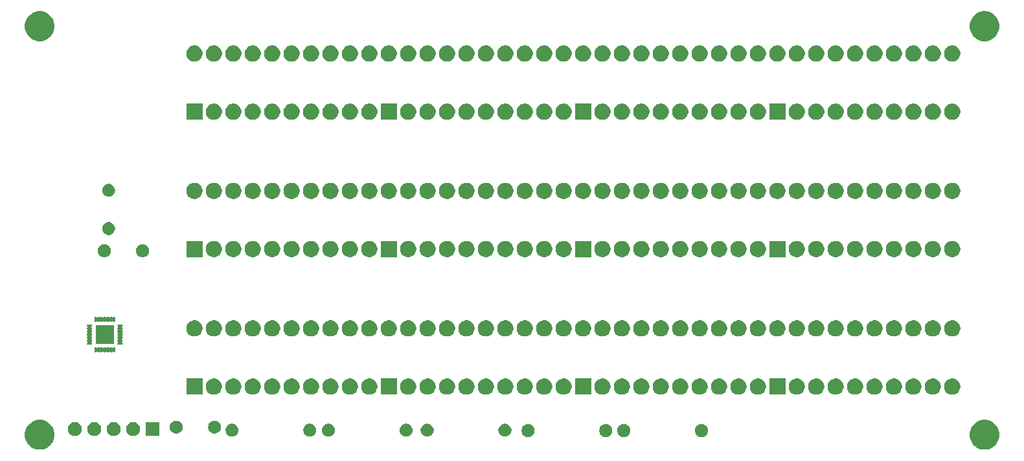
<source format=gts>
G04 #@! TF.GenerationSoftware,KiCad,Pcbnew,(5.1.5)-3*
G04 #@! TF.CreationDate,2023-02-05T16:44:42+09:00*
G04 #@! TF.ProjectId,Dot_matrix_driver,446f745f-6d61-4747-9269-785f64726976,rev?*
G04 #@! TF.SameCoordinates,Original*
G04 #@! TF.FileFunction,Soldermask,Top*
G04 #@! TF.FilePolarity,Negative*
%FSLAX46Y46*%
G04 Gerber Fmt 4.6, Leading zero omitted, Abs format (unit mm)*
G04 Created by KiCad (PCBNEW (5.1.5)-3) date 2023-02-05 16:44:42*
%MOMM*%
%LPD*%
G04 APERTURE LIST*
%ADD10C,0.100000*%
G04 APERTURE END LIST*
D10*
G36*
X148618793Y-74324937D02*
G01*
X148973670Y-74471932D01*
X149293052Y-74685336D01*
X149564664Y-74956948D01*
X149778068Y-75276330D01*
X149925063Y-75631207D01*
X150000000Y-76007940D01*
X150000000Y-76392060D01*
X149925063Y-76768793D01*
X149778068Y-77123670D01*
X149564664Y-77443052D01*
X149293052Y-77714664D01*
X148973670Y-77928068D01*
X148618793Y-78075063D01*
X148242060Y-78150000D01*
X147857940Y-78150000D01*
X147481207Y-78075063D01*
X147126330Y-77928068D01*
X146806948Y-77714664D01*
X146535336Y-77443052D01*
X146321932Y-77123670D01*
X146174937Y-76768793D01*
X146100000Y-76392060D01*
X146100000Y-76007940D01*
X146174937Y-75631207D01*
X146321932Y-75276330D01*
X146535336Y-74956948D01*
X146806948Y-74685336D01*
X147126330Y-74471932D01*
X147481207Y-74324937D01*
X147857940Y-74250000D01*
X148242060Y-74250000D01*
X148618793Y-74324937D01*
G37*
G36*
X25118793Y-74324937D02*
G01*
X25473670Y-74471932D01*
X25793052Y-74685336D01*
X26064664Y-74956948D01*
X26278068Y-75276330D01*
X26425063Y-75631207D01*
X26500000Y-76007940D01*
X26500000Y-76392060D01*
X26425063Y-76768793D01*
X26278068Y-77123670D01*
X26064664Y-77443052D01*
X25793052Y-77714664D01*
X25473670Y-77928068D01*
X25118793Y-78075063D01*
X24742060Y-78150000D01*
X24357940Y-78150000D01*
X23981207Y-78075063D01*
X23626330Y-77928068D01*
X23306948Y-77714664D01*
X23035336Y-77443052D01*
X22821932Y-77123670D01*
X22674937Y-76768793D01*
X22600000Y-76392060D01*
X22600000Y-76007940D01*
X22674937Y-75631207D01*
X22821932Y-75276330D01*
X23035336Y-74956948D01*
X23306948Y-74685336D01*
X23626330Y-74471932D01*
X23981207Y-74324937D01*
X24357940Y-74250000D01*
X24742060Y-74250000D01*
X25118793Y-74324937D01*
G37*
G36*
X111307935Y-74832664D02*
G01*
X111462624Y-74896739D01*
X111462626Y-74896740D01*
X111601844Y-74989762D01*
X111720238Y-75108156D01*
X111813260Y-75247374D01*
X111813261Y-75247376D01*
X111877336Y-75402065D01*
X111910000Y-75566281D01*
X111910000Y-75733719D01*
X111877336Y-75897935D01*
X111854419Y-75953260D01*
X111813260Y-76052626D01*
X111720238Y-76191844D01*
X111601844Y-76310238D01*
X111462626Y-76403260D01*
X111462625Y-76403261D01*
X111462624Y-76403261D01*
X111307935Y-76467336D01*
X111143719Y-76500000D01*
X110976281Y-76500000D01*
X110812065Y-76467336D01*
X110657376Y-76403261D01*
X110657375Y-76403261D01*
X110657374Y-76403260D01*
X110518156Y-76310238D01*
X110399762Y-76191844D01*
X110306740Y-76052626D01*
X110265581Y-75953260D01*
X110242664Y-75897935D01*
X110210000Y-75733719D01*
X110210000Y-75566281D01*
X110242664Y-75402065D01*
X110306739Y-75247376D01*
X110306740Y-75247374D01*
X110399762Y-75108156D01*
X110518156Y-74989762D01*
X110657374Y-74896740D01*
X110657376Y-74896739D01*
X110812065Y-74832664D01*
X110976281Y-74800000D01*
X111143719Y-74800000D01*
X111307935Y-74832664D01*
G37*
G36*
X88637935Y-74832664D02*
G01*
X88792624Y-74896739D01*
X88792626Y-74896740D01*
X88931844Y-74989762D01*
X89050238Y-75108156D01*
X89143260Y-75247374D01*
X89143261Y-75247376D01*
X89207336Y-75402065D01*
X89240000Y-75566281D01*
X89240000Y-75733719D01*
X89207336Y-75897935D01*
X89184419Y-75953260D01*
X89143260Y-76052626D01*
X89050238Y-76191844D01*
X88931844Y-76310238D01*
X88792626Y-76403260D01*
X88792625Y-76403261D01*
X88792624Y-76403261D01*
X88637935Y-76467336D01*
X88473719Y-76500000D01*
X88306281Y-76500000D01*
X88142065Y-76467336D01*
X87987376Y-76403261D01*
X87987375Y-76403261D01*
X87987374Y-76403260D01*
X87848156Y-76310238D01*
X87729762Y-76191844D01*
X87636740Y-76052626D01*
X87595581Y-75953260D01*
X87572664Y-75897935D01*
X87540000Y-75733719D01*
X87540000Y-75566281D01*
X87572664Y-75402065D01*
X87636739Y-75247376D01*
X87636740Y-75247374D01*
X87729762Y-75108156D01*
X87848156Y-74989762D01*
X87987374Y-74896740D01*
X87987376Y-74896739D01*
X88142065Y-74832664D01*
X88306281Y-74800000D01*
X88473719Y-74800000D01*
X88637935Y-74832664D01*
G37*
G36*
X101147935Y-74832664D02*
G01*
X101302624Y-74896739D01*
X101302626Y-74896740D01*
X101441844Y-74989762D01*
X101560238Y-75108156D01*
X101653260Y-75247374D01*
X101653261Y-75247376D01*
X101717336Y-75402065D01*
X101750000Y-75566281D01*
X101750000Y-75733719D01*
X101717336Y-75897935D01*
X101694419Y-75953260D01*
X101653260Y-76052626D01*
X101560238Y-76191844D01*
X101441844Y-76310238D01*
X101302626Y-76403260D01*
X101302625Y-76403261D01*
X101302624Y-76403261D01*
X101147935Y-76467336D01*
X100983719Y-76500000D01*
X100816281Y-76500000D01*
X100652065Y-76467336D01*
X100497376Y-76403261D01*
X100497375Y-76403261D01*
X100497374Y-76403260D01*
X100358156Y-76310238D01*
X100239762Y-76191844D01*
X100146740Y-76052626D01*
X100105581Y-75953260D01*
X100082664Y-75897935D01*
X100050000Y-75733719D01*
X100050000Y-75566281D01*
X100082664Y-75402065D01*
X100146739Y-75247376D01*
X100146740Y-75247374D01*
X100239762Y-75108156D01*
X100358156Y-74989762D01*
X100497374Y-74896740D01*
X100497376Y-74896739D01*
X100652065Y-74832664D01*
X100816281Y-74800000D01*
X100983719Y-74800000D01*
X101147935Y-74832664D01*
G37*
G36*
X98797935Y-74832664D02*
G01*
X98952624Y-74896739D01*
X98952626Y-74896740D01*
X99091844Y-74989762D01*
X99210238Y-75108156D01*
X99303260Y-75247374D01*
X99303261Y-75247376D01*
X99367336Y-75402065D01*
X99400000Y-75566281D01*
X99400000Y-75733719D01*
X99367336Y-75897935D01*
X99344419Y-75953260D01*
X99303260Y-76052626D01*
X99210238Y-76191844D01*
X99091844Y-76310238D01*
X98952626Y-76403260D01*
X98952625Y-76403261D01*
X98952624Y-76403261D01*
X98797935Y-76467336D01*
X98633719Y-76500000D01*
X98466281Y-76500000D01*
X98302065Y-76467336D01*
X98147376Y-76403261D01*
X98147375Y-76403261D01*
X98147374Y-76403260D01*
X98008156Y-76310238D01*
X97889762Y-76191844D01*
X97796740Y-76052626D01*
X97755581Y-75953260D01*
X97732664Y-75897935D01*
X97700000Y-75733719D01*
X97700000Y-75566281D01*
X97732664Y-75402065D01*
X97796739Y-75247376D01*
X97796740Y-75247374D01*
X97889762Y-75108156D01*
X98008156Y-74989762D01*
X98147374Y-74896740D01*
X98147376Y-74896739D01*
X98302065Y-74832664D01*
X98466281Y-74800000D01*
X98633719Y-74800000D01*
X98797935Y-74832664D01*
G37*
G36*
X75447935Y-74782664D02*
G01*
X75602624Y-74846739D01*
X75602626Y-74846740D01*
X75741844Y-74939762D01*
X75860238Y-75058156D01*
X75899076Y-75116282D01*
X75953261Y-75197376D01*
X76017336Y-75352065D01*
X76050000Y-75516281D01*
X76050000Y-75683719D01*
X76017336Y-75847935D01*
X75973708Y-75953260D01*
X75953260Y-76002626D01*
X75860238Y-76141844D01*
X75741844Y-76260238D01*
X75602626Y-76353260D01*
X75602625Y-76353261D01*
X75602624Y-76353261D01*
X75447935Y-76417336D01*
X75283719Y-76450000D01*
X75116281Y-76450000D01*
X74952065Y-76417336D01*
X74797376Y-76353261D01*
X74797375Y-76353261D01*
X74797374Y-76353260D01*
X74658156Y-76260238D01*
X74539762Y-76141844D01*
X74446740Y-76002626D01*
X74426292Y-75953260D01*
X74382664Y-75847935D01*
X74350000Y-75683719D01*
X74350000Y-75516281D01*
X74382664Y-75352065D01*
X74446739Y-75197376D01*
X74500924Y-75116282D01*
X74539762Y-75058156D01*
X74658156Y-74939762D01*
X74797374Y-74846740D01*
X74797376Y-74846739D01*
X74952065Y-74782664D01*
X75116281Y-74750000D01*
X75283719Y-74750000D01*
X75447935Y-74782664D01*
G37*
G36*
X60097935Y-74782664D02*
G01*
X60252624Y-74846739D01*
X60252626Y-74846740D01*
X60391844Y-74939762D01*
X60510238Y-75058156D01*
X60549076Y-75116282D01*
X60603261Y-75197376D01*
X60667336Y-75352065D01*
X60700000Y-75516281D01*
X60700000Y-75683719D01*
X60667336Y-75847935D01*
X60623708Y-75953260D01*
X60603260Y-76002626D01*
X60510238Y-76141844D01*
X60391844Y-76260238D01*
X60252626Y-76353260D01*
X60252625Y-76353261D01*
X60252624Y-76353261D01*
X60097935Y-76417336D01*
X59933719Y-76450000D01*
X59766281Y-76450000D01*
X59602065Y-76417336D01*
X59447376Y-76353261D01*
X59447375Y-76353261D01*
X59447374Y-76353260D01*
X59308156Y-76260238D01*
X59189762Y-76141844D01*
X59096740Y-76002626D01*
X59076292Y-75953260D01*
X59032664Y-75847935D01*
X59000000Y-75683719D01*
X59000000Y-75516281D01*
X59032664Y-75352065D01*
X59096739Y-75197376D01*
X59150924Y-75116282D01*
X59189762Y-75058156D01*
X59308156Y-74939762D01*
X59447374Y-74846740D01*
X59447376Y-74846739D01*
X59602065Y-74782664D01*
X59766281Y-74750000D01*
X59933719Y-74750000D01*
X60097935Y-74782664D01*
G37*
G36*
X62537935Y-74782664D02*
G01*
X62692624Y-74846739D01*
X62692626Y-74846740D01*
X62831844Y-74939762D01*
X62950238Y-75058156D01*
X62989076Y-75116282D01*
X63043261Y-75197376D01*
X63107336Y-75352065D01*
X63140000Y-75516281D01*
X63140000Y-75683719D01*
X63107336Y-75847935D01*
X63063708Y-75953260D01*
X63043260Y-76002626D01*
X62950238Y-76141844D01*
X62831844Y-76260238D01*
X62692626Y-76353260D01*
X62692625Y-76353261D01*
X62692624Y-76353261D01*
X62537935Y-76417336D01*
X62373719Y-76450000D01*
X62206281Y-76450000D01*
X62042065Y-76417336D01*
X61887376Y-76353261D01*
X61887375Y-76353261D01*
X61887374Y-76353260D01*
X61748156Y-76260238D01*
X61629762Y-76141844D01*
X61536740Y-76002626D01*
X61516292Y-75953260D01*
X61472664Y-75847935D01*
X61440000Y-75683719D01*
X61440000Y-75516281D01*
X61472664Y-75352065D01*
X61536739Y-75197376D01*
X61590924Y-75116282D01*
X61629762Y-75058156D01*
X61748156Y-74939762D01*
X61887374Y-74846740D01*
X61887376Y-74846739D01*
X62042065Y-74782664D01*
X62206281Y-74750000D01*
X62373719Y-74750000D01*
X62537935Y-74782664D01*
G37*
G36*
X72697935Y-74782664D02*
G01*
X72852624Y-74846739D01*
X72852626Y-74846740D01*
X72991844Y-74939762D01*
X73110238Y-75058156D01*
X73149076Y-75116282D01*
X73203261Y-75197376D01*
X73267336Y-75352065D01*
X73300000Y-75516281D01*
X73300000Y-75683719D01*
X73267336Y-75847935D01*
X73223708Y-75953260D01*
X73203260Y-76002626D01*
X73110238Y-76141844D01*
X72991844Y-76260238D01*
X72852626Y-76353260D01*
X72852625Y-76353261D01*
X72852624Y-76353261D01*
X72697935Y-76417336D01*
X72533719Y-76450000D01*
X72366281Y-76450000D01*
X72202065Y-76417336D01*
X72047376Y-76353261D01*
X72047375Y-76353261D01*
X72047374Y-76353260D01*
X71908156Y-76260238D01*
X71789762Y-76141844D01*
X71696740Y-76002626D01*
X71676292Y-75953260D01*
X71632664Y-75847935D01*
X71600000Y-75683719D01*
X71600000Y-75516281D01*
X71632664Y-75352065D01*
X71696739Y-75197376D01*
X71750924Y-75116282D01*
X71789762Y-75058156D01*
X71908156Y-74939762D01*
X72047374Y-74846740D01*
X72047376Y-74846739D01*
X72202065Y-74782664D01*
X72366281Y-74750000D01*
X72533719Y-74750000D01*
X72697935Y-74782664D01*
G37*
G36*
X85607935Y-74782664D02*
G01*
X85762624Y-74846739D01*
X85762626Y-74846740D01*
X85901844Y-74939762D01*
X86020238Y-75058156D01*
X86059076Y-75116282D01*
X86113261Y-75197376D01*
X86177336Y-75352065D01*
X86210000Y-75516281D01*
X86210000Y-75683719D01*
X86177336Y-75847935D01*
X86133708Y-75953260D01*
X86113260Y-76002626D01*
X86020238Y-76141844D01*
X85901844Y-76260238D01*
X85762626Y-76353260D01*
X85762625Y-76353261D01*
X85762624Y-76353261D01*
X85607935Y-76417336D01*
X85443719Y-76450000D01*
X85276281Y-76450000D01*
X85112065Y-76417336D01*
X84957376Y-76353261D01*
X84957375Y-76353261D01*
X84957374Y-76353260D01*
X84818156Y-76260238D01*
X84699762Y-76141844D01*
X84606740Y-76002626D01*
X84586292Y-75953260D01*
X84542664Y-75847935D01*
X84510000Y-75683719D01*
X84510000Y-75516281D01*
X84542664Y-75352065D01*
X84606739Y-75197376D01*
X84660924Y-75116282D01*
X84699762Y-75058156D01*
X84818156Y-74939762D01*
X84957374Y-74846740D01*
X84957376Y-74846739D01*
X85112065Y-74782664D01*
X85276281Y-74750000D01*
X85443719Y-74750000D01*
X85607935Y-74782664D01*
G37*
G36*
X49937935Y-74782664D02*
G01*
X50092624Y-74846739D01*
X50092626Y-74846740D01*
X50231844Y-74939762D01*
X50350238Y-75058156D01*
X50389076Y-75116282D01*
X50443261Y-75197376D01*
X50507336Y-75352065D01*
X50540000Y-75516281D01*
X50540000Y-75683719D01*
X50507336Y-75847935D01*
X50463708Y-75953260D01*
X50443260Y-76002626D01*
X50350238Y-76141844D01*
X50231844Y-76260238D01*
X50092626Y-76353260D01*
X50092625Y-76353261D01*
X50092624Y-76353261D01*
X49937935Y-76417336D01*
X49773719Y-76450000D01*
X49606281Y-76450000D01*
X49442065Y-76417336D01*
X49287376Y-76353261D01*
X49287375Y-76353261D01*
X49287374Y-76353260D01*
X49148156Y-76260238D01*
X49029762Y-76141844D01*
X48936740Y-76002626D01*
X48916292Y-75953260D01*
X48872664Y-75847935D01*
X48840000Y-75683719D01*
X48840000Y-75516281D01*
X48872664Y-75352065D01*
X48936739Y-75197376D01*
X48990924Y-75116282D01*
X49029762Y-75058156D01*
X49148156Y-74939762D01*
X49287374Y-74846740D01*
X49287376Y-74846739D01*
X49442065Y-74782664D01*
X49606281Y-74750000D01*
X49773719Y-74750000D01*
X49937935Y-74782664D01*
G37*
G36*
X31942520Y-74584586D02*
G01*
X32106310Y-74652430D01*
X32253717Y-74750924D01*
X32379076Y-74876283D01*
X32454900Y-74989762D01*
X32477571Y-75023692D01*
X32545414Y-75187480D01*
X32580000Y-75361356D01*
X32580000Y-75538644D01*
X32567273Y-75602626D01*
X32545414Y-75712520D01*
X32477570Y-75876310D01*
X32379076Y-76023717D01*
X32253717Y-76149076D01*
X32106310Y-76247570D01*
X32106309Y-76247571D01*
X32106308Y-76247571D01*
X31942520Y-76315414D01*
X31768644Y-76350000D01*
X31591356Y-76350000D01*
X31417480Y-76315414D01*
X31253692Y-76247571D01*
X31253691Y-76247571D01*
X31253690Y-76247570D01*
X31106283Y-76149076D01*
X30980924Y-76023717D01*
X30882430Y-75876310D01*
X30814586Y-75712520D01*
X30792727Y-75602626D01*
X30780000Y-75538644D01*
X30780000Y-75361356D01*
X30814586Y-75187480D01*
X30882429Y-75023692D01*
X30905100Y-74989762D01*
X30980924Y-74876283D01*
X31106283Y-74750924D01*
X31253690Y-74652430D01*
X31417480Y-74584586D01*
X31591356Y-74550000D01*
X31768644Y-74550000D01*
X31942520Y-74584586D01*
G37*
G36*
X29402520Y-74584586D02*
G01*
X29566310Y-74652430D01*
X29713717Y-74750924D01*
X29839076Y-74876283D01*
X29914900Y-74989762D01*
X29937571Y-75023692D01*
X30005414Y-75187480D01*
X30040000Y-75361356D01*
X30040000Y-75538644D01*
X30027273Y-75602626D01*
X30005414Y-75712520D01*
X29937570Y-75876310D01*
X29839076Y-76023717D01*
X29713717Y-76149076D01*
X29566310Y-76247570D01*
X29566309Y-76247571D01*
X29566308Y-76247571D01*
X29402520Y-76315414D01*
X29228644Y-76350000D01*
X29051356Y-76350000D01*
X28877480Y-76315414D01*
X28713692Y-76247571D01*
X28713691Y-76247571D01*
X28713690Y-76247570D01*
X28566283Y-76149076D01*
X28440924Y-76023717D01*
X28342430Y-75876310D01*
X28274586Y-75712520D01*
X28252727Y-75602626D01*
X28240000Y-75538644D01*
X28240000Y-75361356D01*
X28274586Y-75187480D01*
X28342429Y-75023692D01*
X28365100Y-74989762D01*
X28440924Y-74876283D01*
X28566283Y-74750924D01*
X28713690Y-74652430D01*
X28877480Y-74584586D01*
X29051356Y-74550000D01*
X29228644Y-74550000D01*
X29402520Y-74584586D01*
G37*
G36*
X34482520Y-74584586D02*
G01*
X34646310Y-74652430D01*
X34793717Y-74750924D01*
X34919076Y-74876283D01*
X34994900Y-74989762D01*
X35017571Y-75023692D01*
X35085414Y-75187480D01*
X35120000Y-75361356D01*
X35120000Y-75538644D01*
X35107273Y-75602626D01*
X35085414Y-75712520D01*
X35017570Y-75876310D01*
X34919076Y-76023717D01*
X34793717Y-76149076D01*
X34646310Y-76247570D01*
X34646309Y-76247571D01*
X34646308Y-76247571D01*
X34482520Y-76315414D01*
X34308644Y-76350000D01*
X34131356Y-76350000D01*
X33957480Y-76315414D01*
X33793692Y-76247571D01*
X33793691Y-76247571D01*
X33793690Y-76247570D01*
X33646283Y-76149076D01*
X33520924Y-76023717D01*
X33422430Y-75876310D01*
X33354586Y-75712520D01*
X33332727Y-75602626D01*
X33320000Y-75538644D01*
X33320000Y-75361356D01*
X33354586Y-75187480D01*
X33422429Y-75023692D01*
X33445100Y-74989762D01*
X33520924Y-74876283D01*
X33646283Y-74750924D01*
X33793690Y-74652430D01*
X33957480Y-74584586D01*
X34131356Y-74550000D01*
X34308644Y-74550000D01*
X34482520Y-74584586D01*
G37*
G36*
X37022520Y-74584586D02*
G01*
X37186310Y-74652430D01*
X37333717Y-74750924D01*
X37459076Y-74876283D01*
X37534900Y-74989762D01*
X37557571Y-75023692D01*
X37625414Y-75187480D01*
X37660000Y-75361356D01*
X37660000Y-75538644D01*
X37647273Y-75602626D01*
X37625414Y-75712520D01*
X37557570Y-75876310D01*
X37459076Y-76023717D01*
X37333717Y-76149076D01*
X37186310Y-76247570D01*
X37186309Y-76247571D01*
X37186308Y-76247571D01*
X37022520Y-76315414D01*
X36848644Y-76350000D01*
X36671356Y-76350000D01*
X36497480Y-76315414D01*
X36333692Y-76247571D01*
X36333691Y-76247571D01*
X36333690Y-76247570D01*
X36186283Y-76149076D01*
X36060924Y-76023717D01*
X35962430Y-75876310D01*
X35894586Y-75712520D01*
X35872727Y-75602626D01*
X35860000Y-75538644D01*
X35860000Y-75361356D01*
X35894586Y-75187480D01*
X35962429Y-75023692D01*
X35985100Y-74989762D01*
X36060924Y-74876283D01*
X36186283Y-74750924D01*
X36333690Y-74652430D01*
X36497480Y-74584586D01*
X36671356Y-74550000D01*
X36848644Y-74550000D01*
X37022520Y-74584586D01*
G37*
G36*
X40200000Y-76350000D02*
G01*
X38400000Y-76350000D01*
X38400000Y-74550000D01*
X40200000Y-74550000D01*
X40200000Y-76350000D01*
G37*
G36*
X47647935Y-74382664D02*
G01*
X47802624Y-74446739D01*
X47802626Y-74446740D01*
X47941844Y-74539762D01*
X48060238Y-74658156D01*
X48153260Y-74797374D01*
X48153261Y-74797376D01*
X48217336Y-74952065D01*
X48250000Y-75116281D01*
X48250000Y-75283719D01*
X48217336Y-75447935D01*
X48153261Y-75602624D01*
X48153260Y-75602626D01*
X48060238Y-75741844D01*
X47941844Y-75860238D01*
X47802626Y-75953260D01*
X47802625Y-75953261D01*
X47802624Y-75953261D01*
X47647935Y-76017336D01*
X47483719Y-76050000D01*
X47316281Y-76050000D01*
X47152065Y-76017336D01*
X46997376Y-75953261D01*
X46997375Y-75953261D01*
X46997374Y-75953260D01*
X46858156Y-75860238D01*
X46739762Y-75741844D01*
X46646740Y-75602626D01*
X46646739Y-75602624D01*
X46582664Y-75447935D01*
X46550000Y-75283719D01*
X46550000Y-75116281D01*
X46582664Y-74952065D01*
X46646739Y-74797376D01*
X46646740Y-74797374D01*
X46739762Y-74658156D01*
X46858156Y-74539762D01*
X46997374Y-74446740D01*
X46997376Y-74446739D01*
X47152065Y-74382664D01*
X47316281Y-74350000D01*
X47483719Y-74350000D01*
X47647935Y-74382664D01*
G37*
G36*
X42647935Y-74382664D02*
G01*
X42802624Y-74446739D01*
X42802626Y-74446740D01*
X42941844Y-74539762D01*
X43060238Y-74658156D01*
X43153260Y-74797374D01*
X43153261Y-74797376D01*
X43217336Y-74952065D01*
X43250000Y-75116281D01*
X43250000Y-75283719D01*
X43217336Y-75447935D01*
X43153261Y-75602624D01*
X43153260Y-75602626D01*
X43060238Y-75741844D01*
X42941844Y-75860238D01*
X42802626Y-75953260D01*
X42802625Y-75953261D01*
X42802624Y-75953261D01*
X42647935Y-76017336D01*
X42483719Y-76050000D01*
X42316281Y-76050000D01*
X42152065Y-76017336D01*
X41997376Y-75953261D01*
X41997375Y-75953261D01*
X41997374Y-75953260D01*
X41858156Y-75860238D01*
X41739762Y-75741844D01*
X41646740Y-75602626D01*
X41646739Y-75602624D01*
X41582664Y-75447935D01*
X41550000Y-75283719D01*
X41550000Y-75116281D01*
X41582664Y-74952065D01*
X41646739Y-74797376D01*
X41646740Y-74797374D01*
X41739762Y-74658156D01*
X41858156Y-74539762D01*
X41997374Y-74446740D01*
X41997376Y-74446739D01*
X42152065Y-74382664D01*
X42316281Y-74350000D01*
X42483719Y-74350000D01*
X42647935Y-74382664D01*
G37*
G36*
X67956141Y-68860365D02*
G01*
X68150139Y-68940722D01*
X68324735Y-69057383D01*
X68473217Y-69205865D01*
X68589878Y-69380461D01*
X68670235Y-69574459D01*
X68711200Y-69780407D01*
X68711200Y-69990393D01*
X68670235Y-70196341D01*
X68589878Y-70390339D01*
X68473217Y-70564935D01*
X68324735Y-70713417D01*
X68150139Y-70830078D01*
X67956141Y-70910435D01*
X67750193Y-70951400D01*
X67540207Y-70951400D01*
X67334259Y-70910435D01*
X67140261Y-70830078D01*
X66965665Y-70713417D01*
X66817183Y-70564935D01*
X66700522Y-70390339D01*
X66620165Y-70196341D01*
X66579200Y-69990393D01*
X66579200Y-69780407D01*
X66620165Y-69574459D01*
X66700522Y-69380461D01*
X66817183Y-69205865D01*
X66965665Y-69057383D01*
X67140261Y-68940722D01*
X67334259Y-68860365D01*
X67540207Y-68819400D01*
X67750193Y-68819400D01*
X67956141Y-68860365D01*
G37*
G36*
X116216141Y-68860365D02*
G01*
X116410139Y-68940722D01*
X116584735Y-69057383D01*
X116733217Y-69205865D01*
X116849878Y-69380461D01*
X116930235Y-69574459D01*
X116971200Y-69780407D01*
X116971200Y-69990393D01*
X116930235Y-70196341D01*
X116849878Y-70390339D01*
X116733217Y-70564935D01*
X116584735Y-70713417D01*
X116410139Y-70830078D01*
X116216141Y-70910435D01*
X116010193Y-70951400D01*
X115800207Y-70951400D01*
X115594259Y-70910435D01*
X115400261Y-70830078D01*
X115225665Y-70713417D01*
X115077183Y-70564935D01*
X114960522Y-70390339D01*
X114880165Y-70196341D01*
X114839200Y-69990393D01*
X114839200Y-69780407D01*
X114880165Y-69574459D01*
X114960522Y-69380461D01*
X115077183Y-69205865D01*
X115225665Y-69057383D01*
X115400261Y-68940722D01*
X115594259Y-68860365D01*
X115800207Y-68819400D01*
X116010193Y-68819400D01*
X116216141Y-68860365D01*
G37*
G36*
X62876141Y-68860365D02*
G01*
X63070139Y-68940722D01*
X63244735Y-69057383D01*
X63393217Y-69205865D01*
X63509878Y-69380461D01*
X63590235Y-69574459D01*
X63631200Y-69780407D01*
X63631200Y-69990393D01*
X63590235Y-70196341D01*
X63509878Y-70390339D01*
X63393217Y-70564935D01*
X63244735Y-70713417D01*
X63070139Y-70830078D01*
X62876141Y-70910435D01*
X62670193Y-70951400D01*
X62460207Y-70951400D01*
X62254259Y-70910435D01*
X62060261Y-70830078D01*
X61885665Y-70713417D01*
X61737183Y-70564935D01*
X61620522Y-70390339D01*
X61540165Y-70196341D01*
X61499200Y-69990393D01*
X61499200Y-69780407D01*
X61540165Y-69574459D01*
X61620522Y-69380461D01*
X61737183Y-69205865D01*
X61885665Y-69057383D01*
X62060261Y-68940722D01*
X62254259Y-68860365D01*
X62460207Y-68819400D01*
X62670193Y-68819400D01*
X62876141Y-68860365D01*
G37*
G36*
X60336141Y-68860365D02*
G01*
X60530139Y-68940722D01*
X60704735Y-69057383D01*
X60853217Y-69205865D01*
X60969878Y-69380461D01*
X61050235Y-69574459D01*
X61091200Y-69780407D01*
X61091200Y-69990393D01*
X61050235Y-70196341D01*
X60969878Y-70390339D01*
X60853217Y-70564935D01*
X60704735Y-70713417D01*
X60530139Y-70830078D01*
X60336141Y-70910435D01*
X60130193Y-70951400D01*
X59920207Y-70951400D01*
X59714259Y-70910435D01*
X59520261Y-70830078D01*
X59345665Y-70713417D01*
X59197183Y-70564935D01*
X59080522Y-70390339D01*
X59000165Y-70196341D01*
X58959200Y-69990393D01*
X58959200Y-69780407D01*
X59000165Y-69574459D01*
X59080522Y-69380461D01*
X59197183Y-69205865D01*
X59345665Y-69057383D01*
X59520261Y-68940722D01*
X59714259Y-68860365D01*
X59920207Y-68819400D01*
X60130193Y-68819400D01*
X60336141Y-68860365D01*
G37*
G36*
X57796141Y-68860365D02*
G01*
X57990139Y-68940722D01*
X58164735Y-69057383D01*
X58313217Y-69205865D01*
X58429878Y-69380461D01*
X58510235Y-69574459D01*
X58551200Y-69780407D01*
X58551200Y-69990393D01*
X58510235Y-70196341D01*
X58429878Y-70390339D01*
X58313217Y-70564935D01*
X58164735Y-70713417D01*
X57990139Y-70830078D01*
X57796141Y-70910435D01*
X57590193Y-70951400D01*
X57380207Y-70951400D01*
X57174259Y-70910435D01*
X56980261Y-70830078D01*
X56805665Y-70713417D01*
X56657183Y-70564935D01*
X56540522Y-70390339D01*
X56460165Y-70196341D01*
X56419200Y-69990393D01*
X56419200Y-69780407D01*
X56460165Y-69574459D01*
X56540522Y-69380461D01*
X56657183Y-69205865D01*
X56805665Y-69057383D01*
X56980261Y-68940722D01*
X57174259Y-68860365D01*
X57380207Y-68819400D01*
X57590193Y-68819400D01*
X57796141Y-68860365D01*
G37*
G36*
X55256141Y-68860365D02*
G01*
X55450139Y-68940722D01*
X55624735Y-69057383D01*
X55773217Y-69205865D01*
X55889878Y-69380461D01*
X55970235Y-69574459D01*
X56011200Y-69780407D01*
X56011200Y-69990393D01*
X55970235Y-70196341D01*
X55889878Y-70390339D01*
X55773217Y-70564935D01*
X55624735Y-70713417D01*
X55450139Y-70830078D01*
X55256141Y-70910435D01*
X55050193Y-70951400D01*
X54840207Y-70951400D01*
X54634259Y-70910435D01*
X54440261Y-70830078D01*
X54265665Y-70713417D01*
X54117183Y-70564935D01*
X54000522Y-70390339D01*
X53920165Y-70196341D01*
X53879200Y-69990393D01*
X53879200Y-69780407D01*
X53920165Y-69574459D01*
X54000522Y-69380461D01*
X54117183Y-69205865D01*
X54265665Y-69057383D01*
X54440261Y-68940722D01*
X54634259Y-68860365D01*
X54840207Y-68819400D01*
X55050193Y-68819400D01*
X55256141Y-68860365D01*
G37*
G36*
X52716141Y-68860365D02*
G01*
X52910139Y-68940722D01*
X53084735Y-69057383D01*
X53233217Y-69205865D01*
X53349878Y-69380461D01*
X53430235Y-69574459D01*
X53471200Y-69780407D01*
X53471200Y-69990393D01*
X53430235Y-70196341D01*
X53349878Y-70390339D01*
X53233217Y-70564935D01*
X53084735Y-70713417D01*
X52910139Y-70830078D01*
X52716141Y-70910435D01*
X52510193Y-70951400D01*
X52300207Y-70951400D01*
X52094259Y-70910435D01*
X51900261Y-70830078D01*
X51725665Y-70713417D01*
X51577183Y-70564935D01*
X51460522Y-70390339D01*
X51380165Y-70196341D01*
X51339200Y-69990393D01*
X51339200Y-69780407D01*
X51380165Y-69574459D01*
X51460522Y-69380461D01*
X51577183Y-69205865D01*
X51725665Y-69057383D01*
X51900261Y-68940722D01*
X52094259Y-68860365D01*
X52300207Y-68819400D01*
X52510193Y-68819400D01*
X52716141Y-68860365D01*
G37*
G36*
X50176141Y-68860365D02*
G01*
X50370139Y-68940722D01*
X50544735Y-69057383D01*
X50693217Y-69205865D01*
X50809878Y-69380461D01*
X50890235Y-69574459D01*
X50931200Y-69780407D01*
X50931200Y-69990393D01*
X50890235Y-70196341D01*
X50809878Y-70390339D01*
X50693217Y-70564935D01*
X50544735Y-70713417D01*
X50370139Y-70830078D01*
X50176141Y-70910435D01*
X49970193Y-70951400D01*
X49760207Y-70951400D01*
X49554259Y-70910435D01*
X49360261Y-70830078D01*
X49185665Y-70713417D01*
X49037183Y-70564935D01*
X48920522Y-70390339D01*
X48840165Y-70196341D01*
X48799200Y-69990393D01*
X48799200Y-69780407D01*
X48840165Y-69574459D01*
X48920522Y-69380461D01*
X49037183Y-69205865D01*
X49185665Y-69057383D01*
X49360261Y-68940722D01*
X49554259Y-68860365D01*
X49760207Y-68819400D01*
X49970193Y-68819400D01*
X50176141Y-68860365D01*
G37*
G36*
X47636141Y-68860365D02*
G01*
X47830139Y-68940722D01*
X48004735Y-69057383D01*
X48153217Y-69205865D01*
X48269878Y-69380461D01*
X48350235Y-69574459D01*
X48391200Y-69780407D01*
X48391200Y-69990393D01*
X48350235Y-70196341D01*
X48269878Y-70390339D01*
X48153217Y-70564935D01*
X48004735Y-70713417D01*
X47830139Y-70830078D01*
X47636141Y-70910435D01*
X47430193Y-70951400D01*
X47220207Y-70951400D01*
X47014259Y-70910435D01*
X46820261Y-70830078D01*
X46645665Y-70713417D01*
X46497183Y-70564935D01*
X46380522Y-70390339D01*
X46300165Y-70196341D01*
X46259200Y-69990393D01*
X46259200Y-69780407D01*
X46300165Y-69574459D01*
X46380522Y-69380461D01*
X46497183Y-69205865D01*
X46645665Y-69057383D01*
X46820261Y-68940722D01*
X47014259Y-68860365D01*
X47220207Y-68819400D01*
X47430193Y-68819400D01*
X47636141Y-68860365D01*
G37*
G36*
X45851200Y-70951400D02*
G01*
X43719200Y-70951400D01*
X43719200Y-68819400D01*
X45851200Y-68819400D01*
X45851200Y-70951400D01*
G37*
G36*
X144156141Y-68860365D02*
G01*
X144350139Y-68940722D01*
X144524735Y-69057383D01*
X144673217Y-69205865D01*
X144789878Y-69380461D01*
X144870235Y-69574459D01*
X144911200Y-69780407D01*
X144911200Y-69990393D01*
X144870235Y-70196341D01*
X144789878Y-70390339D01*
X144673217Y-70564935D01*
X144524735Y-70713417D01*
X144350139Y-70830078D01*
X144156141Y-70910435D01*
X143950193Y-70951400D01*
X143740207Y-70951400D01*
X143534259Y-70910435D01*
X143340261Y-70830078D01*
X143165665Y-70713417D01*
X143017183Y-70564935D01*
X142900522Y-70390339D01*
X142820165Y-70196341D01*
X142779200Y-69990393D01*
X142779200Y-69780407D01*
X142820165Y-69574459D01*
X142900522Y-69380461D01*
X143017183Y-69205865D01*
X143165665Y-69057383D01*
X143340261Y-68940722D01*
X143534259Y-68860365D01*
X143740207Y-68819400D01*
X143950193Y-68819400D01*
X144156141Y-68860365D01*
G37*
G36*
X139076141Y-68860365D02*
G01*
X139270139Y-68940722D01*
X139444735Y-69057383D01*
X139593217Y-69205865D01*
X139709878Y-69380461D01*
X139790235Y-69574459D01*
X139831200Y-69780407D01*
X139831200Y-69990393D01*
X139790235Y-70196341D01*
X139709878Y-70390339D01*
X139593217Y-70564935D01*
X139444735Y-70713417D01*
X139270139Y-70830078D01*
X139076141Y-70910435D01*
X138870193Y-70951400D01*
X138660207Y-70951400D01*
X138454259Y-70910435D01*
X138260261Y-70830078D01*
X138085665Y-70713417D01*
X137937183Y-70564935D01*
X137820522Y-70390339D01*
X137740165Y-70196341D01*
X137699200Y-69990393D01*
X137699200Y-69780407D01*
X137740165Y-69574459D01*
X137820522Y-69380461D01*
X137937183Y-69205865D01*
X138085665Y-69057383D01*
X138260261Y-68940722D01*
X138454259Y-68860365D01*
X138660207Y-68819400D01*
X138870193Y-68819400D01*
X139076141Y-68860365D01*
G37*
G36*
X136536141Y-68860365D02*
G01*
X136730139Y-68940722D01*
X136904735Y-69057383D01*
X137053217Y-69205865D01*
X137169878Y-69380461D01*
X137250235Y-69574459D01*
X137291200Y-69780407D01*
X137291200Y-69990393D01*
X137250235Y-70196341D01*
X137169878Y-70390339D01*
X137053217Y-70564935D01*
X136904735Y-70713417D01*
X136730139Y-70830078D01*
X136536141Y-70910435D01*
X136330193Y-70951400D01*
X136120207Y-70951400D01*
X135914259Y-70910435D01*
X135720261Y-70830078D01*
X135545665Y-70713417D01*
X135397183Y-70564935D01*
X135280522Y-70390339D01*
X135200165Y-70196341D01*
X135159200Y-69990393D01*
X135159200Y-69780407D01*
X135200165Y-69574459D01*
X135280522Y-69380461D01*
X135397183Y-69205865D01*
X135545665Y-69057383D01*
X135720261Y-68940722D01*
X135914259Y-68860365D01*
X136120207Y-68819400D01*
X136330193Y-68819400D01*
X136536141Y-68860365D01*
G37*
G36*
X133996141Y-68860365D02*
G01*
X134190139Y-68940722D01*
X134364735Y-69057383D01*
X134513217Y-69205865D01*
X134629878Y-69380461D01*
X134710235Y-69574459D01*
X134751200Y-69780407D01*
X134751200Y-69990393D01*
X134710235Y-70196341D01*
X134629878Y-70390339D01*
X134513217Y-70564935D01*
X134364735Y-70713417D01*
X134190139Y-70830078D01*
X133996141Y-70910435D01*
X133790193Y-70951400D01*
X133580207Y-70951400D01*
X133374259Y-70910435D01*
X133180261Y-70830078D01*
X133005665Y-70713417D01*
X132857183Y-70564935D01*
X132740522Y-70390339D01*
X132660165Y-70196341D01*
X132619200Y-69990393D01*
X132619200Y-69780407D01*
X132660165Y-69574459D01*
X132740522Y-69380461D01*
X132857183Y-69205865D01*
X133005665Y-69057383D01*
X133180261Y-68940722D01*
X133374259Y-68860365D01*
X133580207Y-68819400D01*
X133790193Y-68819400D01*
X133996141Y-68860365D01*
G37*
G36*
X131456141Y-68860365D02*
G01*
X131650139Y-68940722D01*
X131824735Y-69057383D01*
X131973217Y-69205865D01*
X132089878Y-69380461D01*
X132170235Y-69574459D01*
X132211200Y-69780407D01*
X132211200Y-69990393D01*
X132170235Y-70196341D01*
X132089878Y-70390339D01*
X131973217Y-70564935D01*
X131824735Y-70713417D01*
X131650139Y-70830078D01*
X131456141Y-70910435D01*
X131250193Y-70951400D01*
X131040207Y-70951400D01*
X130834259Y-70910435D01*
X130640261Y-70830078D01*
X130465665Y-70713417D01*
X130317183Y-70564935D01*
X130200522Y-70390339D01*
X130120165Y-70196341D01*
X130079200Y-69990393D01*
X130079200Y-69780407D01*
X130120165Y-69574459D01*
X130200522Y-69380461D01*
X130317183Y-69205865D01*
X130465665Y-69057383D01*
X130640261Y-68940722D01*
X130834259Y-68860365D01*
X131040207Y-68819400D01*
X131250193Y-68819400D01*
X131456141Y-68860365D01*
G37*
G36*
X128916141Y-68860365D02*
G01*
X129110139Y-68940722D01*
X129284735Y-69057383D01*
X129433217Y-69205865D01*
X129549878Y-69380461D01*
X129630235Y-69574459D01*
X129671200Y-69780407D01*
X129671200Y-69990393D01*
X129630235Y-70196341D01*
X129549878Y-70390339D01*
X129433217Y-70564935D01*
X129284735Y-70713417D01*
X129110139Y-70830078D01*
X128916141Y-70910435D01*
X128710193Y-70951400D01*
X128500207Y-70951400D01*
X128294259Y-70910435D01*
X128100261Y-70830078D01*
X127925665Y-70713417D01*
X127777183Y-70564935D01*
X127660522Y-70390339D01*
X127580165Y-70196341D01*
X127539200Y-69990393D01*
X127539200Y-69780407D01*
X127580165Y-69574459D01*
X127660522Y-69380461D01*
X127777183Y-69205865D01*
X127925665Y-69057383D01*
X128100261Y-68940722D01*
X128294259Y-68860365D01*
X128500207Y-68819400D01*
X128710193Y-68819400D01*
X128916141Y-68860365D01*
G37*
G36*
X126376141Y-68860365D02*
G01*
X126570139Y-68940722D01*
X126744735Y-69057383D01*
X126893217Y-69205865D01*
X127009878Y-69380461D01*
X127090235Y-69574459D01*
X127131200Y-69780407D01*
X127131200Y-69990393D01*
X127090235Y-70196341D01*
X127009878Y-70390339D01*
X126893217Y-70564935D01*
X126744735Y-70713417D01*
X126570139Y-70830078D01*
X126376141Y-70910435D01*
X126170193Y-70951400D01*
X125960207Y-70951400D01*
X125754259Y-70910435D01*
X125560261Y-70830078D01*
X125385665Y-70713417D01*
X125237183Y-70564935D01*
X125120522Y-70390339D01*
X125040165Y-70196341D01*
X124999200Y-69990393D01*
X124999200Y-69780407D01*
X125040165Y-69574459D01*
X125120522Y-69380461D01*
X125237183Y-69205865D01*
X125385665Y-69057383D01*
X125560261Y-68940722D01*
X125754259Y-68860365D01*
X125960207Y-68819400D01*
X126170193Y-68819400D01*
X126376141Y-68860365D01*
G37*
G36*
X123836141Y-68860365D02*
G01*
X124030139Y-68940722D01*
X124204735Y-69057383D01*
X124353217Y-69205865D01*
X124469878Y-69380461D01*
X124550235Y-69574459D01*
X124591200Y-69780407D01*
X124591200Y-69990393D01*
X124550235Y-70196341D01*
X124469878Y-70390339D01*
X124353217Y-70564935D01*
X124204735Y-70713417D01*
X124030139Y-70830078D01*
X123836141Y-70910435D01*
X123630193Y-70951400D01*
X123420207Y-70951400D01*
X123214259Y-70910435D01*
X123020261Y-70830078D01*
X122845665Y-70713417D01*
X122697183Y-70564935D01*
X122580522Y-70390339D01*
X122500165Y-70196341D01*
X122459200Y-69990393D01*
X122459200Y-69780407D01*
X122500165Y-69574459D01*
X122580522Y-69380461D01*
X122697183Y-69205865D01*
X122845665Y-69057383D01*
X123020261Y-68940722D01*
X123214259Y-68860365D01*
X123420207Y-68819400D01*
X123630193Y-68819400D01*
X123836141Y-68860365D01*
G37*
G36*
X122051200Y-70951400D02*
G01*
X119919200Y-70951400D01*
X119919200Y-68819400D01*
X122051200Y-68819400D01*
X122051200Y-70951400D01*
G37*
G36*
X71251200Y-70951400D02*
G01*
X69119200Y-70951400D01*
X69119200Y-68819400D01*
X71251200Y-68819400D01*
X71251200Y-70951400D01*
G37*
G36*
X141616141Y-68860365D02*
G01*
X141810139Y-68940722D01*
X141984735Y-69057383D01*
X142133217Y-69205865D01*
X142249878Y-69380461D01*
X142330235Y-69574459D01*
X142371200Y-69780407D01*
X142371200Y-69990393D01*
X142330235Y-70196341D01*
X142249878Y-70390339D01*
X142133217Y-70564935D01*
X141984735Y-70713417D01*
X141810139Y-70830078D01*
X141616141Y-70910435D01*
X141410193Y-70951400D01*
X141200207Y-70951400D01*
X140994259Y-70910435D01*
X140800261Y-70830078D01*
X140625665Y-70713417D01*
X140477183Y-70564935D01*
X140360522Y-70390339D01*
X140280165Y-70196341D01*
X140239200Y-69990393D01*
X140239200Y-69780407D01*
X140280165Y-69574459D01*
X140360522Y-69380461D01*
X140477183Y-69205865D01*
X140625665Y-69057383D01*
X140800261Y-68940722D01*
X140994259Y-68860365D01*
X141200207Y-68819400D01*
X141410193Y-68819400D01*
X141616141Y-68860365D01*
G37*
G36*
X65416141Y-68860365D02*
G01*
X65610139Y-68940722D01*
X65784735Y-69057383D01*
X65933217Y-69205865D01*
X66049878Y-69380461D01*
X66130235Y-69574459D01*
X66171200Y-69780407D01*
X66171200Y-69990393D01*
X66130235Y-70196341D01*
X66049878Y-70390339D01*
X65933217Y-70564935D01*
X65784735Y-70713417D01*
X65610139Y-70830078D01*
X65416141Y-70910435D01*
X65210193Y-70951400D01*
X65000207Y-70951400D01*
X64794259Y-70910435D01*
X64600261Y-70830078D01*
X64425665Y-70713417D01*
X64277183Y-70564935D01*
X64160522Y-70390339D01*
X64080165Y-70196341D01*
X64039200Y-69990393D01*
X64039200Y-69780407D01*
X64080165Y-69574459D01*
X64160522Y-69380461D01*
X64277183Y-69205865D01*
X64425665Y-69057383D01*
X64600261Y-68940722D01*
X64794259Y-68860365D01*
X65000207Y-68819400D01*
X65210193Y-68819400D01*
X65416141Y-68860365D01*
G37*
G36*
X78116141Y-68860365D02*
G01*
X78310139Y-68940722D01*
X78484735Y-69057383D01*
X78633217Y-69205865D01*
X78749878Y-69380461D01*
X78830235Y-69574459D01*
X78871200Y-69780407D01*
X78871200Y-69990393D01*
X78830235Y-70196341D01*
X78749878Y-70390339D01*
X78633217Y-70564935D01*
X78484735Y-70713417D01*
X78310139Y-70830078D01*
X78116141Y-70910435D01*
X77910193Y-70951400D01*
X77700207Y-70951400D01*
X77494259Y-70910435D01*
X77300261Y-70830078D01*
X77125665Y-70713417D01*
X76977183Y-70564935D01*
X76860522Y-70390339D01*
X76780165Y-70196341D01*
X76739200Y-69990393D01*
X76739200Y-69780407D01*
X76780165Y-69574459D01*
X76860522Y-69380461D01*
X76977183Y-69205865D01*
X77125665Y-69057383D01*
X77300261Y-68940722D01*
X77494259Y-68860365D01*
X77700207Y-68819400D01*
X77910193Y-68819400D01*
X78116141Y-68860365D01*
G37*
G36*
X113676141Y-68860365D02*
G01*
X113870139Y-68940722D01*
X114044735Y-69057383D01*
X114193217Y-69205865D01*
X114309878Y-69380461D01*
X114390235Y-69574459D01*
X114431200Y-69780407D01*
X114431200Y-69990393D01*
X114390235Y-70196341D01*
X114309878Y-70390339D01*
X114193217Y-70564935D01*
X114044735Y-70713417D01*
X113870139Y-70830078D01*
X113676141Y-70910435D01*
X113470193Y-70951400D01*
X113260207Y-70951400D01*
X113054259Y-70910435D01*
X112860261Y-70830078D01*
X112685665Y-70713417D01*
X112537183Y-70564935D01*
X112420522Y-70390339D01*
X112340165Y-70196341D01*
X112299200Y-69990393D01*
X112299200Y-69780407D01*
X112340165Y-69574459D01*
X112420522Y-69380461D01*
X112537183Y-69205865D01*
X112685665Y-69057383D01*
X112860261Y-68940722D01*
X113054259Y-68860365D01*
X113260207Y-68819400D01*
X113470193Y-68819400D01*
X113676141Y-68860365D01*
G37*
G36*
X111136141Y-68860365D02*
G01*
X111330139Y-68940722D01*
X111504735Y-69057383D01*
X111653217Y-69205865D01*
X111769878Y-69380461D01*
X111850235Y-69574459D01*
X111891200Y-69780407D01*
X111891200Y-69990393D01*
X111850235Y-70196341D01*
X111769878Y-70390339D01*
X111653217Y-70564935D01*
X111504735Y-70713417D01*
X111330139Y-70830078D01*
X111136141Y-70910435D01*
X110930193Y-70951400D01*
X110720207Y-70951400D01*
X110514259Y-70910435D01*
X110320261Y-70830078D01*
X110145665Y-70713417D01*
X109997183Y-70564935D01*
X109880522Y-70390339D01*
X109800165Y-70196341D01*
X109759200Y-69990393D01*
X109759200Y-69780407D01*
X109800165Y-69574459D01*
X109880522Y-69380461D01*
X109997183Y-69205865D01*
X110145665Y-69057383D01*
X110320261Y-68940722D01*
X110514259Y-68860365D01*
X110720207Y-68819400D01*
X110930193Y-68819400D01*
X111136141Y-68860365D01*
G37*
G36*
X108596141Y-68860365D02*
G01*
X108790139Y-68940722D01*
X108964735Y-69057383D01*
X109113217Y-69205865D01*
X109229878Y-69380461D01*
X109310235Y-69574459D01*
X109351200Y-69780407D01*
X109351200Y-69990393D01*
X109310235Y-70196341D01*
X109229878Y-70390339D01*
X109113217Y-70564935D01*
X108964735Y-70713417D01*
X108790139Y-70830078D01*
X108596141Y-70910435D01*
X108390193Y-70951400D01*
X108180207Y-70951400D01*
X107974259Y-70910435D01*
X107780261Y-70830078D01*
X107605665Y-70713417D01*
X107457183Y-70564935D01*
X107340522Y-70390339D01*
X107260165Y-70196341D01*
X107219200Y-69990393D01*
X107219200Y-69780407D01*
X107260165Y-69574459D01*
X107340522Y-69380461D01*
X107457183Y-69205865D01*
X107605665Y-69057383D01*
X107780261Y-68940722D01*
X107974259Y-68860365D01*
X108180207Y-68819400D01*
X108390193Y-68819400D01*
X108596141Y-68860365D01*
G37*
G36*
X106056141Y-68860365D02*
G01*
X106250139Y-68940722D01*
X106424735Y-69057383D01*
X106573217Y-69205865D01*
X106689878Y-69380461D01*
X106770235Y-69574459D01*
X106811200Y-69780407D01*
X106811200Y-69990393D01*
X106770235Y-70196341D01*
X106689878Y-70390339D01*
X106573217Y-70564935D01*
X106424735Y-70713417D01*
X106250139Y-70830078D01*
X106056141Y-70910435D01*
X105850193Y-70951400D01*
X105640207Y-70951400D01*
X105434259Y-70910435D01*
X105240261Y-70830078D01*
X105065665Y-70713417D01*
X104917183Y-70564935D01*
X104800522Y-70390339D01*
X104720165Y-70196341D01*
X104679200Y-69990393D01*
X104679200Y-69780407D01*
X104720165Y-69574459D01*
X104800522Y-69380461D01*
X104917183Y-69205865D01*
X105065665Y-69057383D01*
X105240261Y-68940722D01*
X105434259Y-68860365D01*
X105640207Y-68819400D01*
X105850193Y-68819400D01*
X106056141Y-68860365D01*
G37*
G36*
X103516141Y-68860365D02*
G01*
X103710139Y-68940722D01*
X103884735Y-69057383D01*
X104033217Y-69205865D01*
X104149878Y-69380461D01*
X104230235Y-69574459D01*
X104271200Y-69780407D01*
X104271200Y-69990393D01*
X104230235Y-70196341D01*
X104149878Y-70390339D01*
X104033217Y-70564935D01*
X103884735Y-70713417D01*
X103710139Y-70830078D01*
X103516141Y-70910435D01*
X103310193Y-70951400D01*
X103100207Y-70951400D01*
X102894259Y-70910435D01*
X102700261Y-70830078D01*
X102525665Y-70713417D01*
X102377183Y-70564935D01*
X102260522Y-70390339D01*
X102180165Y-70196341D01*
X102139200Y-69990393D01*
X102139200Y-69780407D01*
X102180165Y-69574459D01*
X102260522Y-69380461D01*
X102377183Y-69205865D01*
X102525665Y-69057383D01*
X102700261Y-68940722D01*
X102894259Y-68860365D01*
X103100207Y-68819400D01*
X103310193Y-68819400D01*
X103516141Y-68860365D01*
G37*
G36*
X100976141Y-68860365D02*
G01*
X101170139Y-68940722D01*
X101344735Y-69057383D01*
X101493217Y-69205865D01*
X101609878Y-69380461D01*
X101690235Y-69574459D01*
X101731200Y-69780407D01*
X101731200Y-69990393D01*
X101690235Y-70196341D01*
X101609878Y-70390339D01*
X101493217Y-70564935D01*
X101344735Y-70713417D01*
X101170139Y-70830078D01*
X100976141Y-70910435D01*
X100770193Y-70951400D01*
X100560207Y-70951400D01*
X100354259Y-70910435D01*
X100160261Y-70830078D01*
X99985665Y-70713417D01*
X99837183Y-70564935D01*
X99720522Y-70390339D01*
X99640165Y-70196341D01*
X99599200Y-69990393D01*
X99599200Y-69780407D01*
X99640165Y-69574459D01*
X99720522Y-69380461D01*
X99837183Y-69205865D01*
X99985665Y-69057383D01*
X100160261Y-68940722D01*
X100354259Y-68860365D01*
X100560207Y-68819400D01*
X100770193Y-68819400D01*
X100976141Y-68860365D01*
G37*
G36*
X98436141Y-68860365D02*
G01*
X98630139Y-68940722D01*
X98804735Y-69057383D01*
X98953217Y-69205865D01*
X99069878Y-69380461D01*
X99150235Y-69574459D01*
X99191200Y-69780407D01*
X99191200Y-69990393D01*
X99150235Y-70196341D01*
X99069878Y-70390339D01*
X98953217Y-70564935D01*
X98804735Y-70713417D01*
X98630139Y-70830078D01*
X98436141Y-70910435D01*
X98230193Y-70951400D01*
X98020207Y-70951400D01*
X97814259Y-70910435D01*
X97620261Y-70830078D01*
X97445665Y-70713417D01*
X97297183Y-70564935D01*
X97180522Y-70390339D01*
X97100165Y-70196341D01*
X97059200Y-69990393D01*
X97059200Y-69780407D01*
X97100165Y-69574459D01*
X97180522Y-69380461D01*
X97297183Y-69205865D01*
X97445665Y-69057383D01*
X97620261Y-68940722D01*
X97814259Y-68860365D01*
X98020207Y-68819400D01*
X98230193Y-68819400D01*
X98436141Y-68860365D01*
G37*
G36*
X73036141Y-68860365D02*
G01*
X73230139Y-68940722D01*
X73404735Y-69057383D01*
X73553217Y-69205865D01*
X73669878Y-69380461D01*
X73750235Y-69574459D01*
X73791200Y-69780407D01*
X73791200Y-69990393D01*
X73750235Y-70196341D01*
X73669878Y-70390339D01*
X73553217Y-70564935D01*
X73404735Y-70713417D01*
X73230139Y-70830078D01*
X73036141Y-70910435D01*
X72830193Y-70951400D01*
X72620207Y-70951400D01*
X72414259Y-70910435D01*
X72220261Y-70830078D01*
X72045665Y-70713417D01*
X71897183Y-70564935D01*
X71780522Y-70390339D01*
X71700165Y-70196341D01*
X71659200Y-69990393D01*
X71659200Y-69780407D01*
X71700165Y-69574459D01*
X71780522Y-69380461D01*
X71897183Y-69205865D01*
X72045665Y-69057383D01*
X72220261Y-68940722D01*
X72414259Y-68860365D01*
X72620207Y-68819400D01*
X72830193Y-68819400D01*
X73036141Y-68860365D01*
G37*
G36*
X75576141Y-68860365D02*
G01*
X75770139Y-68940722D01*
X75944735Y-69057383D01*
X76093217Y-69205865D01*
X76209878Y-69380461D01*
X76290235Y-69574459D01*
X76331200Y-69780407D01*
X76331200Y-69990393D01*
X76290235Y-70196341D01*
X76209878Y-70390339D01*
X76093217Y-70564935D01*
X75944735Y-70713417D01*
X75770139Y-70830078D01*
X75576141Y-70910435D01*
X75370193Y-70951400D01*
X75160207Y-70951400D01*
X74954259Y-70910435D01*
X74760261Y-70830078D01*
X74585665Y-70713417D01*
X74437183Y-70564935D01*
X74320522Y-70390339D01*
X74240165Y-70196341D01*
X74199200Y-69990393D01*
X74199200Y-69780407D01*
X74240165Y-69574459D01*
X74320522Y-69380461D01*
X74437183Y-69205865D01*
X74585665Y-69057383D01*
X74760261Y-68940722D01*
X74954259Y-68860365D01*
X75160207Y-68819400D01*
X75370193Y-68819400D01*
X75576141Y-68860365D01*
G37*
G36*
X118756141Y-68860365D02*
G01*
X118950139Y-68940722D01*
X119124735Y-69057383D01*
X119273217Y-69205865D01*
X119389878Y-69380461D01*
X119470235Y-69574459D01*
X119511200Y-69780407D01*
X119511200Y-69990393D01*
X119470235Y-70196341D01*
X119389878Y-70390339D01*
X119273217Y-70564935D01*
X119124735Y-70713417D01*
X118950139Y-70830078D01*
X118756141Y-70910435D01*
X118550193Y-70951400D01*
X118340207Y-70951400D01*
X118134259Y-70910435D01*
X117940261Y-70830078D01*
X117765665Y-70713417D01*
X117617183Y-70564935D01*
X117500522Y-70390339D01*
X117420165Y-70196341D01*
X117379200Y-69990393D01*
X117379200Y-69780407D01*
X117420165Y-69574459D01*
X117500522Y-69380461D01*
X117617183Y-69205865D01*
X117765665Y-69057383D01*
X117940261Y-68940722D01*
X118134259Y-68860365D01*
X118340207Y-68819400D01*
X118550193Y-68819400D01*
X118756141Y-68860365D01*
G37*
G36*
X96651200Y-70951400D02*
G01*
X94519200Y-70951400D01*
X94519200Y-68819400D01*
X96651200Y-68819400D01*
X96651200Y-70951400D01*
G37*
G36*
X90816141Y-68860365D02*
G01*
X91010139Y-68940722D01*
X91184735Y-69057383D01*
X91333217Y-69205865D01*
X91449878Y-69380461D01*
X91530235Y-69574459D01*
X91571200Y-69780407D01*
X91571200Y-69990393D01*
X91530235Y-70196341D01*
X91449878Y-70390339D01*
X91333217Y-70564935D01*
X91184735Y-70713417D01*
X91010139Y-70830078D01*
X90816141Y-70910435D01*
X90610193Y-70951400D01*
X90400207Y-70951400D01*
X90194259Y-70910435D01*
X90000261Y-70830078D01*
X89825665Y-70713417D01*
X89677183Y-70564935D01*
X89560522Y-70390339D01*
X89480165Y-70196341D01*
X89439200Y-69990393D01*
X89439200Y-69780407D01*
X89480165Y-69574459D01*
X89560522Y-69380461D01*
X89677183Y-69205865D01*
X89825665Y-69057383D01*
X90000261Y-68940722D01*
X90194259Y-68860365D01*
X90400207Y-68819400D01*
X90610193Y-68819400D01*
X90816141Y-68860365D01*
G37*
G36*
X93356141Y-68860365D02*
G01*
X93550139Y-68940722D01*
X93724735Y-69057383D01*
X93873217Y-69205865D01*
X93989878Y-69380461D01*
X94070235Y-69574459D01*
X94111200Y-69780407D01*
X94111200Y-69990393D01*
X94070235Y-70196341D01*
X93989878Y-70390339D01*
X93873217Y-70564935D01*
X93724735Y-70713417D01*
X93550139Y-70830078D01*
X93356141Y-70910435D01*
X93150193Y-70951400D01*
X92940207Y-70951400D01*
X92734259Y-70910435D01*
X92540261Y-70830078D01*
X92365665Y-70713417D01*
X92217183Y-70564935D01*
X92100522Y-70390339D01*
X92020165Y-70196341D01*
X91979200Y-69990393D01*
X91979200Y-69780407D01*
X92020165Y-69574459D01*
X92100522Y-69380461D01*
X92217183Y-69205865D01*
X92365665Y-69057383D01*
X92540261Y-68940722D01*
X92734259Y-68860365D01*
X92940207Y-68819400D01*
X93150193Y-68819400D01*
X93356141Y-68860365D01*
G37*
G36*
X88276141Y-68860365D02*
G01*
X88470139Y-68940722D01*
X88644735Y-69057383D01*
X88793217Y-69205865D01*
X88909878Y-69380461D01*
X88990235Y-69574459D01*
X89031200Y-69780407D01*
X89031200Y-69990393D01*
X88990235Y-70196341D01*
X88909878Y-70390339D01*
X88793217Y-70564935D01*
X88644735Y-70713417D01*
X88470139Y-70830078D01*
X88276141Y-70910435D01*
X88070193Y-70951400D01*
X87860207Y-70951400D01*
X87654259Y-70910435D01*
X87460261Y-70830078D01*
X87285665Y-70713417D01*
X87137183Y-70564935D01*
X87020522Y-70390339D01*
X86940165Y-70196341D01*
X86899200Y-69990393D01*
X86899200Y-69780407D01*
X86940165Y-69574459D01*
X87020522Y-69380461D01*
X87137183Y-69205865D01*
X87285665Y-69057383D01*
X87460261Y-68940722D01*
X87654259Y-68860365D01*
X87860207Y-68819400D01*
X88070193Y-68819400D01*
X88276141Y-68860365D01*
G37*
G36*
X85736141Y-68860365D02*
G01*
X85930139Y-68940722D01*
X86104735Y-69057383D01*
X86253217Y-69205865D01*
X86369878Y-69380461D01*
X86450235Y-69574459D01*
X86491200Y-69780407D01*
X86491200Y-69990393D01*
X86450235Y-70196341D01*
X86369878Y-70390339D01*
X86253217Y-70564935D01*
X86104735Y-70713417D01*
X85930139Y-70830078D01*
X85736141Y-70910435D01*
X85530193Y-70951400D01*
X85320207Y-70951400D01*
X85114259Y-70910435D01*
X84920261Y-70830078D01*
X84745665Y-70713417D01*
X84597183Y-70564935D01*
X84480522Y-70390339D01*
X84400165Y-70196341D01*
X84359200Y-69990393D01*
X84359200Y-69780407D01*
X84400165Y-69574459D01*
X84480522Y-69380461D01*
X84597183Y-69205865D01*
X84745665Y-69057383D01*
X84920261Y-68940722D01*
X85114259Y-68860365D01*
X85320207Y-68819400D01*
X85530193Y-68819400D01*
X85736141Y-68860365D01*
G37*
G36*
X83196141Y-68860365D02*
G01*
X83390139Y-68940722D01*
X83564735Y-69057383D01*
X83713217Y-69205865D01*
X83829878Y-69380461D01*
X83910235Y-69574459D01*
X83951200Y-69780407D01*
X83951200Y-69990393D01*
X83910235Y-70196341D01*
X83829878Y-70390339D01*
X83713217Y-70564935D01*
X83564735Y-70713417D01*
X83390139Y-70830078D01*
X83196141Y-70910435D01*
X82990193Y-70951400D01*
X82780207Y-70951400D01*
X82574259Y-70910435D01*
X82380261Y-70830078D01*
X82205665Y-70713417D01*
X82057183Y-70564935D01*
X81940522Y-70390339D01*
X81860165Y-70196341D01*
X81819200Y-69990393D01*
X81819200Y-69780407D01*
X81860165Y-69574459D01*
X81940522Y-69380461D01*
X82057183Y-69205865D01*
X82205665Y-69057383D01*
X82380261Y-68940722D01*
X82574259Y-68860365D01*
X82780207Y-68819400D01*
X82990193Y-68819400D01*
X83196141Y-68860365D01*
G37*
G36*
X80656141Y-68860365D02*
G01*
X80850139Y-68940722D01*
X81024735Y-69057383D01*
X81173217Y-69205865D01*
X81289878Y-69380461D01*
X81370235Y-69574459D01*
X81411200Y-69780407D01*
X81411200Y-69990393D01*
X81370235Y-70196341D01*
X81289878Y-70390339D01*
X81173217Y-70564935D01*
X81024735Y-70713417D01*
X80850139Y-70830078D01*
X80656141Y-70910435D01*
X80450193Y-70951400D01*
X80240207Y-70951400D01*
X80034259Y-70910435D01*
X79840261Y-70830078D01*
X79665665Y-70713417D01*
X79517183Y-70564935D01*
X79400522Y-70390339D01*
X79320165Y-70196341D01*
X79279200Y-69990393D01*
X79279200Y-69780407D01*
X79320165Y-69574459D01*
X79400522Y-69380461D01*
X79517183Y-69205865D01*
X79665665Y-69057383D01*
X79840261Y-68940722D01*
X80034259Y-68860365D01*
X80240207Y-68819400D01*
X80450193Y-68819400D01*
X80656141Y-68860365D01*
G37*
G36*
X34287245Y-64730426D02*
G01*
X34313633Y-64738430D01*
X34313635Y-64738431D01*
X34337956Y-64751431D01*
X34359274Y-64768926D01*
X34376769Y-64790244D01*
X34389770Y-64814567D01*
X34397774Y-64840955D01*
X34399800Y-64861526D01*
X34399800Y-65295274D01*
X34397774Y-65315845D01*
X34389769Y-65342235D01*
X34376769Y-65366556D01*
X34359274Y-65387874D01*
X34337956Y-65405369D01*
X34337954Y-65405370D01*
X34313635Y-65418369D01*
X34287244Y-65426374D01*
X34259800Y-65429077D01*
X34232355Y-65426374D01*
X34205967Y-65418370D01*
X34181644Y-65405369D01*
X34160326Y-65387874D01*
X34156422Y-65383117D01*
X34139099Y-65365794D01*
X34118725Y-65352180D01*
X34096086Y-65342803D01*
X34072052Y-65338022D01*
X34047548Y-65338022D01*
X34023515Y-65342802D01*
X34000876Y-65352180D01*
X33980502Y-65365793D01*
X33963178Y-65383117D01*
X33959274Y-65387874D01*
X33937956Y-65405369D01*
X33937954Y-65405370D01*
X33913635Y-65418369D01*
X33887244Y-65426374D01*
X33859800Y-65429077D01*
X33832355Y-65426374D01*
X33805967Y-65418370D01*
X33781644Y-65405369D01*
X33760326Y-65387874D01*
X33756422Y-65383117D01*
X33739099Y-65365794D01*
X33718725Y-65352180D01*
X33696086Y-65342803D01*
X33672052Y-65338022D01*
X33647548Y-65338022D01*
X33623515Y-65342802D01*
X33600876Y-65352180D01*
X33580502Y-65365793D01*
X33563178Y-65383117D01*
X33559274Y-65387874D01*
X33537956Y-65405369D01*
X33537954Y-65405370D01*
X33513635Y-65418369D01*
X33487244Y-65426374D01*
X33459800Y-65429077D01*
X33432355Y-65426374D01*
X33405967Y-65418370D01*
X33381644Y-65405369D01*
X33360326Y-65387874D01*
X33356422Y-65383117D01*
X33339099Y-65365794D01*
X33318725Y-65352180D01*
X33296086Y-65342803D01*
X33272052Y-65338022D01*
X33247548Y-65338022D01*
X33223515Y-65342802D01*
X33200876Y-65352180D01*
X33180502Y-65365793D01*
X33163178Y-65383117D01*
X33159274Y-65387874D01*
X33137956Y-65405369D01*
X33137954Y-65405370D01*
X33113635Y-65418369D01*
X33087244Y-65426374D01*
X33059800Y-65429077D01*
X33032355Y-65426374D01*
X33005967Y-65418370D01*
X32981644Y-65405369D01*
X32960326Y-65387874D01*
X32956422Y-65383117D01*
X32939099Y-65365794D01*
X32918725Y-65352180D01*
X32896086Y-65342803D01*
X32872052Y-65338022D01*
X32847548Y-65338022D01*
X32823515Y-65342802D01*
X32800876Y-65352180D01*
X32780502Y-65365793D01*
X32763178Y-65383117D01*
X32759274Y-65387874D01*
X32737956Y-65405369D01*
X32737954Y-65405370D01*
X32713635Y-65418369D01*
X32687244Y-65426374D01*
X32659800Y-65429077D01*
X32632355Y-65426374D01*
X32605967Y-65418370D01*
X32581644Y-65405369D01*
X32560326Y-65387874D01*
X32556422Y-65383117D01*
X32539099Y-65365794D01*
X32518725Y-65352180D01*
X32496086Y-65342803D01*
X32472052Y-65338022D01*
X32447548Y-65338022D01*
X32423515Y-65342802D01*
X32400876Y-65352180D01*
X32380502Y-65365793D01*
X32363178Y-65383117D01*
X32359274Y-65387874D01*
X32337956Y-65405369D01*
X32337954Y-65405370D01*
X32313635Y-65418369D01*
X32287244Y-65426374D01*
X32259800Y-65429077D01*
X32232355Y-65426374D01*
X32205967Y-65418370D01*
X32181644Y-65405369D01*
X32160326Y-65387874D01*
X32156422Y-65383117D01*
X32139099Y-65365794D01*
X32118725Y-65352180D01*
X32096086Y-65342803D01*
X32072052Y-65338022D01*
X32047548Y-65338022D01*
X32023515Y-65342802D01*
X32000876Y-65352180D01*
X31980502Y-65365793D01*
X31963178Y-65383117D01*
X31959274Y-65387874D01*
X31937956Y-65405369D01*
X31937954Y-65405370D01*
X31913635Y-65418369D01*
X31887244Y-65426374D01*
X31859800Y-65429077D01*
X31832355Y-65426374D01*
X31805967Y-65418370D01*
X31781644Y-65405369D01*
X31760326Y-65387874D01*
X31742831Y-65366556D01*
X31730135Y-65342803D01*
X31729831Y-65342235D01*
X31721826Y-65315844D01*
X31719800Y-65295273D01*
X31719800Y-64861531D01*
X31721827Y-64840955D01*
X31729831Y-64814567D01*
X31742832Y-64790244D01*
X31760327Y-64768926D01*
X31781645Y-64751431D01*
X31805966Y-64738431D01*
X31805968Y-64738430D01*
X31832356Y-64730426D01*
X31859800Y-64727723D01*
X31887245Y-64730426D01*
X31913633Y-64738430D01*
X31913635Y-64738431D01*
X31937956Y-64751431D01*
X31959274Y-64768926D01*
X31959276Y-64768929D01*
X31959279Y-64768931D01*
X31963179Y-64773683D01*
X31980506Y-64791010D01*
X32000881Y-64804623D01*
X32023520Y-64813999D01*
X32047554Y-64818779D01*
X32072058Y-64818778D01*
X32096091Y-64813996D01*
X32118729Y-64804618D01*
X32139103Y-64791003D01*
X32156423Y-64773683D01*
X32160327Y-64768926D01*
X32181645Y-64751431D01*
X32205966Y-64738431D01*
X32205968Y-64738430D01*
X32232356Y-64730426D01*
X32259800Y-64727723D01*
X32287245Y-64730426D01*
X32313633Y-64738430D01*
X32313635Y-64738431D01*
X32337956Y-64751431D01*
X32359274Y-64768926D01*
X32359276Y-64768929D01*
X32359279Y-64768931D01*
X32363179Y-64773683D01*
X32380506Y-64791010D01*
X32400881Y-64804623D01*
X32423520Y-64813999D01*
X32447554Y-64818779D01*
X32472058Y-64818778D01*
X32496091Y-64813996D01*
X32518729Y-64804618D01*
X32539103Y-64791003D01*
X32556423Y-64773683D01*
X32560327Y-64768926D01*
X32581645Y-64751431D01*
X32605966Y-64738431D01*
X32605968Y-64738430D01*
X32632356Y-64730426D01*
X32659800Y-64727723D01*
X32687245Y-64730426D01*
X32713633Y-64738430D01*
X32713635Y-64738431D01*
X32737956Y-64751431D01*
X32759274Y-64768926D01*
X32759276Y-64768929D01*
X32759279Y-64768931D01*
X32763179Y-64773683D01*
X32780506Y-64791010D01*
X32800881Y-64804623D01*
X32823520Y-64813999D01*
X32847554Y-64818779D01*
X32872058Y-64818778D01*
X32896091Y-64813996D01*
X32918729Y-64804618D01*
X32939103Y-64791003D01*
X32956423Y-64773683D01*
X32960327Y-64768926D01*
X32981645Y-64751431D01*
X33005966Y-64738431D01*
X33005968Y-64738430D01*
X33032356Y-64730426D01*
X33059800Y-64727723D01*
X33087245Y-64730426D01*
X33113633Y-64738430D01*
X33113635Y-64738431D01*
X33137956Y-64751431D01*
X33159274Y-64768926D01*
X33159276Y-64768929D01*
X33159279Y-64768931D01*
X33163179Y-64773683D01*
X33180506Y-64791010D01*
X33200881Y-64804623D01*
X33223520Y-64813999D01*
X33247554Y-64818779D01*
X33272058Y-64818778D01*
X33296091Y-64813996D01*
X33318729Y-64804618D01*
X33339103Y-64791003D01*
X33356423Y-64773683D01*
X33360327Y-64768926D01*
X33381645Y-64751431D01*
X33405966Y-64738431D01*
X33405968Y-64738430D01*
X33432356Y-64730426D01*
X33459800Y-64727723D01*
X33487245Y-64730426D01*
X33513633Y-64738430D01*
X33513635Y-64738431D01*
X33537956Y-64751431D01*
X33559274Y-64768926D01*
X33559276Y-64768929D01*
X33559279Y-64768931D01*
X33563179Y-64773683D01*
X33580506Y-64791010D01*
X33600881Y-64804623D01*
X33623520Y-64813999D01*
X33647554Y-64818779D01*
X33672058Y-64818778D01*
X33696091Y-64813996D01*
X33718729Y-64804618D01*
X33739103Y-64791003D01*
X33756423Y-64773683D01*
X33760327Y-64768926D01*
X33781645Y-64751431D01*
X33805966Y-64738431D01*
X33805968Y-64738430D01*
X33832356Y-64730426D01*
X33859800Y-64727723D01*
X33887245Y-64730426D01*
X33913633Y-64738430D01*
X33913635Y-64738431D01*
X33937956Y-64751431D01*
X33959274Y-64768926D01*
X33959276Y-64768929D01*
X33959279Y-64768931D01*
X33963179Y-64773683D01*
X33980506Y-64791010D01*
X34000881Y-64804623D01*
X34023520Y-64813999D01*
X34047554Y-64818779D01*
X34072058Y-64818778D01*
X34096091Y-64813996D01*
X34118729Y-64804618D01*
X34139103Y-64791003D01*
X34156423Y-64773683D01*
X34160327Y-64768926D01*
X34181645Y-64751431D01*
X34205966Y-64738431D01*
X34205968Y-64738430D01*
X34232356Y-64730426D01*
X34259800Y-64727723D01*
X34287245Y-64730426D01*
G37*
G36*
X35297245Y-61740426D02*
G01*
X35323633Y-61748430D01*
X35323635Y-61748431D01*
X35347956Y-61761431D01*
X35369274Y-61778926D01*
X35386769Y-61800244D01*
X35399769Y-61824565D01*
X35407774Y-61850955D01*
X35410477Y-61878400D01*
X35407774Y-61905845D01*
X35399769Y-61932235D01*
X35386769Y-61956556D01*
X35369274Y-61977874D01*
X35364517Y-61981778D01*
X35347194Y-61999101D01*
X35333580Y-62019475D01*
X35324203Y-62042114D01*
X35319422Y-62066148D01*
X35319422Y-62090652D01*
X35324202Y-62114685D01*
X35333580Y-62137324D01*
X35347193Y-62157698D01*
X35364517Y-62175022D01*
X35369274Y-62178926D01*
X35386769Y-62200244D01*
X35399769Y-62224565D01*
X35407774Y-62250955D01*
X35410477Y-62278400D01*
X35407774Y-62305845D01*
X35399769Y-62332235D01*
X35386769Y-62356556D01*
X35369274Y-62377874D01*
X35364517Y-62381778D01*
X35347194Y-62399101D01*
X35333580Y-62419475D01*
X35324203Y-62442114D01*
X35319422Y-62466148D01*
X35319422Y-62490652D01*
X35324202Y-62514685D01*
X35333580Y-62537324D01*
X35347193Y-62557698D01*
X35364517Y-62575022D01*
X35369274Y-62578926D01*
X35386769Y-62600244D01*
X35399769Y-62624565D01*
X35407774Y-62650955D01*
X35410477Y-62678400D01*
X35407774Y-62705845D01*
X35399769Y-62732235D01*
X35386769Y-62756556D01*
X35369274Y-62777874D01*
X35364517Y-62781778D01*
X35347194Y-62799101D01*
X35333580Y-62819475D01*
X35324203Y-62842114D01*
X35319422Y-62866148D01*
X35319422Y-62890652D01*
X35324202Y-62914685D01*
X35333580Y-62937324D01*
X35347193Y-62957698D01*
X35364517Y-62975022D01*
X35369274Y-62978926D01*
X35386769Y-63000244D01*
X35399769Y-63024565D01*
X35407774Y-63050955D01*
X35410477Y-63078400D01*
X35407774Y-63105845D01*
X35399769Y-63132235D01*
X35386769Y-63156556D01*
X35369274Y-63177874D01*
X35364517Y-63181778D01*
X35347194Y-63199101D01*
X35333580Y-63219475D01*
X35324203Y-63242114D01*
X35319422Y-63266148D01*
X35319422Y-63290652D01*
X35324202Y-63314685D01*
X35333580Y-63337324D01*
X35347193Y-63357698D01*
X35364517Y-63375022D01*
X35369274Y-63378926D01*
X35386769Y-63400244D01*
X35399769Y-63424565D01*
X35407774Y-63450955D01*
X35410477Y-63478400D01*
X35407774Y-63505845D01*
X35399769Y-63532235D01*
X35386769Y-63556556D01*
X35369274Y-63577874D01*
X35364517Y-63581778D01*
X35347194Y-63599101D01*
X35333580Y-63619475D01*
X35324203Y-63642114D01*
X35319422Y-63666148D01*
X35319422Y-63690652D01*
X35324202Y-63714685D01*
X35333580Y-63737324D01*
X35347193Y-63757698D01*
X35364517Y-63775022D01*
X35369274Y-63778926D01*
X35386769Y-63800244D01*
X35399769Y-63824565D01*
X35407774Y-63850955D01*
X35410477Y-63878400D01*
X35407774Y-63905845D01*
X35399769Y-63932235D01*
X35386769Y-63956556D01*
X35369274Y-63977874D01*
X35364517Y-63981778D01*
X35347194Y-63999101D01*
X35333580Y-64019475D01*
X35324203Y-64042114D01*
X35319422Y-64066148D01*
X35319422Y-64090652D01*
X35324202Y-64114685D01*
X35333580Y-64137324D01*
X35347193Y-64157698D01*
X35364517Y-64175022D01*
X35369274Y-64178926D01*
X35386769Y-64200244D01*
X35399769Y-64224565D01*
X35407774Y-64250955D01*
X35410477Y-64278400D01*
X35407774Y-64305845D01*
X35399769Y-64332235D01*
X35386769Y-64356556D01*
X35369274Y-64377874D01*
X35347956Y-64395369D01*
X35323633Y-64408370D01*
X35297245Y-64416374D01*
X35276674Y-64418400D01*
X34842926Y-64418400D01*
X34822355Y-64416374D01*
X34795967Y-64408370D01*
X34771644Y-64395369D01*
X34750326Y-64377874D01*
X34732831Y-64356556D01*
X34719831Y-64332235D01*
X34711826Y-64305845D01*
X34709123Y-64278400D01*
X34711826Y-64250955D01*
X34719831Y-64224565D01*
X34732831Y-64200244D01*
X34750326Y-64178926D01*
X34755083Y-64175022D01*
X34772406Y-64157699D01*
X34786020Y-64137325D01*
X34795397Y-64114686D01*
X34800178Y-64090652D01*
X34800178Y-64066148D01*
X34795398Y-64042115D01*
X34786020Y-64019476D01*
X34772407Y-63999102D01*
X34755083Y-63981778D01*
X34750326Y-63977874D01*
X34732831Y-63956556D01*
X34719831Y-63932235D01*
X34711826Y-63905845D01*
X34709123Y-63878400D01*
X34711826Y-63850955D01*
X34719831Y-63824565D01*
X34732831Y-63800244D01*
X34750326Y-63778926D01*
X34755083Y-63775022D01*
X34772406Y-63757699D01*
X34786020Y-63737325D01*
X34795397Y-63714686D01*
X34800178Y-63690652D01*
X34800178Y-63666148D01*
X34795398Y-63642115D01*
X34786020Y-63619476D01*
X34772407Y-63599102D01*
X34755083Y-63581778D01*
X34750326Y-63577874D01*
X34732831Y-63556556D01*
X34719831Y-63532235D01*
X34711826Y-63505845D01*
X34709123Y-63478400D01*
X34711826Y-63450955D01*
X34719831Y-63424565D01*
X34732831Y-63400244D01*
X34750326Y-63378926D01*
X34755083Y-63375022D01*
X34772406Y-63357699D01*
X34786020Y-63337325D01*
X34795397Y-63314686D01*
X34800178Y-63290652D01*
X34800178Y-63266148D01*
X34795398Y-63242115D01*
X34786020Y-63219476D01*
X34772407Y-63199102D01*
X34755083Y-63181778D01*
X34750326Y-63177874D01*
X34732831Y-63156556D01*
X34719831Y-63132235D01*
X34711826Y-63105845D01*
X34709123Y-63078400D01*
X34711826Y-63050955D01*
X34719831Y-63024565D01*
X34732831Y-63000244D01*
X34750326Y-62978926D01*
X34755083Y-62975022D01*
X34772406Y-62957699D01*
X34786020Y-62937325D01*
X34795397Y-62914686D01*
X34800178Y-62890652D01*
X34800178Y-62866148D01*
X34795398Y-62842115D01*
X34786020Y-62819476D01*
X34772407Y-62799102D01*
X34755083Y-62781778D01*
X34750326Y-62777874D01*
X34732831Y-62756556D01*
X34719831Y-62732235D01*
X34711826Y-62705845D01*
X34709123Y-62678400D01*
X34711826Y-62650955D01*
X34719831Y-62624565D01*
X34732831Y-62600244D01*
X34750326Y-62578926D01*
X34755083Y-62575022D01*
X34772406Y-62557699D01*
X34786020Y-62537325D01*
X34795397Y-62514686D01*
X34800178Y-62490652D01*
X34800178Y-62466148D01*
X34795398Y-62442115D01*
X34786020Y-62419476D01*
X34772407Y-62399102D01*
X34755083Y-62381778D01*
X34750326Y-62377874D01*
X34732831Y-62356556D01*
X34719831Y-62332235D01*
X34711826Y-62305845D01*
X34709123Y-62278400D01*
X34711826Y-62250955D01*
X34719831Y-62224565D01*
X34732831Y-62200244D01*
X34750326Y-62178926D01*
X34755083Y-62175022D01*
X34772406Y-62157699D01*
X34786020Y-62137325D01*
X34795397Y-62114686D01*
X34800178Y-62090652D01*
X34800178Y-62066148D01*
X34795398Y-62042115D01*
X34786020Y-62019476D01*
X34772407Y-61999102D01*
X34755083Y-61981778D01*
X34750326Y-61977874D01*
X34732831Y-61956556D01*
X34719831Y-61932235D01*
X34711826Y-61905845D01*
X34709123Y-61878400D01*
X34711826Y-61850955D01*
X34719831Y-61824565D01*
X34732831Y-61800244D01*
X34750326Y-61778926D01*
X34771644Y-61761431D01*
X34795965Y-61748431D01*
X34795967Y-61748430D01*
X34822355Y-61740426D01*
X34842926Y-61738400D01*
X35276674Y-61738400D01*
X35297245Y-61740426D01*
G37*
G36*
X31297245Y-61740426D02*
G01*
X31323633Y-61748430D01*
X31323635Y-61748431D01*
X31347956Y-61761431D01*
X31369274Y-61778926D01*
X31386769Y-61800244D01*
X31399769Y-61824565D01*
X31407774Y-61850955D01*
X31410477Y-61878400D01*
X31407774Y-61905845D01*
X31399769Y-61932235D01*
X31386769Y-61956556D01*
X31369274Y-61977874D01*
X31364517Y-61981778D01*
X31347194Y-61999101D01*
X31333580Y-62019475D01*
X31324203Y-62042114D01*
X31319422Y-62066148D01*
X31319422Y-62090652D01*
X31324202Y-62114685D01*
X31333580Y-62137324D01*
X31347193Y-62157698D01*
X31364517Y-62175022D01*
X31369274Y-62178926D01*
X31386769Y-62200244D01*
X31399769Y-62224565D01*
X31407774Y-62250955D01*
X31410477Y-62278400D01*
X31407774Y-62305845D01*
X31399769Y-62332235D01*
X31386769Y-62356556D01*
X31369274Y-62377874D01*
X31364517Y-62381778D01*
X31347194Y-62399101D01*
X31333580Y-62419475D01*
X31324203Y-62442114D01*
X31319422Y-62466148D01*
X31319422Y-62490652D01*
X31324202Y-62514685D01*
X31333580Y-62537324D01*
X31347193Y-62557698D01*
X31364517Y-62575022D01*
X31369274Y-62578926D01*
X31386769Y-62600244D01*
X31399769Y-62624565D01*
X31407774Y-62650955D01*
X31410477Y-62678400D01*
X31407774Y-62705845D01*
X31399769Y-62732235D01*
X31386769Y-62756556D01*
X31369274Y-62777874D01*
X31364517Y-62781778D01*
X31347194Y-62799101D01*
X31333580Y-62819475D01*
X31324203Y-62842114D01*
X31319422Y-62866148D01*
X31319422Y-62890652D01*
X31324202Y-62914685D01*
X31333580Y-62937324D01*
X31347193Y-62957698D01*
X31364517Y-62975022D01*
X31369274Y-62978926D01*
X31386769Y-63000244D01*
X31399769Y-63024565D01*
X31407774Y-63050955D01*
X31410477Y-63078400D01*
X31407774Y-63105845D01*
X31399769Y-63132235D01*
X31386769Y-63156556D01*
X31369274Y-63177874D01*
X31364517Y-63181778D01*
X31347194Y-63199101D01*
X31333580Y-63219475D01*
X31324203Y-63242114D01*
X31319422Y-63266148D01*
X31319422Y-63290652D01*
X31324202Y-63314685D01*
X31333580Y-63337324D01*
X31347193Y-63357698D01*
X31364517Y-63375022D01*
X31369274Y-63378926D01*
X31386769Y-63400244D01*
X31399769Y-63424565D01*
X31407774Y-63450955D01*
X31410477Y-63478400D01*
X31407774Y-63505845D01*
X31399769Y-63532235D01*
X31386769Y-63556556D01*
X31369274Y-63577874D01*
X31364517Y-63581778D01*
X31347194Y-63599101D01*
X31333580Y-63619475D01*
X31324203Y-63642114D01*
X31319422Y-63666148D01*
X31319422Y-63690652D01*
X31324202Y-63714685D01*
X31333580Y-63737324D01*
X31347193Y-63757698D01*
X31364517Y-63775022D01*
X31369274Y-63778926D01*
X31386769Y-63800244D01*
X31399769Y-63824565D01*
X31407774Y-63850955D01*
X31410477Y-63878400D01*
X31407774Y-63905845D01*
X31399769Y-63932235D01*
X31386769Y-63956556D01*
X31369274Y-63977874D01*
X31364517Y-63981778D01*
X31347194Y-63999101D01*
X31333580Y-64019475D01*
X31324203Y-64042114D01*
X31319422Y-64066148D01*
X31319422Y-64090652D01*
X31324202Y-64114685D01*
X31333580Y-64137324D01*
X31347193Y-64157698D01*
X31364517Y-64175022D01*
X31369274Y-64178926D01*
X31386769Y-64200244D01*
X31399769Y-64224565D01*
X31407774Y-64250955D01*
X31410477Y-64278400D01*
X31407774Y-64305845D01*
X31399769Y-64332235D01*
X31386769Y-64356556D01*
X31369274Y-64377874D01*
X31347956Y-64395369D01*
X31323633Y-64408370D01*
X31297245Y-64416374D01*
X31276674Y-64418400D01*
X30842926Y-64418400D01*
X30822355Y-64416374D01*
X30795967Y-64408370D01*
X30771644Y-64395369D01*
X30750326Y-64377874D01*
X30732831Y-64356556D01*
X30719831Y-64332235D01*
X30711826Y-64305845D01*
X30709123Y-64278400D01*
X30711826Y-64250955D01*
X30719831Y-64224565D01*
X30732831Y-64200244D01*
X30750326Y-64178926D01*
X30755083Y-64175022D01*
X30772406Y-64157699D01*
X30786020Y-64137325D01*
X30795397Y-64114686D01*
X30800178Y-64090652D01*
X30800178Y-64066148D01*
X30795398Y-64042115D01*
X30786020Y-64019476D01*
X30772407Y-63999102D01*
X30755083Y-63981778D01*
X30750326Y-63977874D01*
X30732831Y-63956556D01*
X30719831Y-63932235D01*
X30711826Y-63905845D01*
X30709123Y-63878400D01*
X30711826Y-63850955D01*
X30719831Y-63824565D01*
X30732831Y-63800244D01*
X30750326Y-63778926D01*
X30755083Y-63775022D01*
X30772406Y-63757699D01*
X30786020Y-63737325D01*
X30795397Y-63714686D01*
X30800178Y-63690652D01*
X30800178Y-63666148D01*
X30795398Y-63642115D01*
X30786020Y-63619476D01*
X30772407Y-63599102D01*
X30755083Y-63581778D01*
X30750326Y-63577874D01*
X30732831Y-63556556D01*
X30719831Y-63532235D01*
X30711826Y-63505845D01*
X30709123Y-63478400D01*
X30711826Y-63450955D01*
X30719831Y-63424565D01*
X30732831Y-63400244D01*
X30750326Y-63378926D01*
X30755083Y-63375022D01*
X30772406Y-63357699D01*
X30786020Y-63337325D01*
X30795397Y-63314686D01*
X30800178Y-63290652D01*
X30800178Y-63266148D01*
X30795398Y-63242115D01*
X30786020Y-63219476D01*
X30772407Y-63199102D01*
X30755083Y-63181778D01*
X30750326Y-63177874D01*
X30732831Y-63156556D01*
X30719831Y-63132235D01*
X30711826Y-63105845D01*
X30709123Y-63078400D01*
X30711826Y-63050955D01*
X30719831Y-63024565D01*
X30732831Y-63000244D01*
X30750326Y-62978926D01*
X30755083Y-62975022D01*
X30772406Y-62957699D01*
X30786020Y-62937325D01*
X30795397Y-62914686D01*
X30800178Y-62890652D01*
X30800178Y-62866148D01*
X30795398Y-62842115D01*
X30786020Y-62819476D01*
X30772407Y-62799102D01*
X30755083Y-62781778D01*
X30750326Y-62777874D01*
X30732831Y-62756556D01*
X30719831Y-62732235D01*
X30711826Y-62705845D01*
X30709123Y-62678400D01*
X30711826Y-62650955D01*
X30719831Y-62624565D01*
X30732831Y-62600244D01*
X30750326Y-62578926D01*
X30755083Y-62575022D01*
X30772406Y-62557699D01*
X30786020Y-62537325D01*
X30795397Y-62514686D01*
X30800178Y-62490652D01*
X30800178Y-62466148D01*
X30795398Y-62442115D01*
X30786020Y-62419476D01*
X30772407Y-62399102D01*
X30755083Y-62381778D01*
X30750326Y-62377874D01*
X30732831Y-62356556D01*
X30719831Y-62332235D01*
X30711826Y-62305845D01*
X30709123Y-62278400D01*
X30711826Y-62250955D01*
X30719831Y-62224565D01*
X30732831Y-62200244D01*
X30750326Y-62178926D01*
X30755083Y-62175022D01*
X30772406Y-62157699D01*
X30786020Y-62137325D01*
X30795397Y-62114686D01*
X30800178Y-62090652D01*
X30800178Y-62066148D01*
X30795398Y-62042115D01*
X30786020Y-62019476D01*
X30772407Y-61999102D01*
X30755083Y-61981778D01*
X30750326Y-61977874D01*
X30732831Y-61956556D01*
X30719831Y-61932235D01*
X30711826Y-61905845D01*
X30709123Y-61878400D01*
X30711826Y-61850955D01*
X30719831Y-61824565D01*
X30732831Y-61800244D01*
X30750326Y-61778926D01*
X30771644Y-61761431D01*
X30795965Y-61748431D01*
X30795967Y-61748430D01*
X30822355Y-61740426D01*
X30842926Y-61738400D01*
X31276674Y-61738400D01*
X31297245Y-61740426D01*
G37*
G36*
X34259800Y-64278400D02*
G01*
X31859800Y-64278400D01*
X31859800Y-61878400D01*
X34259800Y-61878400D01*
X34259800Y-64278400D01*
G37*
G36*
X47636141Y-61240365D02*
G01*
X47830139Y-61320722D01*
X48004735Y-61437383D01*
X48153217Y-61585865D01*
X48269878Y-61760461D01*
X48350235Y-61954459D01*
X48391200Y-62160407D01*
X48391200Y-62370393D01*
X48350235Y-62576341D01*
X48269878Y-62770339D01*
X48153217Y-62944935D01*
X48004735Y-63093417D01*
X47830139Y-63210078D01*
X47636141Y-63290435D01*
X47430193Y-63331400D01*
X47220207Y-63331400D01*
X47014259Y-63290435D01*
X46820261Y-63210078D01*
X46645665Y-63093417D01*
X46497183Y-62944935D01*
X46380522Y-62770339D01*
X46300165Y-62576341D01*
X46259200Y-62370393D01*
X46259200Y-62160407D01*
X46300165Y-61954459D01*
X46380522Y-61760461D01*
X46497183Y-61585865D01*
X46645665Y-61437383D01*
X46820261Y-61320722D01*
X47014259Y-61240365D01*
X47220207Y-61199400D01*
X47430193Y-61199400D01*
X47636141Y-61240365D01*
G37*
G36*
X50176141Y-61240365D02*
G01*
X50370139Y-61320722D01*
X50544735Y-61437383D01*
X50693217Y-61585865D01*
X50809878Y-61760461D01*
X50890235Y-61954459D01*
X50931200Y-62160407D01*
X50931200Y-62370393D01*
X50890235Y-62576341D01*
X50809878Y-62770339D01*
X50693217Y-62944935D01*
X50544735Y-63093417D01*
X50370139Y-63210078D01*
X50176141Y-63290435D01*
X49970193Y-63331400D01*
X49760207Y-63331400D01*
X49554259Y-63290435D01*
X49360261Y-63210078D01*
X49185665Y-63093417D01*
X49037183Y-62944935D01*
X48920522Y-62770339D01*
X48840165Y-62576341D01*
X48799200Y-62370393D01*
X48799200Y-62160407D01*
X48840165Y-61954459D01*
X48920522Y-61760461D01*
X49037183Y-61585865D01*
X49185665Y-61437383D01*
X49360261Y-61320722D01*
X49554259Y-61240365D01*
X49760207Y-61199400D01*
X49970193Y-61199400D01*
X50176141Y-61240365D01*
G37*
G36*
X52716141Y-61240365D02*
G01*
X52910139Y-61320722D01*
X53084735Y-61437383D01*
X53233217Y-61585865D01*
X53349878Y-61760461D01*
X53430235Y-61954459D01*
X53471200Y-62160407D01*
X53471200Y-62370393D01*
X53430235Y-62576341D01*
X53349878Y-62770339D01*
X53233217Y-62944935D01*
X53084735Y-63093417D01*
X52910139Y-63210078D01*
X52716141Y-63290435D01*
X52510193Y-63331400D01*
X52300207Y-63331400D01*
X52094259Y-63290435D01*
X51900261Y-63210078D01*
X51725665Y-63093417D01*
X51577183Y-62944935D01*
X51460522Y-62770339D01*
X51380165Y-62576341D01*
X51339200Y-62370393D01*
X51339200Y-62160407D01*
X51380165Y-61954459D01*
X51460522Y-61760461D01*
X51577183Y-61585865D01*
X51725665Y-61437383D01*
X51900261Y-61320722D01*
X52094259Y-61240365D01*
X52300207Y-61199400D01*
X52510193Y-61199400D01*
X52716141Y-61240365D01*
G37*
G36*
X55256141Y-61240365D02*
G01*
X55450139Y-61320722D01*
X55624735Y-61437383D01*
X55773217Y-61585865D01*
X55889878Y-61760461D01*
X55970235Y-61954459D01*
X56011200Y-62160407D01*
X56011200Y-62370393D01*
X55970235Y-62576341D01*
X55889878Y-62770339D01*
X55773217Y-62944935D01*
X55624735Y-63093417D01*
X55450139Y-63210078D01*
X55256141Y-63290435D01*
X55050193Y-63331400D01*
X54840207Y-63331400D01*
X54634259Y-63290435D01*
X54440261Y-63210078D01*
X54265665Y-63093417D01*
X54117183Y-62944935D01*
X54000522Y-62770339D01*
X53920165Y-62576341D01*
X53879200Y-62370393D01*
X53879200Y-62160407D01*
X53920165Y-61954459D01*
X54000522Y-61760461D01*
X54117183Y-61585865D01*
X54265665Y-61437383D01*
X54440261Y-61320722D01*
X54634259Y-61240365D01*
X54840207Y-61199400D01*
X55050193Y-61199400D01*
X55256141Y-61240365D01*
G37*
G36*
X57796141Y-61240365D02*
G01*
X57990139Y-61320722D01*
X58164735Y-61437383D01*
X58313217Y-61585865D01*
X58429878Y-61760461D01*
X58510235Y-61954459D01*
X58551200Y-62160407D01*
X58551200Y-62370393D01*
X58510235Y-62576341D01*
X58429878Y-62770339D01*
X58313217Y-62944935D01*
X58164735Y-63093417D01*
X57990139Y-63210078D01*
X57796141Y-63290435D01*
X57590193Y-63331400D01*
X57380207Y-63331400D01*
X57174259Y-63290435D01*
X56980261Y-63210078D01*
X56805665Y-63093417D01*
X56657183Y-62944935D01*
X56540522Y-62770339D01*
X56460165Y-62576341D01*
X56419200Y-62370393D01*
X56419200Y-62160407D01*
X56460165Y-61954459D01*
X56540522Y-61760461D01*
X56657183Y-61585865D01*
X56805665Y-61437383D01*
X56980261Y-61320722D01*
X57174259Y-61240365D01*
X57380207Y-61199400D01*
X57590193Y-61199400D01*
X57796141Y-61240365D01*
G37*
G36*
X60336141Y-61240365D02*
G01*
X60530139Y-61320722D01*
X60704735Y-61437383D01*
X60853217Y-61585865D01*
X60969878Y-61760461D01*
X61050235Y-61954459D01*
X61091200Y-62160407D01*
X61091200Y-62370393D01*
X61050235Y-62576341D01*
X60969878Y-62770339D01*
X60853217Y-62944935D01*
X60704735Y-63093417D01*
X60530139Y-63210078D01*
X60336141Y-63290435D01*
X60130193Y-63331400D01*
X59920207Y-63331400D01*
X59714259Y-63290435D01*
X59520261Y-63210078D01*
X59345665Y-63093417D01*
X59197183Y-62944935D01*
X59080522Y-62770339D01*
X59000165Y-62576341D01*
X58959200Y-62370393D01*
X58959200Y-62160407D01*
X59000165Y-61954459D01*
X59080522Y-61760461D01*
X59197183Y-61585865D01*
X59345665Y-61437383D01*
X59520261Y-61320722D01*
X59714259Y-61240365D01*
X59920207Y-61199400D01*
X60130193Y-61199400D01*
X60336141Y-61240365D01*
G37*
G36*
X126376141Y-61240365D02*
G01*
X126570139Y-61320722D01*
X126744735Y-61437383D01*
X126893217Y-61585865D01*
X127009878Y-61760461D01*
X127090235Y-61954459D01*
X127131200Y-62160407D01*
X127131200Y-62370393D01*
X127090235Y-62576341D01*
X127009878Y-62770339D01*
X126893217Y-62944935D01*
X126744735Y-63093417D01*
X126570139Y-63210078D01*
X126376141Y-63290435D01*
X126170193Y-63331400D01*
X125960207Y-63331400D01*
X125754259Y-63290435D01*
X125560261Y-63210078D01*
X125385665Y-63093417D01*
X125237183Y-62944935D01*
X125120522Y-62770339D01*
X125040165Y-62576341D01*
X124999200Y-62370393D01*
X124999200Y-62160407D01*
X125040165Y-61954459D01*
X125120522Y-61760461D01*
X125237183Y-61585865D01*
X125385665Y-61437383D01*
X125560261Y-61320722D01*
X125754259Y-61240365D01*
X125960207Y-61199400D01*
X126170193Y-61199400D01*
X126376141Y-61240365D01*
G37*
G36*
X121296141Y-61240365D02*
G01*
X121490139Y-61320722D01*
X121664735Y-61437383D01*
X121813217Y-61585865D01*
X121929878Y-61760461D01*
X122010235Y-61954459D01*
X122051200Y-62160407D01*
X122051200Y-62370393D01*
X122010235Y-62576341D01*
X121929878Y-62770339D01*
X121813217Y-62944935D01*
X121664735Y-63093417D01*
X121490139Y-63210078D01*
X121296141Y-63290435D01*
X121090193Y-63331400D01*
X120880207Y-63331400D01*
X120674259Y-63290435D01*
X120480261Y-63210078D01*
X120305665Y-63093417D01*
X120157183Y-62944935D01*
X120040522Y-62770339D01*
X119960165Y-62576341D01*
X119919200Y-62370393D01*
X119919200Y-62160407D01*
X119960165Y-61954459D01*
X120040522Y-61760461D01*
X120157183Y-61585865D01*
X120305665Y-61437383D01*
X120480261Y-61320722D01*
X120674259Y-61240365D01*
X120880207Y-61199400D01*
X121090193Y-61199400D01*
X121296141Y-61240365D01*
G37*
G36*
X123836141Y-61240365D02*
G01*
X124030139Y-61320722D01*
X124204735Y-61437383D01*
X124353217Y-61585865D01*
X124469878Y-61760461D01*
X124550235Y-61954459D01*
X124591200Y-62160407D01*
X124591200Y-62370393D01*
X124550235Y-62576341D01*
X124469878Y-62770339D01*
X124353217Y-62944935D01*
X124204735Y-63093417D01*
X124030139Y-63210078D01*
X123836141Y-63290435D01*
X123630193Y-63331400D01*
X123420207Y-63331400D01*
X123214259Y-63290435D01*
X123020261Y-63210078D01*
X122845665Y-63093417D01*
X122697183Y-62944935D01*
X122580522Y-62770339D01*
X122500165Y-62576341D01*
X122459200Y-62370393D01*
X122459200Y-62160407D01*
X122500165Y-61954459D01*
X122580522Y-61760461D01*
X122697183Y-61585865D01*
X122845665Y-61437383D01*
X123020261Y-61320722D01*
X123214259Y-61240365D01*
X123420207Y-61199400D01*
X123630193Y-61199400D01*
X123836141Y-61240365D01*
G37*
G36*
X113676141Y-61240365D02*
G01*
X113870139Y-61320722D01*
X114044735Y-61437383D01*
X114193217Y-61585865D01*
X114309878Y-61760461D01*
X114390235Y-61954459D01*
X114431200Y-62160407D01*
X114431200Y-62370393D01*
X114390235Y-62576341D01*
X114309878Y-62770339D01*
X114193217Y-62944935D01*
X114044735Y-63093417D01*
X113870139Y-63210078D01*
X113676141Y-63290435D01*
X113470193Y-63331400D01*
X113260207Y-63331400D01*
X113054259Y-63290435D01*
X112860261Y-63210078D01*
X112685665Y-63093417D01*
X112537183Y-62944935D01*
X112420522Y-62770339D01*
X112340165Y-62576341D01*
X112299200Y-62370393D01*
X112299200Y-62160407D01*
X112340165Y-61954459D01*
X112420522Y-61760461D01*
X112537183Y-61585865D01*
X112685665Y-61437383D01*
X112860261Y-61320722D01*
X113054259Y-61240365D01*
X113260207Y-61199400D01*
X113470193Y-61199400D01*
X113676141Y-61240365D01*
G37*
G36*
X116216141Y-61240365D02*
G01*
X116410139Y-61320722D01*
X116584735Y-61437383D01*
X116733217Y-61585865D01*
X116849878Y-61760461D01*
X116930235Y-61954459D01*
X116971200Y-62160407D01*
X116971200Y-62370393D01*
X116930235Y-62576341D01*
X116849878Y-62770339D01*
X116733217Y-62944935D01*
X116584735Y-63093417D01*
X116410139Y-63210078D01*
X116216141Y-63290435D01*
X116010193Y-63331400D01*
X115800207Y-63331400D01*
X115594259Y-63290435D01*
X115400261Y-63210078D01*
X115225665Y-63093417D01*
X115077183Y-62944935D01*
X114960522Y-62770339D01*
X114880165Y-62576341D01*
X114839200Y-62370393D01*
X114839200Y-62160407D01*
X114880165Y-61954459D01*
X114960522Y-61760461D01*
X115077183Y-61585865D01*
X115225665Y-61437383D01*
X115400261Y-61320722D01*
X115594259Y-61240365D01*
X115800207Y-61199400D01*
X116010193Y-61199400D01*
X116216141Y-61240365D01*
G37*
G36*
X93356141Y-61240365D02*
G01*
X93550139Y-61320722D01*
X93724735Y-61437383D01*
X93873217Y-61585865D01*
X93989878Y-61760461D01*
X94070235Y-61954459D01*
X94111200Y-62160407D01*
X94111200Y-62370393D01*
X94070235Y-62576341D01*
X93989878Y-62770339D01*
X93873217Y-62944935D01*
X93724735Y-63093417D01*
X93550139Y-63210078D01*
X93356141Y-63290435D01*
X93150193Y-63331400D01*
X92940207Y-63331400D01*
X92734259Y-63290435D01*
X92540261Y-63210078D01*
X92365665Y-63093417D01*
X92217183Y-62944935D01*
X92100522Y-62770339D01*
X92020165Y-62576341D01*
X91979200Y-62370393D01*
X91979200Y-62160407D01*
X92020165Y-61954459D01*
X92100522Y-61760461D01*
X92217183Y-61585865D01*
X92365665Y-61437383D01*
X92540261Y-61320722D01*
X92734259Y-61240365D01*
X92940207Y-61199400D01*
X93150193Y-61199400D01*
X93356141Y-61240365D01*
G37*
G36*
X90816141Y-61240365D02*
G01*
X91010139Y-61320722D01*
X91184735Y-61437383D01*
X91333217Y-61585865D01*
X91449878Y-61760461D01*
X91530235Y-61954459D01*
X91571200Y-62160407D01*
X91571200Y-62370393D01*
X91530235Y-62576341D01*
X91449878Y-62770339D01*
X91333217Y-62944935D01*
X91184735Y-63093417D01*
X91010139Y-63210078D01*
X90816141Y-63290435D01*
X90610193Y-63331400D01*
X90400207Y-63331400D01*
X90194259Y-63290435D01*
X90000261Y-63210078D01*
X89825665Y-63093417D01*
X89677183Y-62944935D01*
X89560522Y-62770339D01*
X89480165Y-62576341D01*
X89439200Y-62370393D01*
X89439200Y-62160407D01*
X89480165Y-61954459D01*
X89560522Y-61760461D01*
X89677183Y-61585865D01*
X89825665Y-61437383D01*
X90000261Y-61320722D01*
X90194259Y-61240365D01*
X90400207Y-61199400D01*
X90610193Y-61199400D01*
X90816141Y-61240365D01*
G37*
G36*
X118756141Y-61240365D02*
G01*
X118950139Y-61320722D01*
X119124735Y-61437383D01*
X119273217Y-61585865D01*
X119389878Y-61760461D01*
X119470235Y-61954459D01*
X119511200Y-62160407D01*
X119511200Y-62370393D01*
X119470235Y-62576341D01*
X119389878Y-62770339D01*
X119273217Y-62944935D01*
X119124735Y-63093417D01*
X118950139Y-63210078D01*
X118756141Y-63290435D01*
X118550193Y-63331400D01*
X118340207Y-63331400D01*
X118134259Y-63290435D01*
X117940261Y-63210078D01*
X117765665Y-63093417D01*
X117617183Y-62944935D01*
X117500522Y-62770339D01*
X117420165Y-62576341D01*
X117379200Y-62370393D01*
X117379200Y-62160407D01*
X117420165Y-61954459D01*
X117500522Y-61760461D01*
X117617183Y-61585865D01*
X117765665Y-61437383D01*
X117940261Y-61320722D01*
X118134259Y-61240365D01*
X118340207Y-61199400D01*
X118550193Y-61199400D01*
X118756141Y-61240365D01*
G37*
G36*
X88276141Y-61240365D02*
G01*
X88470139Y-61320722D01*
X88644735Y-61437383D01*
X88793217Y-61585865D01*
X88909878Y-61760461D01*
X88990235Y-61954459D01*
X89031200Y-62160407D01*
X89031200Y-62370393D01*
X88990235Y-62576341D01*
X88909878Y-62770339D01*
X88793217Y-62944935D01*
X88644735Y-63093417D01*
X88470139Y-63210078D01*
X88276141Y-63290435D01*
X88070193Y-63331400D01*
X87860207Y-63331400D01*
X87654259Y-63290435D01*
X87460261Y-63210078D01*
X87285665Y-63093417D01*
X87137183Y-62944935D01*
X87020522Y-62770339D01*
X86940165Y-62576341D01*
X86899200Y-62370393D01*
X86899200Y-62160407D01*
X86940165Y-61954459D01*
X87020522Y-61760461D01*
X87137183Y-61585865D01*
X87285665Y-61437383D01*
X87460261Y-61320722D01*
X87654259Y-61240365D01*
X87860207Y-61199400D01*
X88070193Y-61199400D01*
X88276141Y-61240365D01*
G37*
G36*
X106056141Y-61240365D02*
G01*
X106250139Y-61320722D01*
X106424735Y-61437383D01*
X106573217Y-61585865D01*
X106689878Y-61760461D01*
X106770235Y-61954459D01*
X106811200Y-62160407D01*
X106811200Y-62370393D01*
X106770235Y-62576341D01*
X106689878Y-62770339D01*
X106573217Y-62944935D01*
X106424735Y-63093417D01*
X106250139Y-63210078D01*
X106056141Y-63290435D01*
X105850193Y-63331400D01*
X105640207Y-63331400D01*
X105434259Y-63290435D01*
X105240261Y-63210078D01*
X105065665Y-63093417D01*
X104917183Y-62944935D01*
X104800522Y-62770339D01*
X104720165Y-62576341D01*
X104679200Y-62370393D01*
X104679200Y-62160407D01*
X104720165Y-61954459D01*
X104800522Y-61760461D01*
X104917183Y-61585865D01*
X105065665Y-61437383D01*
X105240261Y-61320722D01*
X105434259Y-61240365D01*
X105640207Y-61199400D01*
X105850193Y-61199400D01*
X106056141Y-61240365D01*
G37*
G36*
X103516141Y-61240365D02*
G01*
X103710139Y-61320722D01*
X103884735Y-61437383D01*
X104033217Y-61585865D01*
X104149878Y-61760461D01*
X104230235Y-61954459D01*
X104271200Y-62160407D01*
X104271200Y-62370393D01*
X104230235Y-62576341D01*
X104149878Y-62770339D01*
X104033217Y-62944935D01*
X103884735Y-63093417D01*
X103710139Y-63210078D01*
X103516141Y-63290435D01*
X103310193Y-63331400D01*
X103100207Y-63331400D01*
X102894259Y-63290435D01*
X102700261Y-63210078D01*
X102525665Y-63093417D01*
X102377183Y-62944935D01*
X102260522Y-62770339D01*
X102180165Y-62576341D01*
X102139200Y-62370393D01*
X102139200Y-62160407D01*
X102180165Y-61954459D01*
X102260522Y-61760461D01*
X102377183Y-61585865D01*
X102525665Y-61437383D01*
X102700261Y-61320722D01*
X102894259Y-61240365D01*
X103100207Y-61199400D01*
X103310193Y-61199400D01*
X103516141Y-61240365D01*
G37*
G36*
X100976141Y-61240365D02*
G01*
X101170139Y-61320722D01*
X101344735Y-61437383D01*
X101493217Y-61585865D01*
X101609878Y-61760461D01*
X101690235Y-61954459D01*
X101731200Y-62160407D01*
X101731200Y-62370393D01*
X101690235Y-62576341D01*
X101609878Y-62770339D01*
X101493217Y-62944935D01*
X101344735Y-63093417D01*
X101170139Y-63210078D01*
X100976141Y-63290435D01*
X100770193Y-63331400D01*
X100560207Y-63331400D01*
X100354259Y-63290435D01*
X100160261Y-63210078D01*
X99985665Y-63093417D01*
X99837183Y-62944935D01*
X99720522Y-62770339D01*
X99640165Y-62576341D01*
X99599200Y-62370393D01*
X99599200Y-62160407D01*
X99640165Y-61954459D01*
X99720522Y-61760461D01*
X99837183Y-61585865D01*
X99985665Y-61437383D01*
X100160261Y-61320722D01*
X100354259Y-61240365D01*
X100560207Y-61199400D01*
X100770193Y-61199400D01*
X100976141Y-61240365D01*
G37*
G36*
X111136141Y-61240365D02*
G01*
X111330139Y-61320722D01*
X111504735Y-61437383D01*
X111653217Y-61585865D01*
X111769878Y-61760461D01*
X111850235Y-61954459D01*
X111891200Y-62160407D01*
X111891200Y-62370393D01*
X111850235Y-62576341D01*
X111769878Y-62770339D01*
X111653217Y-62944935D01*
X111504735Y-63093417D01*
X111330139Y-63210078D01*
X111136141Y-63290435D01*
X110930193Y-63331400D01*
X110720207Y-63331400D01*
X110514259Y-63290435D01*
X110320261Y-63210078D01*
X110145665Y-63093417D01*
X109997183Y-62944935D01*
X109880522Y-62770339D01*
X109800165Y-62576341D01*
X109759200Y-62370393D01*
X109759200Y-62160407D01*
X109800165Y-61954459D01*
X109880522Y-61760461D01*
X109997183Y-61585865D01*
X110145665Y-61437383D01*
X110320261Y-61320722D01*
X110514259Y-61240365D01*
X110720207Y-61199400D01*
X110930193Y-61199400D01*
X111136141Y-61240365D01*
G37*
G36*
X131456141Y-61240365D02*
G01*
X131650139Y-61320722D01*
X131824735Y-61437383D01*
X131973217Y-61585865D01*
X132089878Y-61760461D01*
X132170235Y-61954459D01*
X132211200Y-62160407D01*
X132211200Y-62370393D01*
X132170235Y-62576341D01*
X132089878Y-62770339D01*
X131973217Y-62944935D01*
X131824735Y-63093417D01*
X131650139Y-63210078D01*
X131456141Y-63290435D01*
X131250193Y-63331400D01*
X131040207Y-63331400D01*
X130834259Y-63290435D01*
X130640261Y-63210078D01*
X130465665Y-63093417D01*
X130317183Y-62944935D01*
X130200522Y-62770339D01*
X130120165Y-62576341D01*
X130079200Y-62370393D01*
X130079200Y-62160407D01*
X130120165Y-61954459D01*
X130200522Y-61760461D01*
X130317183Y-61585865D01*
X130465665Y-61437383D01*
X130640261Y-61320722D01*
X130834259Y-61240365D01*
X131040207Y-61199400D01*
X131250193Y-61199400D01*
X131456141Y-61240365D01*
G37*
G36*
X144156141Y-61240365D02*
G01*
X144350139Y-61320722D01*
X144524735Y-61437383D01*
X144673217Y-61585865D01*
X144789878Y-61760461D01*
X144870235Y-61954459D01*
X144911200Y-62160407D01*
X144911200Y-62370393D01*
X144870235Y-62576341D01*
X144789878Y-62770339D01*
X144673217Y-62944935D01*
X144524735Y-63093417D01*
X144350139Y-63210078D01*
X144156141Y-63290435D01*
X143950193Y-63331400D01*
X143740207Y-63331400D01*
X143534259Y-63290435D01*
X143340261Y-63210078D01*
X143165665Y-63093417D01*
X143017183Y-62944935D01*
X142900522Y-62770339D01*
X142820165Y-62576341D01*
X142779200Y-62370393D01*
X142779200Y-62160407D01*
X142820165Y-61954459D01*
X142900522Y-61760461D01*
X143017183Y-61585865D01*
X143165665Y-61437383D01*
X143340261Y-61320722D01*
X143534259Y-61240365D01*
X143740207Y-61199400D01*
X143950193Y-61199400D01*
X144156141Y-61240365D01*
G37*
G36*
X108596141Y-61240365D02*
G01*
X108790139Y-61320722D01*
X108964735Y-61437383D01*
X109113217Y-61585865D01*
X109229878Y-61760461D01*
X109310235Y-61954459D01*
X109351200Y-62160407D01*
X109351200Y-62370393D01*
X109310235Y-62576341D01*
X109229878Y-62770339D01*
X109113217Y-62944935D01*
X108964735Y-63093417D01*
X108790139Y-63210078D01*
X108596141Y-63290435D01*
X108390193Y-63331400D01*
X108180207Y-63331400D01*
X107974259Y-63290435D01*
X107780261Y-63210078D01*
X107605665Y-63093417D01*
X107457183Y-62944935D01*
X107340522Y-62770339D01*
X107260165Y-62576341D01*
X107219200Y-62370393D01*
X107219200Y-62160407D01*
X107260165Y-61954459D01*
X107340522Y-61760461D01*
X107457183Y-61585865D01*
X107605665Y-61437383D01*
X107780261Y-61320722D01*
X107974259Y-61240365D01*
X108180207Y-61199400D01*
X108390193Y-61199400D01*
X108596141Y-61240365D01*
G37*
G36*
X128916141Y-61240365D02*
G01*
X129110139Y-61320722D01*
X129284735Y-61437383D01*
X129433217Y-61585865D01*
X129549878Y-61760461D01*
X129630235Y-61954459D01*
X129671200Y-62160407D01*
X129671200Y-62370393D01*
X129630235Y-62576341D01*
X129549878Y-62770339D01*
X129433217Y-62944935D01*
X129284735Y-63093417D01*
X129110139Y-63210078D01*
X128916141Y-63290435D01*
X128710193Y-63331400D01*
X128500207Y-63331400D01*
X128294259Y-63290435D01*
X128100261Y-63210078D01*
X127925665Y-63093417D01*
X127777183Y-62944935D01*
X127660522Y-62770339D01*
X127580165Y-62576341D01*
X127539200Y-62370393D01*
X127539200Y-62160407D01*
X127580165Y-61954459D01*
X127660522Y-61760461D01*
X127777183Y-61585865D01*
X127925665Y-61437383D01*
X128100261Y-61320722D01*
X128294259Y-61240365D01*
X128500207Y-61199400D01*
X128710193Y-61199400D01*
X128916141Y-61240365D01*
G37*
G36*
X75576141Y-61240365D02*
G01*
X75770139Y-61320722D01*
X75944735Y-61437383D01*
X76093217Y-61585865D01*
X76209878Y-61760461D01*
X76290235Y-61954459D01*
X76331200Y-62160407D01*
X76331200Y-62370393D01*
X76290235Y-62576341D01*
X76209878Y-62770339D01*
X76093217Y-62944935D01*
X75944735Y-63093417D01*
X75770139Y-63210078D01*
X75576141Y-63290435D01*
X75370193Y-63331400D01*
X75160207Y-63331400D01*
X74954259Y-63290435D01*
X74760261Y-63210078D01*
X74585665Y-63093417D01*
X74437183Y-62944935D01*
X74320522Y-62770339D01*
X74240165Y-62576341D01*
X74199200Y-62370393D01*
X74199200Y-62160407D01*
X74240165Y-61954459D01*
X74320522Y-61760461D01*
X74437183Y-61585865D01*
X74585665Y-61437383D01*
X74760261Y-61320722D01*
X74954259Y-61240365D01*
X75160207Y-61199400D01*
X75370193Y-61199400D01*
X75576141Y-61240365D01*
G37*
G36*
X73036141Y-61240365D02*
G01*
X73230139Y-61320722D01*
X73404735Y-61437383D01*
X73553217Y-61585865D01*
X73669878Y-61760461D01*
X73750235Y-61954459D01*
X73791200Y-62160407D01*
X73791200Y-62370393D01*
X73750235Y-62576341D01*
X73669878Y-62770339D01*
X73553217Y-62944935D01*
X73404735Y-63093417D01*
X73230139Y-63210078D01*
X73036141Y-63290435D01*
X72830193Y-63331400D01*
X72620207Y-63331400D01*
X72414259Y-63290435D01*
X72220261Y-63210078D01*
X72045665Y-63093417D01*
X71897183Y-62944935D01*
X71780522Y-62770339D01*
X71700165Y-62576341D01*
X71659200Y-62370393D01*
X71659200Y-62160407D01*
X71700165Y-61954459D01*
X71780522Y-61760461D01*
X71897183Y-61585865D01*
X72045665Y-61437383D01*
X72220261Y-61320722D01*
X72414259Y-61240365D01*
X72620207Y-61199400D01*
X72830193Y-61199400D01*
X73036141Y-61240365D01*
G37*
G36*
X70496141Y-61240365D02*
G01*
X70690139Y-61320722D01*
X70864735Y-61437383D01*
X71013217Y-61585865D01*
X71129878Y-61760461D01*
X71210235Y-61954459D01*
X71251200Y-62160407D01*
X71251200Y-62370393D01*
X71210235Y-62576341D01*
X71129878Y-62770339D01*
X71013217Y-62944935D01*
X70864735Y-63093417D01*
X70690139Y-63210078D01*
X70496141Y-63290435D01*
X70290193Y-63331400D01*
X70080207Y-63331400D01*
X69874259Y-63290435D01*
X69680261Y-63210078D01*
X69505665Y-63093417D01*
X69357183Y-62944935D01*
X69240522Y-62770339D01*
X69160165Y-62576341D01*
X69119200Y-62370393D01*
X69119200Y-62160407D01*
X69160165Y-61954459D01*
X69240522Y-61760461D01*
X69357183Y-61585865D01*
X69505665Y-61437383D01*
X69680261Y-61320722D01*
X69874259Y-61240365D01*
X70080207Y-61199400D01*
X70290193Y-61199400D01*
X70496141Y-61240365D01*
G37*
G36*
X67956141Y-61240365D02*
G01*
X68150139Y-61320722D01*
X68324735Y-61437383D01*
X68473217Y-61585865D01*
X68589878Y-61760461D01*
X68670235Y-61954459D01*
X68711200Y-62160407D01*
X68711200Y-62370393D01*
X68670235Y-62576341D01*
X68589878Y-62770339D01*
X68473217Y-62944935D01*
X68324735Y-63093417D01*
X68150139Y-63210078D01*
X67956141Y-63290435D01*
X67750193Y-63331400D01*
X67540207Y-63331400D01*
X67334259Y-63290435D01*
X67140261Y-63210078D01*
X66965665Y-63093417D01*
X66817183Y-62944935D01*
X66700522Y-62770339D01*
X66620165Y-62576341D01*
X66579200Y-62370393D01*
X66579200Y-62160407D01*
X66620165Y-61954459D01*
X66700522Y-61760461D01*
X66817183Y-61585865D01*
X66965665Y-61437383D01*
X67140261Y-61320722D01*
X67334259Y-61240365D01*
X67540207Y-61199400D01*
X67750193Y-61199400D01*
X67956141Y-61240365D01*
G37*
G36*
X141616141Y-61240365D02*
G01*
X141810139Y-61320722D01*
X141984735Y-61437383D01*
X142133217Y-61585865D01*
X142249878Y-61760461D01*
X142330235Y-61954459D01*
X142371200Y-62160407D01*
X142371200Y-62370393D01*
X142330235Y-62576341D01*
X142249878Y-62770339D01*
X142133217Y-62944935D01*
X141984735Y-63093417D01*
X141810139Y-63210078D01*
X141616141Y-63290435D01*
X141410193Y-63331400D01*
X141200207Y-63331400D01*
X140994259Y-63290435D01*
X140800261Y-63210078D01*
X140625665Y-63093417D01*
X140477183Y-62944935D01*
X140360522Y-62770339D01*
X140280165Y-62576341D01*
X140239200Y-62370393D01*
X140239200Y-62160407D01*
X140280165Y-61954459D01*
X140360522Y-61760461D01*
X140477183Y-61585865D01*
X140625665Y-61437383D01*
X140800261Y-61320722D01*
X140994259Y-61240365D01*
X141200207Y-61199400D01*
X141410193Y-61199400D01*
X141616141Y-61240365D01*
G37*
G36*
X65416141Y-61240365D02*
G01*
X65610139Y-61320722D01*
X65784735Y-61437383D01*
X65933217Y-61585865D01*
X66049878Y-61760461D01*
X66130235Y-61954459D01*
X66171200Y-62160407D01*
X66171200Y-62370393D01*
X66130235Y-62576341D01*
X66049878Y-62770339D01*
X65933217Y-62944935D01*
X65784735Y-63093417D01*
X65610139Y-63210078D01*
X65416141Y-63290435D01*
X65210193Y-63331400D01*
X65000207Y-63331400D01*
X64794259Y-63290435D01*
X64600261Y-63210078D01*
X64425665Y-63093417D01*
X64277183Y-62944935D01*
X64160522Y-62770339D01*
X64080165Y-62576341D01*
X64039200Y-62370393D01*
X64039200Y-62160407D01*
X64080165Y-61954459D01*
X64160522Y-61760461D01*
X64277183Y-61585865D01*
X64425665Y-61437383D01*
X64600261Y-61320722D01*
X64794259Y-61240365D01*
X65000207Y-61199400D01*
X65210193Y-61199400D01*
X65416141Y-61240365D01*
G37*
G36*
X62876141Y-61240365D02*
G01*
X63070139Y-61320722D01*
X63244735Y-61437383D01*
X63393217Y-61585865D01*
X63509878Y-61760461D01*
X63590235Y-61954459D01*
X63631200Y-62160407D01*
X63631200Y-62370393D01*
X63590235Y-62576341D01*
X63509878Y-62770339D01*
X63393217Y-62944935D01*
X63244735Y-63093417D01*
X63070139Y-63210078D01*
X62876141Y-63290435D01*
X62670193Y-63331400D01*
X62460207Y-63331400D01*
X62254259Y-63290435D01*
X62060261Y-63210078D01*
X61885665Y-63093417D01*
X61737183Y-62944935D01*
X61620522Y-62770339D01*
X61540165Y-62576341D01*
X61499200Y-62370393D01*
X61499200Y-62160407D01*
X61540165Y-61954459D01*
X61620522Y-61760461D01*
X61737183Y-61585865D01*
X61885665Y-61437383D01*
X62060261Y-61320722D01*
X62254259Y-61240365D01*
X62460207Y-61199400D01*
X62670193Y-61199400D01*
X62876141Y-61240365D01*
G37*
G36*
X95896141Y-61240365D02*
G01*
X96090139Y-61320722D01*
X96264735Y-61437383D01*
X96413217Y-61585865D01*
X96529878Y-61760461D01*
X96610235Y-61954459D01*
X96651200Y-62160407D01*
X96651200Y-62370393D01*
X96610235Y-62576341D01*
X96529878Y-62770339D01*
X96413217Y-62944935D01*
X96264735Y-63093417D01*
X96090139Y-63210078D01*
X95896141Y-63290435D01*
X95690193Y-63331400D01*
X95480207Y-63331400D01*
X95274259Y-63290435D01*
X95080261Y-63210078D01*
X94905665Y-63093417D01*
X94757183Y-62944935D01*
X94640522Y-62770339D01*
X94560165Y-62576341D01*
X94519200Y-62370393D01*
X94519200Y-62160407D01*
X94560165Y-61954459D01*
X94640522Y-61760461D01*
X94757183Y-61585865D01*
X94905665Y-61437383D01*
X95080261Y-61320722D01*
X95274259Y-61240365D01*
X95480207Y-61199400D01*
X95690193Y-61199400D01*
X95896141Y-61240365D01*
G37*
G36*
X98436141Y-61240365D02*
G01*
X98630139Y-61320722D01*
X98804735Y-61437383D01*
X98953217Y-61585865D01*
X99069878Y-61760461D01*
X99150235Y-61954459D01*
X99191200Y-62160407D01*
X99191200Y-62370393D01*
X99150235Y-62576341D01*
X99069878Y-62770339D01*
X98953217Y-62944935D01*
X98804735Y-63093417D01*
X98630139Y-63210078D01*
X98436141Y-63290435D01*
X98230193Y-63331400D01*
X98020207Y-63331400D01*
X97814259Y-63290435D01*
X97620261Y-63210078D01*
X97445665Y-63093417D01*
X97297183Y-62944935D01*
X97180522Y-62770339D01*
X97100165Y-62576341D01*
X97059200Y-62370393D01*
X97059200Y-62160407D01*
X97100165Y-61954459D01*
X97180522Y-61760461D01*
X97297183Y-61585865D01*
X97445665Y-61437383D01*
X97620261Y-61320722D01*
X97814259Y-61240365D01*
X98020207Y-61199400D01*
X98230193Y-61199400D01*
X98436141Y-61240365D01*
G37*
G36*
X45096141Y-61240365D02*
G01*
X45290139Y-61320722D01*
X45464735Y-61437383D01*
X45613217Y-61585865D01*
X45729878Y-61760461D01*
X45810235Y-61954459D01*
X45851200Y-62160407D01*
X45851200Y-62370393D01*
X45810235Y-62576341D01*
X45729878Y-62770339D01*
X45613217Y-62944935D01*
X45464735Y-63093417D01*
X45290139Y-63210078D01*
X45096141Y-63290435D01*
X44890193Y-63331400D01*
X44680207Y-63331400D01*
X44474259Y-63290435D01*
X44280261Y-63210078D01*
X44105665Y-63093417D01*
X43957183Y-62944935D01*
X43840522Y-62770339D01*
X43760165Y-62576341D01*
X43719200Y-62370393D01*
X43719200Y-62160407D01*
X43760165Y-61954459D01*
X43840522Y-61760461D01*
X43957183Y-61585865D01*
X44105665Y-61437383D01*
X44280261Y-61320722D01*
X44474259Y-61240365D01*
X44680207Y-61199400D01*
X44890193Y-61199400D01*
X45096141Y-61240365D01*
G37*
G36*
X133996141Y-61240365D02*
G01*
X134190139Y-61320722D01*
X134364735Y-61437383D01*
X134513217Y-61585865D01*
X134629878Y-61760461D01*
X134710235Y-61954459D01*
X134751200Y-62160407D01*
X134751200Y-62370393D01*
X134710235Y-62576341D01*
X134629878Y-62770339D01*
X134513217Y-62944935D01*
X134364735Y-63093417D01*
X134190139Y-63210078D01*
X133996141Y-63290435D01*
X133790193Y-63331400D01*
X133580207Y-63331400D01*
X133374259Y-63290435D01*
X133180261Y-63210078D01*
X133005665Y-63093417D01*
X132857183Y-62944935D01*
X132740522Y-62770339D01*
X132660165Y-62576341D01*
X132619200Y-62370393D01*
X132619200Y-62160407D01*
X132660165Y-61954459D01*
X132740522Y-61760461D01*
X132857183Y-61585865D01*
X133005665Y-61437383D01*
X133180261Y-61320722D01*
X133374259Y-61240365D01*
X133580207Y-61199400D01*
X133790193Y-61199400D01*
X133996141Y-61240365D01*
G37*
G36*
X85736141Y-61240365D02*
G01*
X85930139Y-61320722D01*
X86104735Y-61437383D01*
X86253217Y-61585865D01*
X86369878Y-61760461D01*
X86450235Y-61954459D01*
X86491200Y-62160407D01*
X86491200Y-62370393D01*
X86450235Y-62576341D01*
X86369878Y-62770339D01*
X86253217Y-62944935D01*
X86104735Y-63093417D01*
X85930139Y-63210078D01*
X85736141Y-63290435D01*
X85530193Y-63331400D01*
X85320207Y-63331400D01*
X85114259Y-63290435D01*
X84920261Y-63210078D01*
X84745665Y-63093417D01*
X84597183Y-62944935D01*
X84480522Y-62770339D01*
X84400165Y-62576341D01*
X84359200Y-62370393D01*
X84359200Y-62160407D01*
X84400165Y-61954459D01*
X84480522Y-61760461D01*
X84597183Y-61585865D01*
X84745665Y-61437383D01*
X84920261Y-61320722D01*
X85114259Y-61240365D01*
X85320207Y-61199400D01*
X85530193Y-61199400D01*
X85736141Y-61240365D01*
G37*
G36*
X83196141Y-61240365D02*
G01*
X83390139Y-61320722D01*
X83564735Y-61437383D01*
X83713217Y-61585865D01*
X83829878Y-61760461D01*
X83910235Y-61954459D01*
X83951200Y-62160407D01*
X83951200Y-62370393D01*
X83910235Y-62576341D01*
X83829878Y-62770339D01*
X83713217Y-62944935D01*
X83564735Y-63093417D01*
X83390139Y-63210078D01*
X83196141Y-63290435D01*
X82990193Y-63331400D01*
X82780207Y-63331400D01*
X82574259Y-63290435D01*
X82380261Y-63210078D01*
X82205665Y-63093417D01*
X82057183Y-62944935D01*
X81940522Y-62770339D01*
X81860165Y-62576341D01*
X81819200Y-62370393D01*
X81819200Y-62160407D01*
X81860165Y-61954459D01*
X81940522Y-61760461D01*
X82057183Y-61585865D01*
X82205665Y-61437383D01*
X82380261Y-61320722D01*
X82574259Y-61240365D01*
X82780207Y-61199400D01*
X82990193Y-61199400D01*
X83196141Y-61240365D01*
G37*
G36*
X80656141Y-61240365D02*
G01*
X80850139Y-61320722D01*
X81024735Y-61437383D01*
X81173217Y-61585865D01*
X81289878Y-61760461D01*
X81370235Y-61954459D01*
X81411200Y-62160407D01*
X81411200Y-62370393D01*
X81370235Y-62576341D01*
X81289878Y-62770339D01*
X81173217Y-62944935D01*
X81024735Y-63093417D01*
X80850139Y-63210078D01*
X80656141Y-63290435D01*
X80450193Y-63331400D01*
X80240207Y-63331400D01*
X80034259Y-63290435D01*
X79840261Y-63210078D01*
X79665665Y-63093417D01*
X79517183Y-62944935D01*
X79400522Y-62770339D01*
X79320165Y-62576341D01*
X79279200Y-62370393D01*
X79279200Y-62160407D01*
X79320165Y-61954459D01*
X79400522Y-61760461D01*
X79517183Y-61585865D01*
X79665665Y-61437383D01*
X79840261Y-61320722D01*
X80034259Y-61240365D01*
X80240207Y-61199400D01*
X80450193Y-61199400D01*
X80656141Y-61240365D01*
G37*
G36*
X78116141Y-61240365D02*
G01*
X78310139Y-61320722D01*
X78484735Y-61437383D01*
X78633217Y-61585865D01*
X78749878Y-61760461D01*
X78830235Y-61954459D01*
X78871200Y-62160407D01*
X78871200Y-62370393D01*
X78830235Y-62576341D01*
X78749878Y-62770339D01*
X78633217Y-62944935D01*
X78484735Y-63093417D01*
X78310139Y-63210078D01*
X78116141Y-63290435D01*
X77910193Y-63331400D01*
X77700207Y-63331400D01*
X77494259Y-63290435D01*
X77300261Y-63210078D01*
X77125665Y-63093417D01*
X76977183Y-62944935D01*
X76860522Y-62770339D01*
X76780165Y-62576341D01*
X76739200Y-62370393D01*
X76739200Y-62160407D01*
X76780165Y-61954459D01*
X76860522Y-61760461D01*
X76977183Y-61585865D01*
X77125665Y-61437383D01*
X77300261Y-61320722D01*
X77494259Y-61240365D01*
X77700207Y-61199400D01*
X77910193Y-61199400D01*
X78116141Y-61240365D01*
G37*
G36*
X139076141Y-61240365D02*
G01*
X139270139Y-61320722D01*
X139444735Y-61437383D01*
X139593217Y-61585865D01*
X139709878Y-61760461D01*
X139790235Y-61954459D01*
X139831200Y-62160407D01*
X139831200Y-62370393D01*
X139790235Y-62576341D01*
X139709878Y-62770339D01*
X139593217Y-62944935D01*
X139444735Y-63093417D01*
X139270139Y-63210078D01*
X139076141Y-63290435D01*
X138870193Y-63331400D01*
X138660207Y-63331400D01*
X138454259Y-63290435D01*
X138260261Y-63210078D01*
X138085665Y-63093417D01*
X137937183Y-62944935D01*
X137820522Y-62770339D01*
X137740165Y-62576341D01*
X137699200Y-62370393D01*
X137699200Y-62160407D01*
X137740165Y-61954459D01*
X137820522Y-61760461D01*
X137937183Y-61585865D01*
X138085665Y-61437383D01*
X138260261Y-61320722D01*
X138454259Y-61240365D01*
X138660207Y-61199400D01*
X138870193Y-61199400D01*
X139076141Y-61240365D01*
G37*
G36*
X136536141Y-61240365D02*
G01*
X136730139Y-61320722D01*
X136904735Y-61437383D01*
X137053217Y-61585865D01*
X137169878Y-61760461D01*
X137250235Y-61954459D01*
X137291200Y-62160407D01*
X137291200Y-62370393D01*
X137250235Y-62576341D01*
X137169878Y-62770339D01*
X137053217Y-62944935D01*
X136904735Y-63093417D01*
X136730139Y-63210078D01*
X136536141Y-63290435D01*
X136330193Y-63331400D01*
X136120207Y-63331400D01*
X135914259Y-63290435D01*
X135720261Y-63210078D01*
X135545665Y-63093417D01*
X135397183Y-62944935D01*
X135280522Y-62770339D01*
X135200165Y-62576341D01*
X135159200Y-62370393D01*
X135159200Y-62160407D01*
X135200165Y-61954459D01*
X135280522Y-61760461D01*
X135397183Y-61585865D01*
X135545665Y-61437383D01*
X135720261Y-61320722D01*
X135914259Y-61240365D01*
X136120207Y-61199400D01*
X136330193Y-61199400D01*
X136536141Y-61240365D01*
G37*
G36*
X34287244Y-60730426D02*
G01*
X34313635Y-60738431D01*
X34335174Y-60749944D01*
X34337956Y-60751431D01*
X34359274Y-60768926D01*
X34376769Y-60790244D01*
X34389769Y-60814565D01*
X34397774Y-60840955D01*
X34399800Y-60861526D01*
X34399800Y-61295274D01*
X34397774Y-61315845D01*
X34389769Y-61342235D01*
X34376769Y-61366556D01*
X34359274Y-61387874D01*
X34337956Y-61405369D01*
X34313633Y-61418370D01*
X34287245Y-61426374D01*
X34259800Y-61429077D01*
X34232356Y-61426374D01*
X34205968Y-61418370D01*
X34181645Y-61405369D01*
X34160327Y-61387874D01*
X34156423Y-61383117D01*
X34139100Y-61365794D01*
X34118726Y-61352180D01*
X34096087Y-61342803D01*
X34072053Y-61338022D01*
X34047549Y-61338022D01*
X34023516Y-61342802D01*
X34000877Y-61352180D01*
X33980503Y-61365793D01*
X33963179Y-61383117D01*
X33959279Y-61387869D01*
X33959276Y-61387871D01*
X33959274Y-61387874D01*
X33937956Y-61405369D01*
X33913633Y-61418370D01*
X33887245Y-61426374D01*
X33859800Y-61429077D01*
X33832356Y-61426374D01*
X33805968Y-61418370D01*
X33781645Y-61405369D01*
X33760327Y-61387874D01*
X33756423Y-61383117D01*
X33739100Y-61365794D01*
X33718726Y-61352180D01*
X33696087Y-61342803D01*
X33672053Y-61338022D01*
X33647549Y-61338022D01*
X33623516Y-61342802D01*
X33600877Y-61352180D01*
X33580503Y-61365793D01*
X33563179Y-61383117D01*
X33559279Y-61387869D01*
X33559276Y-61387871D01*
X33559274Y-61387874D01*
X33537956Y-61405369D01*
X33513633Y-61418370D01*
X33487245Y-61426374D01*
X33459800Y-61429077D01*
X33432356Y-61426374D01*
X33405968Y-61418370D01*
X33381645Y-61405369D01*
X33360327Y-61387874D01*
X33356423Y-61383117D01*
X33339100Y-61365794D01*
X33318726Y-61352180D01*
X33296087Y-61342803D01*
X33272053Y-61338022D01*
X33247549Y-61338022D01*
X33223516Y-61342802D01*
X33200877Y-61352180D01*
X33180503Y-61365793D01*
X33163179Y-61383117D01*
X33159279Y-61387869D01*
X33159276Y-61387871D01*
X33159274Y-61387874D01*
X33137956Y-61405369D01*
X33113633Y-61418370D01*
X33087245Y-61426374D01*
X33059800Y-61429077D01*
X33032356Y-61426374D01*
X33005968Y-61418370D01*
X32981645Y-61405369D01*
X32960327Y-61387874D01*
X32956423Y-61383117D01*
X32939100Y-61365794D01*
X32918726Y-61352180D01*
X32896087Y-61342803D01*
X32872053Y-61338022D01*
X32847549Y-61338022D01*
X32823516Y-61342802D01*
X32800877Y-61352180D01*
X32780503Y-61365793D01*
X32763179Y-61383117D01*
X32759279Y-61387869D01*
X32759276Y-61387871D01*
X32759274Y-61387874D01*
X32737956Y-61405369D01*
X32713633Y-61418370D01*
X32687245Y-61426374D01*
X32659800Y-61429077D01*
X32632356Y-61426374D01*
X32605968Y-61418370D01*
X32581645Y-61405369D01*
X32560327Y-61387874D01*
X32556423Y-61383117D01*
X32539100Y-61365794D01*
X32518726Y-61352180D01*
X32496087Y-61342803D01*
X32472053Y-61338022D01*
X32447549Y-61338022D01*
X32423516Y-61342802D01*
X32400877Y-61352180D01*
X32380503Y-61365793D01*
X32363179Y-61383117D01*
X32359279Y-61387869D01*
X32359276Y-61387871D01*
X32359274Y-61387874D01*
X32337956Y-61405369D01*
X32313633Y-61418370D01*
X32287245Y-61426374D01*
X32259800Y-61429077D01*
X32232356Y-61426374D01*
X32205968Y-61418370D01*
X32181645Y-61405369D01*
X32160327Y-61387874D01*
X32156423Y-61383117D01*
X32139100Y-61365794D01*
X32118726Y-61352180D01*
X32096087Y-61342803D01*
X32072053Y-61338022D01*
X32047549Y-61338022D01*
X32023516Y-61342802D01*
X32000877Y-61352180D01*
X31980503Y-61365793D01*
X31963179Y-61383117D01*
X31959279Y-61387869D01*
X31959276Y-61387871D01*
X31959274Y-61387874D01*
X31937956Y-61405369D01*
X31913633Y-61418370D01*
X31887245Y-61426374D01*
X31859800Y-61429077D01*
X31832356Y-61426374D01*
X31805968Y-61418370D01*
X31781645Y-61405369D01*
X31760327Y-61387874D01*
X31742832Y-61366556D01*
X31729832Y-61342235D01*
X31721827Y-61315845D01*
X31719800Y-61295269D01*
X31719800Y-60861527D01*
X31721826Y-60840956D01*
X31729831Y-60814565D01*
X31742830Y-60790246D01*
X31742831Y-60790244D01*
X31760326Y-60768926D01*
X31781644Y-60751431D01*
X31805965Y-60738431D01*
X31805967Y-60738430D01*
X31832355Y-60730426D01*
X31859800Y-60727723D01*
X31887244Y-60730426D01*
X31913635Y-60738431D01*
X31935174Y-60749944D01*
X31937956Y-60751431D01*
X31959274Y-60768926D01*
X31963178Y-60773683D01*
X31980501Y-60791006D01*
X32000875Y-60804620D01*
X32023514Y-60813997D01*
X32047548Y-60818778D01*
X32072052Y-60818778D01*
X32096085Y-60813998D01*
X32118724Y-60804620D01*
X32139098Y-60791007D01*
X32156422Y-60773683D01*
X32160326Y-60768926D01*
X32181644Y-60751431D01*
X32205965Y-60738431D01*
X32205967Y-60738430D01*
X32232355Y-60730426D01*
X32259800Y-60727723D01*
X32287244Y-60730426D01*
X32313635Y-60738431D01*
X32335174Y-60749944D01*
X32337956Y-60751431D01*
X32359274Y-60768926D01*
X32363178Y-60773683D01*
X32380501Y-60791006D01*
X32400875Y-60804620D01*
X32423514Y-60813997D01*
X32447548Y-60818778D01*
X32472052Y-60818778D01*
X32496085Y-60813998D01*
X32518724Y-60804620D01*
X32539098Y-60791007D01*
X32556422Y-60773683D01*
X32560326Y-60768926D01*
X32581644Y-60751431D01*
X32605965Y-60738431D01*
X32605967Y-60738430D01*
X32632355Y-60730426D01*
X32659800Y-60727723D01*
X32687244Y-60730426D01*
X32713635Y-60738431D01*
X32735174Y-60749944D01*
X32737956Y-60751431D01*
X32759274Y-60768926D01*
X32763178Y-60773683D01*
X32780501Y-60791006D01*
X32800875Y-60804620D01*
X32823514Y-60813997D01*
X32847548Y-60818778D01*
X32872052Y-60818778D01*
X32896085Y-60813998D01*
X32918724Y-60804620D01*
X32939098Y-60791007D01*
X32956422Y-60773683D01*
X32960326Y-60768926D01*
X32981644Y-60751431D01*
X33005965Y-60738431D01*
X33005967Y-60738430D01*
X33032355Y-60730426D01*
X33059800Y-60727723D01*
X33087244Y-60730426D01*
X33113635Y-60738431D01*
X33135174Y-60749944D01*
X33137956Y-60751431D01*
X33159274Y-60768926D01*
X33163178Y-60773683D01*
X33180501Y-60791006D01*
X33200875Y-60804620D01*
X33223514Y-60813997D01*
X33247548Y-60818778D01*
X33272052Y-60818778D01*
X33296085Y-60813998D01*
X33318724Y-60804620D01*
X33339098Y-60791007D01*
X33356422Y-60773683D01*
X33360326Y-60768926D01*
X33381644Y-60751431D01*
X33405965Y-60738431D01*
X33405967Y-60738430D01*
X33432355Y-60730426D01*
X33459800Y-60727723D01*
X33487244Y-60730426D01*
X33513635Y-60738431D01*
X33535174Y-60749944D01*
X33537956Y-60751431D01*
X33559274Y-60768926D01*
X33563178Y-60773683D01*
X33580501Y-60791006D01*
X33600875Y-60804620D01*
X33623514Y-60813997D01*
X33647548Y-60818778D01*
X33672052Y-60818778D01*
X33696085Y-60813998D01*
X33718724Y-60804620D01*
X33739098Y-60791007D01*
X33756422Y-60773683D01*
X33760326Y-60768926D01*
X33781644Y-60751431D01*
X33805965Y-60738431D01*
X33805967Y-60738430D01*
X33832355Y-60730426D01*
X33859800Y-60727723D01*
X33887244Y-60730426D01*
X33913635Y-60738431D01*
X33935174Y-60749944D01*
X33937956Y-60751431D01*
X33959274Y-60768926D01*
X33963178Y-60773683D01*
X33980501Y-60791006D01*
X34000875Y-60804620D01*
X34023514Y-60813997D01*
X34047548Y-60818778D01*
X34072052Y-60818778D01*
X34096085Y-60813998D01*
X34118724Y-60804620D01*
X34139098Y-60791007D01*
X34156422Y-60773683D01*
X34160326Y-60768926D01*
X34181644Y-60751431D01*
X34205965Y-60738431D01*
X34205967Y-60738430D01*
X34232355Y-60730426D01*
X34259800Y-60727723D01*
X34287244Y-60730426D01*
G37*
G36*
X52716141Y-50860365D02*
G01*
X52910139Y-50940722D01*
X53084735Y-51057383D01*
X53233217Y-51205865D01*
X53349878Y-51380461D01*
X53430235Y-51574459D01*
X53471200Y-51780407D01*
X53471200Y-51990393D01*
X53430235Y-52196341D01*
X53349878Y-52390339D01*
X53233217Y-52564935D01*
X53084735Y-52713417D01*
X52910139Y-52830078D01*
X52716141Y-52910435D01*
X52510193Y-52951400D01*
X52300207Y-52951400D01*
X52094259Y-52910435D01*
X51900261Y-52830078D01*
X51725665Y-52713417D01*
X51577183Y-52564935D01*
X51460522Y-52390339D01*
X51380165Y-52196341D01*
X51339200Y-51990393D01*
X51339200Y-51780407D01*
X51380165Y-51574459D01*
X51460522Y-51380461D01*
X51577183Y-51205865D01*
X51725665Y-51057383D01*
X51900261Y-50940722D01*
X52094259Y-50860365D01*
X52300207Y-50819400D01*
X52510193Y-50819400D01*
X52716141Y-50860365D01*
G37*
G36*
X57796141Y-50860365D02*
G01*
X57990139Y-50940722D01*
X58164735Y-51057383D01*
X58313217Y-51205865D01*
X58429878Y-51380461D01*
X58510235Y-51574459D01*
X58551200Y-51780407D01*
X58551200Y-51990393D01*
X58510235Y-52196341D01*
X58429878Y-52390339D01*
X58313217Y-52564935D01*
X58164735Y-52713417D01*
X57990139Y-52830078D01*
X57796141Y-52910435D01*
X57590193Y-52951400D01*
X57380207Y-52951400D01*
X57174259Y-52910435D01*
X56980261Y-52830078D01*
X56805665Y-52713417D01*
X56657183Y-52564935D01*
X56540522Y-52390339D01*
X56460165Y-52196341D01*
X56419200Y-51990393D01*
X56419200Y-51780407D01*
X56460165Y-51574459D01*
X56540522Y-51380461D01*
X56657183Y-51205865D01*
X56805665Y-51057383D01*
X56980261Y-50940722D01*
X57174259Y-50860365D01*
X57380207Y-50819400D01*
X57590193Y-50819400D01*
X57796141Y-50860365D01*
G37*
G36*
X60336141Y-50860365D02*
G01*
X60530139Y-50940722D01*
X60704735Y-51057383D01*
X60853217Y-51205865D01*
X60969878Y-51380461D01*
X61050235Y-51574459D01*
X61091200Y-51780407D01*
X61091200Y-51990393D01*
X61050235Y-52196341D01*
X60969878Y-52390339D01*
X60853217Y-52564935D01*
X60704735Y-52713417D01*
X60530139Y-52830078D01*
X60336141Y-52910435D01*
X60130193Y-52951400D01*
X59920207Y-52951400D01*
X59714259Y-52910435D01*
X59520261Y-52830078D01*
X59345665Y-52713417D01*
X59197183Y-52564935D01*
X59080522Y-52390339D01*
X59000165Y-52196341D01*
X58959200Y-51990393D01*
X58959200Y-51780407D01*
X59000165Y-51574459D01*
X59080522Y-51380461D01*
X59197183Y-51205865D01*
X59345665Y-51057383D01*
X59520261Y-50940722D01*
X59714259Y-50860365D01*
X59920207Y-50819400D01*
X60130193Y-50819400D01*
X60336141Y-50860365D01*
G37*
G36*
X62876141Y-50860365D02*
G01*
X63070139Y-50940722D01*
X63244735Y-51057383D01*
X63393217Y-51205865D01*
X63509878Y-51380461D01*
X63590235Y-51574459D01*
X63631200Y-51780407D01*
X63631200Y-51990393D01*
X63590235Y-52196341D01*
X63509878Y-52390339D01*
X63393217Y-52564935D01*
X63244735Y-52713417D01*
X63070139Y-52830078D01*
X62876141Y-52910435D01*
X62670193Y-52951400D01*
X62460207Y-52951400D01*
X62254259Y-52910435D01*
X62060261Y-52830078D01*
X61885665Y-52713417D01*
X61737183Y-52564935D01*
X61620522Y-52390339D01*
X61540165Y-52196341D01*
X61499200Y-51990393D01*
X61499200Y-51780407D01*
X61540165Y-51574459D01*
X61620522Y-51380461D01*
X61737183Y-51205865D01*
X61885665Y-51057383D01*
X62060261Y-50940722D01*
X62254259Y-50860365D01*
X62460207Y-50819400D01*
X62670193Y-50819400D01*
X62876141Y-50860365D01*
G37*
G36*
X106056141Y-50860365D02*
G01*
X106250139Y-50940722D01*
X106424735Y-51057383D01*
X106573217Y-51205865D01*
X106689878Y-51380461D01*
X106770235Y-51574459D01*
X106811200Y-51780407D01*
X106811200Y-51990393D01*
X106770235Y-52196341D01*
X106689878Y-52390339D01*
X106573217Y-52564935D01*
X106424735Y-52713417D01*
X106250139Y-52830078D01*
X106056141Y-52910435D01*
X105850193Y-52951400D01*
X105640207Y-52951400D01*
X105434259Y-52910435D01*
X105240261Y-52830078D01*
X105065665Y-52713417D01*
X104917183Y-52564935D01*
X104800522Y-52390339D01*
X104720165Y-52196341D01*
X104679200Y-51990393D01*
X104679200Y-51780407D01*
X104720165Y-51574459D01*
X104800522Y-51380461D01*
X104917183Y-51205865D01*
X105065665Y-51057383D01*
X105240261Y-50940722D01*
X105434259Y-50860365D01*
X105640207Y-50819400D01*
X105850193Y-50819400D01*
X106056141Y-50860365D01*
G37*
G36*
X67956141Y-50860365D02*
G01*
X68150139Y-50940722D01*
X68324735Y-51057383D01*
X68473217Y-51205865D01*
X68589878Y-51380461D01*
X68670235Y-51574459D01*
X68711200Y-51780407D01*
X68711200Y-51990393D01*
X68670235Y-52196341D01*
X68589878Y-52390339D01*
X68473217Y-52564935D01*
X68324735Y-52713417D01*
X68150139Y-52830078D01*
X67956141Y-52910435D01*
X67750193Y-52951400D01*
X67540207Y-52951400D01*
X67334259Y-52910435D01*
X67140261Y-52830078D01*
X66965665Y-52713417D01*
X66817183Y-52564935D01*
X66700522Y-52390339D01*
X66620165Y-52196341D01*
X66579200Y-51990393D01*
X66579200Y-51780407D01*
X66620165Y-51574459D01*
X66700522Y-51380461D01*
X66817183Y-51205865D01*
X66965665Y-51057383D01*
X67140261Y-50940722D01*
X67334259Y-50860365D01*
X67540207Y-50819400D01*
X67750193Y-50819400D01*
X67956141Y-50860365D01*
G37*
G36*
X71251200Y-52951400D02*
G01*
X69119200Y-52951400D01*
X69119200Y-50819400D01*
X71251200Y-50819400D01*
X71251200Y-52951400D01*
G37*
G36*
X73036141Y-50860365D02*
G01*
X73230139Y-50940722D01*
X73404735Y-51057383D01*
X73553217Y-51205865D01*
X73669878Y-51380461D01*
X73750235Y-51574459D01*
X73791200Y-51780407D01*
X73791200Y-51990393D01*
X73750235Y-52196341D01*
X73669878Y-52390339D01*
X73553217Y-52564935D01*
X73404735Y-52713417D01*
X73230139Y-52830078D01*
X73036141Y-52910435D01*
X72830193Y-52951400D01*
X72620207Y-52951400D01*
X72414259Y-52910435D01*
X72220261Y-52830078D01*
X72045665Y-52713417D01*
X71897183Y-52564935D01*
X71780522Y-52390339D01*
X71700165Y-52196341D01*
X71659200Y-51990393D01*
X71659200Y-51780407D01*
X71700165Y-51574459D01*
X71780522Y-51380461D01*
X71897183Y-51205865D01*
X72045665Y-51057383D01*
X72220261Y-50940722D01*
X72414259Y-50860365D01*
X72620207Y-50819400D01*
X72830193Y-50819400D01*
X73036141Y-50860365D01*
G37*
G36*
X75576141Y-50860365D02*
G01*
X75770139Y-50940722D01*
X75944735Y-51057383D01*
X76093217Y-51205865D01*
X76209878Y-51380461D01*
X76290235Y-51574459D01*
X76331200Y-51780407D01*
X76331200Y-51990393D01*
X76290235Y-52196341D01*
X76209878Y-52390339D01*
X76093217Y-52564935D01*
X75944735Y-52713417D01*
X75770139Y-52830078D01*
X75576141Y-52910435D01*
X75370193Y-52951400D01*
X75160207Y-52951400D01*
X74954259Y-52910435D01*
X74760261Y-52830078D01*
X74585665Y-52713417D01*
X74437183Y-52564935D01*
X74320522Y-52390339D01*
X74240165Y-52196341D01*
X74199200Y-51990393D01*
X74199200Y-51780407D01*
X74240165Y-51574459D01*
X74320522Y-51380461D01*
X74437183Y-51205865D01*
X74585665Y-51057383D01*
X74760261Y-50940722D01*
X74954259Y-50860365D01*
X75160207Y-50819400D01*
X75370193Y-50819400D01*
X75576141Y-50860365D01*
G37*
G36*
X78116141Y-50860365D02*
G01*
X78310139Y-50940722D01*
X78484735Y-51057383D01*
X78633217Y-51205865D01*
X78749878Y-51380461D01*
X78830235Y-51574459D01*
X78871200Y-51780407D01*
X78871200Y-51990393D01*
X78830235Y-52196341D01*
X78749878Y-52390339D01*
X78633217Y-52564935D01*
X78484735Y-52713417D01*
X78310139Y-52830078D01*
X78116141Y-52910435D01*
X77910193Y-52951400D01*
X77700207Y-52951400D01*
X77494259Y-52910435D01*
X77300261Y-52830078D01*
X77125665Y-52713417D01*
X76977183Y-52564935D01*
X76860522Y-52390339D01*
X76780165Y-52196341D01*
X76739200Y-51990393D01*
X76739200Y-51780407D01*
X76780165Y-51574459D01*
X76860522Y-51380461D01*
X76977183Y-51205865D01*
X77125665Y-51057383D01*
X77300261Y-50940722D01*
X77494259Y-50860365D01*
X77700207Y-50819400D01*
X77910193Y-50819400D01*
X78116141Y-50860365D01*
G37*
G36*
X80656141Y-50860365D02*
G01*
X80850139Y-50940722D01*
X81024735Y-51057383D01*
X81173217Y-51205865D01*
X81289878Y-51380461D01*
X81370235Y-51574459D01*
X81411200Y-51780407D01*
X81411200Y-51990393D01*
X81370235Y-52196341D01*
X81289878Y-52390339D01*
X81173217Y-52564935D01*
X81024735Y-52713417D01*
X80850139Y-52830078D01*
X80656141Y-52910435D01*
X80450193Y-52951400D01*
X80240207Y-52951400D01*
X80034259Y-52910435D01*
X79840261Y-52830078D01*
X79665665Y-52713417D01*
X79517183Y-52564935D01*
X79400522Y-52390339D01*
X79320165Y-52196341D01*
X79279200Y-51990393D01*
X79279200Y-51780407D01*
X79320165Y-51574459D01*
X79400522Y-51380461D01*
X79517183Y-51205865D01*
X79665665Y-51057383D01*
X79840261Y-50940722D01*
X80034259Y-50860365D01*
X80240207Y-50819400D01*
X80450193Y-50819400D01*
X80656141Y-50860365D01*
G37*
G36*
X83196141Y-50860365D02*
G01*
X83390139Y-50940722D01*
X83564735Y-51057383D01*
X83713217Y-51205865D01*
X83829878Y-51380461D01*
X83910235Y-51574459D01*
X83951200Y-51780407D01*
X83951200Y-51990393D01*
X83910235Y-52196341D01*
X83829878Y-52390339D01*
X83713217Y-52564935D01*
X83564735Y-52713417D01*
X83390139Y-52830078D01*
X83196141Y-52910435D01*
X82990193Y-52951400D01*
X82780207Y-52951400D01*
X82574259Y-52910435D01*
X82380261Y-52830078D01*
X82205665Y-52713417D01*
X82057183Y-52564935D01*
X81940522Y-52390339D01*
X81860165Y-52196341D01*
X81819200Y-51990393D01*
X81819200Y-51780407D01*
X81860165Y-51574459D01*
X81940522Y-51380461D01*
X82057183Y-51205865D01*
X82205665Y-51057383D01*
X82380261Y-50940722D01*
X82574259Y-50860365D01*
X82780207Y-50819400D01*
X82990193Y-50819400D01*
X83196141Y-50860365D01*
G37*
G36*
X96651200Y-52951400D02*
G01*
X94519200Y-52951400D01*
X94519200Y-50819400D01*
X96651200Y-50819400D01*
X96651200Y-52951400D01*
G37*
G36*
X85736141Y-50860365D02*
G01*
X85930139Y-50940722D01*
X86104735Y-51057383D01*
X86253217Y-51205865D01*
X86369878Y-51380461D01*
X86450235Y-51574459D01*
X86491200Y-51780407D01*
X86491200Y-51990393D01*
X86450235Y-52196341D01*
X86369878Y-52390339D01*
X86253217Y-52564935D01*
X86104735Y-52713417D01*
X85930139Y-52830078D01*
X85736141Y-52910435D01*
X85530193Y-52951400D01*
X85320207Y-52951400D01*
X85114259Y-52910435D01*
X84920261Y-52830078D01*
X84745665Y-52713417D01*
X84597183Y-52564935D01*
X84480522Y-52390339D01*
X84400165Y-52196341D01*
X84359200Y-51990393D01*
X84359200Y-51780407D01*
X84400165Y-51574459D01*
X84480522Y-51380461D01*
X84597183Y-51205865D01*
X84745665Y-51057383D01*
X84920261Y-50940722D01*
X85114259Y-50860365D01*
X85320207Y-50819400D01*
X85530193Y-50819400D01*
X85736141Y-50860365D01*
G37*
G36*
X88276141Y-50860365D02*
G01*
X88470139Y-50940722D01*
X88644735Y-51057383D01*
X88793217Y-51205865D01*
X88909878Y-51380461D01*
X88990235Y-51574459D01*
X89031200Y-51780407D01*
X89031200Y-51990393D01*
X88990235Y-52196341D01*
X88909878Y-52390339D01*
X88793217Y-52564935D01*
X88644735Y-52713417D01*
X88470139Y-52830078D01*
X88276141Y-52910435D01*
X88070193Y-52951400D01*
X87860207Y-52951400D01*
X87654259Y-52910435D01*
X87460261Y-52830078D01*
X87285665Y-52713417D01*
X87137183Y-52564935D01*
X87020522Y-52390339D01*
X86940165Y-52196341D01*
X86899200Y-51990393D01*
X86899200Y-51780407D01*
X86940165Y-51574459D01*
X87020522Y-51380461D01*
X87137183Y-51205865D01*
X87285665Y-51057383D01*
X87460261Y-50940722D01*
X87654259Y-50860365D01*
X87860207Y-50819400D01*
X88070193Y-50819400D01*
X88276141Y-50860365D01*
G37*
G36*
X90816141Y-50860365D02*
G01*
X91010139Y-50940722D01*
X91184735Y-51057383D01*
X91333217Y-51205865D01*
X91449878Y-51380461D01*
X91530235Y-51574459D01*
X91571200Y-51780407D01*
X91571200Y-51990393D01*
X91530235Y-52196341D01*
X91449878Y-52390339D01*
X91333217Y-52564935D01*
X91184735Y-52713417D01*
X91010139Y-52830078D01*
X90816141Y-52910435D01*
X90610193Y-52951400D01*
X90400207Y-52951400D01*
X90194259Y-52910435D01*
X90000261Y-52830078D01*
X89825665Y-52713417D01*
X89677183Y-52564935D01*
X89560522Y-52390339D01*
X89480165Y-52196341D01*
X89439200Y-51990393D01*
X89439200Y-51780407D01*
X89480165Y-51574459D01*
X89560522Y-51380461D01*
X89677183Y-51205865D01*
X89825665Y-51057383D01*
X90000261Y-50940722D01*
X90194259Y-50860365D01*
X90400207Y-50819400D01*
X90610193Y-50819400D01*
X90816141Y-50860365D01*
G37*
G36*
X93356141Y-50860365D02*
G01*
X93550139Y-50940722D01*
X93724735Y-51057383D01*
X93873217Y-51205865D01*
X93989878Y-51380461D01*
X94070235Y-51574459D01*
X94111200Y-51780407D01*
X94111200Y-51990393D01*
X94070235Y-52196341D01*
X93989878Y-52390339D01*
X93873217Y-52564935D01*
X93724735Y-52713417D01*
X93550139Y-52830078D01*
X93356141Y-52910435D01*
X93150193Y-52951400D01*
X92940207Y-52951400D01*
X92734259Y-52910435D01*
X92540261Y-52830078D01*
X92365665Y-52713417D01*
X92217183Y-52564935D01*
X92100522Y-52390339D01*
X92020165Y-52196341D01*
X91979200Y-51990393D01*
X91979200Y-51780407D01*
X92020165Y-51574459D01*
X92100522Y-51380461D01*
X92217183Y-51205865D01*
X92365665Y-51057383D01*
X92540261Y-50940722D01*
X92734259Y-50860365D01*
X92940207Y-50819400D01*
X93150193Y-50819400D01*
X93356141Y-50860365D01*
G37*
G36*
X98436141Y-50860365D02*
G01*
X98630139Y-50940722D01*
X98804735Y-51057383D01*
X98953217Y-51205865D01*
X99069878Y-51380461D01*
X99150235Y-51574459D01*
X99191200Y-51780407D01*
X99191200Y-51990393D01*
X99150235Y-52196341D01*
X99069878Y-52390339D01*
X98953217Y-52564935D01*
X98804735Y-52713417D01*
X98630139Y-52830078D01*
X98436141Y-52910435D01*
X98230193Y-52951400D01*
X98020207Y-52951400D01*
X97814259Y-52910435D01*
X97620261Y-52830078D01*
X97445665Y-52713417D01*
X97297183Y-52564935D01*
X97180522Y-52390339D01*
X97100165Y-52196341D01*
X97059200Y-51990393D01*
X97059200Y-51780407D01*
X97100165Y-51574459D01*
X97180522Y-51380461D01*
X97297183Y-51205865D01*
X97445665Y-51057383D01*
X97620261Y-50940722D01*
X97814259Y-50860365D01*
X98020207Y-50819400D01*
X98230193Y-50819400D01*
X98436141Y-50860365D01*
G37*
G36*
X100976141Y-50860365D02*
G01*
X101170139Y-50940722D01*
X101344735Y-51057383D01*
X101493217Y-51205865D01*
X101609878Y-51380461D01*
X101690235Y-51574459D01*
X101731200Y-51780407D01*
X101731200Y-51990393D01*
X101690235Y-52196341D01*
X101609878Y-52390339D01*
X101493217Y-52564935D01*
X101344735Y-52713417D01*
X101170139Y-52830078D01*
X100976141Y-52910435D01*
X100770193Y-52951400D01*
X100560207Y-52951400D01*
X100354259Y-52910435D01*
X100160261Y-52830078D01*
X99985665Y-52713417D01*
X99837183Y-52564935D01*
X99720522Y-52390339D01*
X99640165Y-52196341D01*
X99599200Y-51990393D01*
X99599200Y-51780407D01*
X99640165Y-51574459D01*
X99720522Y-51380461D01*
X99837183Y-51205865D01*
X99985665Y-51057383D01*
X100160261Y-50940722D01*
X100354259Y-50860365D01*
X100560207Y-50819400D01*
X100770193Y-50819400D01*
X100976141Y-50860365D01*
G37*
G36*
X103516141Y-50860365D02*
G01*
X103710139Y-50940722D01*
X103884735Y-51057383D01*
X104033217Y-51205865D01*
X104149878Y-51380461D01*
X104230235Y-51574459D01*
X104271200Y-51780407D01*
X104271200Y-51990393D01*
X104230235Y-52196341D01*
X104149878Y-52390339D01*
X104033217Y-52564935D01*
X103884735Y-52713417D01*
X103710139Y-52830078D01*
X103516141Y-52910435D01*
X103310193Y-52951400D01*
X103100207Y-52951400D01*
X102894259Y-52910435D01*
X102700261Y-52830078D01*
X102525665Y-52713417D01*
X102377183Y-52564935D01*
X102260522Y-52390339D01*
X102180165Y-52196341D01*
X102139200Y-51990393D01*
X102139200Y-51780407D01*
X102180165Y-51574459D01*
X102260522Y-51380461D01*
X102377183Y-51205865D01*
X102525665Y-51057383D01*
X102700261Y-50940722D01*
X102894259Y-50860365D01*
X103100207Y-50819400D01*
X103310193Y-50819400D01*
X103516141Y-50860365D01*
G37*
G36*
X122051200Y-52951400D02*
G01*
X119919200Y-52951400D01*
X119919200Y-50819400D01*
X122051200Y-50819400D01*
X122051200Y-52951400D01*
G37*
G36*
X55256141Y-50860365D02*
G01*
X55450139Y-50940722D01*
X55624735Y-51057383D01*
X55773217Y-51205865D01*
X55889878Y-51380461D01*
X55970235Y-51574459D01*
X56011200Y-51780407D01*
X56011200Y-51990393D01*
X55970235Y-52196341D01*
X55889878Y-52390339D01*
X55773217Y-52564935D01*
X55624735Y-52713417D01*
X55450139Y-52830078D01*
X55256141Y-52910435D01*
X55050193Y-52951400D01*
X54840207Y-52951400D01*
X54634259Y-52910435D01*
X54440261Y-52830078D01*
X54265665Y-52713417D01*
X54117183Y-52564935D01*
X54000522Y-52390339D01*
X53920165Y-52196341D01*
X53879200Y-51990393D01*
X53879200Y-51780407D01*
X53920165Y-51574459D01*
X54000522Y-51380461D01*
X54117183Y-51205865D01*
X54265665Y-51057383D01*
X54440261Y-50940722D01*
X54634259Y-50860365D01*
X54840207Y-50819400D01*
X55050193Y-50819400D01*
X55256141Y-50860365D01*
G37*
G36*
X126376141Y-50860365D02*
G01*
X126570139Y-50940722D01*
X126744735Y-51057383D01*
X126893217Y-51205865D01*
X127009878Y-51380461D01*
X127090235Y-51574459D01*
X127131200Y-51780407D01*
X127131200Y-51990393D01*
X127090235Y-52196341D01*
X127009878Y-52390339D01*
X126893217Y-52564935D01*
X126744735Y-52713417D01*
X126570139Y-52830078D01*
X126376141Y-52910435D01*
X126170193Y-52951400D01*
X125960207Y-52951400D01*
X125754259Y-52910435D01*
X125560261Y-52830078D01*
X125385665Y-52713417D01*
X125237183Y-52564935D01*
X125120522Y-52390339D01*
X125040165Y-52196341D01*
X124999200Y-51990393D01*
X124999200Y-51780407D01*
X125040165Y-51574459D01*
X125120522Y-51380461D01*
X125237183Y-51205865D01*
X125385665Y-51057383D01*
X125560261Y-50940722D01*
X125754259Y-50860365D01*
X125960207Y-50819400D01*
X126170193Y-50819400D01*
X126376141Y-50860365D01*
G37*
G36*
X144156141Y-50860365D02*
G01*
X144350139Y-50940722D01*
X144524735Y-51057383D01*
X144673217Y-51205865D01*
X144789878Y-51380461D01*
X144870235Y-51574459D01*
X144911200Y-51780407D01*
X144911200Y-51990393D01*
X144870235Y-52196341D01*
X144789878Y-52390339D01*
X144673217Y-52564935D01*
X144524735Y-52713417D01*
X144350139Y-52830078D01*
X144156141Y-52910435D01*
X143950193Y-52951400D01*
X143740207Y-52951400D01*
X143534259Y-52910435D01*
X143340261Y-52830078D01*
X143165665Y-52713417D01*
X143017183Y-52564935D01*
X142900522Y-52390339D01*
X142820165Y-52196341D01*
X142779200Y-51990393D01*
X142779200Y-51780407D01*
X142820165Y-51574459D01*
X142900522Y-51380461D01*
X143017183Y-51205865D01*
X143165665Y-51057383D01*
X143340261Y-50940722D01*
X143534259Y-50860365D01*
X143740207Y-50819400D01*
X143950193Y-50819400D01*
X144156141Y-50860365D01*
G37*
G36*
X136536141Y-50860365D02*
G01*
X136730139Y-50940722D01*
X136904735Y-51057383D01*
X137053217Y-51205865D01*
X137169878Y-51380461D01*
X137250235Y-51574459D01*
X137291200Y-51780407D01*
X137291200Y-51990393D01*
X137250235Y-52196341D01*
X137169878Y-52390339D01*
X137053217Y-52564935D01*
X136904735Y-52713417D01*
X136730139Y-52830078D01*
X136536141Y-52910435D01*
X136330193Y-52951400D01*
X136120207Y-52951400D01*
X135914259Y-52910435D01*
X135720261Y-52830078D01*
X135545665Y-52713417D01*
X135397183Y-52564935D01*
X135280522Y-52390339D01*
X135200165Y-52196341D01*
X135159200Y-51990393D01*
X135159200Y-51780407D01*
X135200165Y-51574459D01*
X135280522Y-51380461D01*
X135397183Y-51205865D01*
X135545665Y-51057383D01*
X135720261Y-50940722D01*
X135914259Y-50860365D01*
X136120207Y-50819400D01*
X136330193Y-50819400D01*
X136536141Y-50860365D01*
G37*
G36*
X133996141Y-50860365D02*
G01*
X134190139Y-50940722D01*
X134364735Y-51057383D01*
X134513217Y-51205865D01*
X134629878Y-51380461D01*
X134710235Y-51574459D01*
X134751200Y-51780407D01*
X134751200Y-51990393D01*
X134710235Y-52196341D01*
X134629878Y-52390339D01*
X134513217Y-52564935D01*
X134364735Y-52713417D01*
X134190139Y-52830078D01*
X133996141Y-52910435D01*
X133790193Y-52951400D01*
X133580207Y-52951400D01*
X133374259Y-52910435D01*
X133180261Y-52830078D01*
X133005665Y-52713417D01*
X132857183Y-52564935D01*
X132740522Y-52390339D01*
X132660165Y-52196341D01*
X132619200Y-51990393D01*
X132619200Y-51780407D01*
X132660165Y-51574459D01*
X132740522Y-51380461D01*
X132857183Y-51205865D01*
X133005665Y-51057383D01*
X133180261Y-50940722D01*
X133374259Y-50860365D01*
X133580207Y-50819400D01*
X133790193Y-50819400D01*
X133996141Y-50860365D01*
G37*
G36*
X131456141Y-50860365D02*
G01*
X131650139Y-50940722D01*
X131824735Y-51057383D01*
X131973217Y-51205865D01*
X132089878Y-51380461D01*
X132170235Y-51574459D01*
X132211200Y-51780407D01*
X132211200Y-51990393D01*
X132170235Y-52196341D01*
X132089878Y-52390339D01*
X131973217Y-52564935D01*
X131824735Y-52713417D01*
X131650139Y-52830078D01*
X131456141Y-52910435D01*
X131250193Y-52951400D01*
X131040207Y-52951400D01*
X130834259Y-52910435D01*
X130640261Y-52830078D01*
X130465665Y-52713417D01*
X130317183Y-52564935D01*
X130200522Y-52390339D01*
X130120165Y-52196341D01*
X130079200Y-51990393D01*
X130079200Y-51780407D01*
X130120165Y-51574459D01*
X130200522Y-51380461D01*
X130317183Y-51205865D01*
X130465665Y-51057383D01*
X130640261Y-50940722D01*
X130834259Y-50860365D01*
X131040207Y-50819400D01*
X131250193Y-50819400D01*
X131456141Y-50860365D01*
G37*
G36*
X128916141Y-50860365D02*
G01*
X129110139Y-50940722D01*
X129284735Y-51057383D01*
X129433217Y-51205865D01*
X129549878Y-51380461D01*
X129630235Y-51574459D01*
X129671200Y-51780407D01*
X129671200Y-51990393D01*
X129630235Y-52196341D01*
X129549878Y-52390339D01*
X129433217Y-52564935D01*
X129284735Y-52713417D01*
X129110139Y-52830078D01*
X128916141Y-52910435D01*
X128710193Y-52951400D01*
X128500207Y-52951400D01*
X128294259Y-52910435D01*
X128100261Y-52830078D01*
X127925665Y-52713417D01*
X127777183Y-52564935D01*
X127660522Y-52390339D01*
X127580165Y-52196341D01*
X127539200Y-51990393D01*
X127539200Y-51780407D01*
X127580165Y-51574459D01*
X127660522Y-51380461D01*
X127777183Y-51205865D01*
X127925665Y-51057383D01*
X128100261Y-50940722D01*
X128294259Y-50860365D01*
X128500207Y-50819400D01*
X128710193Y-50819400D01*
X128916141Y-50860365D01*
G37*
G36*
X141616141Y-50860365D02*
G01*
X141810139Y-50940722D01*
X141984735Y-51057383D01*
X142133217Y-51205865D01*
X142249878Y-51380461D01*
X142330235Y-51574459D01*
X142371200Y-51780407D01*
X142371200Y-51990393D01*
X142330235Y-52196341D01*
X142249878Y-52390339D01*
X142133217Y-52564935D01*
X141984735Y-52713417D01*
X141810139Y-52830078D01*
X141616141Y-52910435D01*
X141410193Y-52951400D01*
X141200207Y-52951400D01*
X140994259Y-52910435D01*
X140800261Y-52830078D01*
X140625665Y-52713417D01*
X140477183Y-52564935D01*
X140360522Y-52390339D01*
X140280165Y-52196341D01*
X140239200Y-51990393D01*
X140239200Y-51780407D01*
X140280165Y-51574459D01*
X140360522Y-51380461D01*
X140477183Y-51205865D01*
X140625665Y-51057383D01*
X140800261Y-50940722D01*
X140994259Y-50860365D01*
X141200207Y-50819400D01*
X141410193Y-50819400D01*
X141616141Y-50860365D01*
G37*
G36*
X139076141Y-50860365D02*
G01*
X139270139Y-50940722D01*
X139444735Y-51057383D01*
X139593217Y-51205865D01*
X139709878Y-51380461D01*
X139790235Y-51574459D01*
X139831200Y-51780407D01*
X139831200Y-51990393D01*
X139790235Y-52196341D01*
X139709878Y-52390339D01*
X139593217Y-52564935D01*
X139444735Y-52713417D01*
X139270139Y-52830078D01*
X139076141Y-52910435D01*
X138870193Y-52951400D01*
X138660207Y-52951400D01*
X138454259Y-52910435D01*
X138260261Y-52830078D01*
X138085665Y-52713417D01*
X137937183Y-52564935D01*
X137820522Y-52390339D01*
X137740165Y-52196341D01*
X137699200Y-51990393D01*
X137699200Y-51780407D01*
X137740165Y-51574459D01*
X137820522Y-51380461D01*
X137937183Y-51205865D01*
X138085665Y-51057383D01*
X138260261Y-50940722D01*
X138454259Y-50860365D01*
X138660207Y-50819400D01*
X138870193Y-50819400D01*
X139076141Y-50860365D01*
G37*
G36*
X123836141Y-50860365D02*
G01*
X124030139Y-50940722D01*
X124204735Y-51057383D01*
X124353217Y-51205865D01*
X124469878Y-51380461D01*
X124550235Y-51574459D01*
X124591200Y-51780407D01*
X124591200Y-51990393D01*
X124550235Y-52196341D01*
X124469878Y-52390339D01*
X124353217Y-52564935D01*
X124204735Y-52713417D01*
X124030139Y-52830078D01*
X123836141Y-52910435D01*
X123630193Y-52951400D01*
X123420207Y-52951400D01*
X123214259Y-52910435D01*
X123020261Y-52830078D01*
X122845665Y-52713417D01*
X122697183Y-52564935D01*
X122580522Y-52390339D01*
X122500165Y-52196341D01*
X122459200Y-51990393D01*
X122459200Y-51780407D01*
X122500165Y-51574459D01*
X122580522Y-51380461D01*
X122697183Y-51205865D01*
X122845665Y-51057383D01*
X123020261Y-50940722D01*
X123214259Y-50860365D01*
X123420207Y-50819400D01*
X123630193Y-50819400D01*
X123836141Y-50860365D01*
G37*
G36*
X116216141Y-50860365D02*
G01*
X116410139Y-50940722D01*
X116584735Y-51057383D01*
X116733217Y-51205865D01*
X116849878Y-51380461D01*
X116930235Y-51574459D01*
X116971200Y-51780407D01*
X116971200Y-51990393D01*
X116930235Y-52196341D01*
X116849878Y-52390339D01*
X116733217Y-52564935D01*
X116584735Y-52713417D01*
X116410139Y-52830078D01*
X116216141Y-52910435D01*
X116010193Y-52951400D01*
X115800207Y-52951400D01*
X115594259Y-52910435D01*
X115400261Y-52830078D01*
X115225665Y-52713417D01*
X115077183Y-52564935D01*
X114960522Y-52390339D01*
X114880165Y-52196341D01*
X114839200Y-51990393D01*
X114839200Y-51780407D01*
X114880165Y-51574459D01*
X114960522Y-51380461D01*
X115077183Y-51205865D01*
X115225665Y-51057383D01*
X115400261Y-50940722D01*
X115594259Y-50860365D01*
X115800207Y-50819400D01*
X116010193Y-50819400D01*
X116216141Y-50860365D01*
G37*
G36*
X113676141Y-50860365D02*
G01*
X113870139Y-50940722D01*
X114044735Y-51057383D01*
X114193217Y-51205865D01*
X114309878Y-51380461D01*
X114390235Y-51574459D01*
X114431200Y-51780407D01*
X114431200Y-51990393D01*
X114390235Y-52196341D01*
X114309878Y-52390339D01*
X114193217Y-52564935D01*
X114044735Y-52713417D01*
X113870139Y-52830078D01*
X113676141Y-52910435D01*
X113470193Y-52951400D01*
X113260207Y-52951400D01*
X113054259Y-52910435D01*
X112860261Y-52830078D01*
X112685665Y-52713417D01*
X112537183Y-52564935D01*
X112420522Y-52390339D01*
X112340165Y-52196341D01*
X112299200Y-51990393D01*
X112299200Y-51780407D01*
X112340165Y-51574459D01*
X112420522Y-51380461D01*
X112537183Y-51205865D01*
X112685665Y-51057383D01*
X112860261Y-50940722D01*
X113054259Y-50860365D01*
X113260207Y-50819400D01*
X113470193Y-50819400D01*
X113676141Y-50860365D01*
G37*
G36*
X111136141Y-50860365D02*
G01*
X111330139Y-50940722D01*
X111504735Y-51057383D01*
X111653217Y-51205865D01*
X111769878Y-51380461D01*
X111850235Y-51574459D01*
X111891200Y-51780407D01*
X111891200Y-51990393D01*
X111850235Y-52196341D01*
X111769878Y-52390339D01*
X111653217Y-52564935D01*
X111504735Y-52713417D01*
X111330139Y-52830078D01*
X111136141Y-52910435D01*
X110930193Y-52951400D01*
X110720207Y-52951400D01*
X110514259Y-52910435D01*
X110320261Y-52830078D01*
X110145665Y-52713417D01*
X109997183Y-52564935D01*
X109880522Y-52390339D01*
X109800165Y-52196341D01*
X109759200Y-51990393D01*
X109759200Y-51780407D01*
X109800165Y-51574459D01*
X109880522Y-51380461D01*
X109997183Y-51205865D01*
X110145665Y-51057383D01*
X110320261Y-50940722D01*
X110514259Y-50860365D01*
X110720207Y-50819400D01*
X110930193Y-50819400D01*
X111136141Y-50860365D01*
G37*
G36*
X108596141Y-50860365D02*
G01*
X108790139Y-50940722D01*
X108964735Y-51057383D01*
X109113217Y-51205865D01*
X109229878Y-51380461D01*
X109310235Y-51574459D01*
X109351200Y-51780407D01*
X109351200Y-51990393D01*
X109310235Y-52196341D01*
X109229878Y-52390339D01*
X109113217Y-52564935D01*
X108964735Y-52713417D01*
X108790139Y-52830078D01*
X108596141Y-52910435D01*
X108390193Y-52951400D01*
X108180207Y-52951400D01*
X107974259Y-52910435D01*
X107780261Y-52830078D01*
X107605665Y-52713417D01*
X107457183Y-52564935D01*
X107340522Y-52390339D01*
X107260165Y-52196341D01*
X107219200Y-51990393D01*
X107219200Y-51780407D01*
X107260165Y-51574459D01*
X107340522Y-51380461D01*
X107457183Y-51205865D01*
X107605665Y-51057383D01*
X107780261Y-50940722D01*
X107974259Y-50860365D01*
X108180207Y-50819400D01*
X108390193Y-50819400D01*
X108596141Y-50860365D01*
G37*
G36*
X65416141Y-50860365D02*
G01*
X65610139Y-50940722D01*
X65784735Y-51057383D01*
X65933217Y-51205865D01*
X66049878Y-51380461D01*
X66130235Y-51574459D01*
X66171200Y-51780407D01*
X66171200Y-51990393D01*
X66130235Y-52196341D01*
X66049878Y-52390339D01*
X65933217Y-52564935D01*
X65784735Y-52713417D01*
X65610139Y-52830078D01*
X65416141Y-52910435D01*
X65210193Y-52951400D01*
X65000207Y-52951400D01*
X64794259Y-52910435D01*
X64600261Y-52830078D01*
X64425665Y-52713417D01*
X64277183Y-52564935D01*
X64160522Y-52390339D01*
X64080165Y-52196341D01*
X64039200Y-51990393D01*
X64039200Y-51780407D01*
X64080165Y-51574459D01*
X64160522Y-51380461D01*
X64277183Y-51205865D01*
X64425665Y-51057383D01*
X64600261Y-50940722D01*
X64794259Y-50860365D01*
X65000207Y-50819400D01*
X65210193Y-50819400D01*
X65416141Y-50860365D01*
G37*
G36*
X118756141Y-50860365D02*
G01*
X118950139Y-50940722D01*
X119124735Y-51057383D01*
X119273217Y-51205865D01*
X119389878Y-51380461D01*
X119470235Y-51574459D01*
X119511200Y-51780407D01*
X119511200Y-51990393D01*
X119470235Y-52196341D01*
X119389878Y-52390339D01*
X119273217Y-52564935D01*
X119124735Y-52713417D01*
X118950139Y-52830078D01*
X118756141Y-52910435D01*
X118550193Y-52951400D01*
X118340207Y-52951400D01*
X118134259Y-52910435D01*
X117940261Y-52830078D01*
X117765665Y-52713417D01*
X117617183Y-52564935D01*
X117500522Y-52390339D01*
X117420165Y-52196341D01*
X117379200Y-51990393D01*
X117379200Y-51780407D01*
X117420165Y-51574459D01*
X117500522Y-51380461D01*
X117617183Y-51205865D01*
X117765665Y-51057383D01*
X117940261Y-50940722D01*
X118134259Y-50860365D01*
X118340207Y-50819400D01*
X118550193Y-50819400D01*
X118756141Y-50860365D01*
G37*
G36*
X45851200Y-52951400D02*
G01*
X43719200Y-52951400D01*
X43719200Y-50819400D01*
X45851200Y-50819400D01*
X45851200Y-52951400D01*
G37*
G36*
X47636141Y-50860365D02*
G01*
X47830139Y-50940722D01*
X48004735Y-51057383D01*
X48153217Y-51205865D01*
X48269878Y-51380461D01*
X48350235Y-51574459D01*
X48391200Y-51780407D01*
X48391200Y-51990393D01*
X48350235Y-52196341D01*
X48269878Y-52390339D01*
X48153217Y-52564935D01*
X48004735Y-52713417D01*
X47830139Y-52830078D01*
X47636141Y-52910435D01*
X47430193Y-52951400D01*
X47220207Y-52951400D01*
X47014259Y-52910435D01*
X46820261Y-52830078D01*
X46645665Y-52713417D01*
X46497183Y-52564935D01*
X46380522Y-52390339D01*
X46300165Y-52196341D01*
X46259200Y-51990393D01*
X46259200Y-51780407D01*
X46300165Y-51574459D01*
X46380522Y-51380461D01*
X46497183Y-51205865D01*
X46645665Y-51057383D01*
X46820261Y-50940722D01*
X47014259Y-50860365D01*
X47220207Y-50819400D01*
X47430193Y-50819400D01*
X47636141Y-50860365D01*
G37*
G36*
X50176141Y-50860365D02*
G01*
X50370139Y-50940722D01*
X50544735Y-51057383D01*
X50693217Y-51205865D01*
X50809878Y-51380461D01*
X50890235Y-51574459D01*
X50931200Y-51780407D01*
X50931200Y-51990393D01*
X50890235Y-52196341D01*
X50809878Y-52390339D01*
X50693217Y-52564935D01*
X50544735Y-52713417D01*
X50370139Y-52830078D01*
X50176141Y-52910435D01*
X49970193Y-52951400D01*
X49760207Y-52951400D01*
X49554259Y-52910435D01*
X49360261Y-52830078D01*
X49185665Y-52713417D01*
X49037183Y-52564935D01*
X48920522Y-52390339D01*
X48840165Y-52196341D01*
X48799200Y-51990393D01*
X48799200Y-51780407D01*
X48840165Y-51574459D01*
X48920522Y-51380461D01*
X49037183Y-51205865D01*
X49185665Y-51057383D01*
X49360261Y-50940722D01*
X49554259Y-50860365D01*
X49760207Y-50819400D01*
X49970193Y-50819400D01*
X50176141Y-50860365D01*
G37*
G36*
X38247935Y-51282664D02*
G01*
X38402624Y-51346739D01*
X38402626Y-51346740D01*
X38541844Y-51439762D01*
X38660238Y-51558156D01*
X38671131Y-51574459D01*
X38753261Y-51697376D01*
X38817336Y-51852065D01*
X38850000Y-52016281D01*
X38850000Y-52183719D01*
X38817336Y-52347935D01*
X38799771Y-52390339D01*
X38753260Y-52502626D01*
X38660238Y-52641844D01*
X38541844Y-52760238D01*
X38402626Y-52853260D01*
X38402625Y-52853261D01*
X38402624Y-52853261D01*
X38247935Y-52917336D01*
X38083719Y-52950000D01*
X37916281Y-52950000D01*
X37752065Y-52917336D01*
X37597376Y-52853261D01*
X37597375Y-52853261D01*
X37597374Y-52853260D01*
X37458156Y-52760238D01*
X37339762Y-52641844D01*
X37246740Y-52502626D01*
X37200229Y-52390339D01*
X37182664Y-52347935D01*
X37150000Y-52183719D01*
X37150000Y-52016281D01*
X37182664Y-51852065D01*
X37246739Y-51697376D01*
X37328869Y-51574459D01*
X37339762Y-51558156D01*
X37458156Y-51439762D01*
X37597374Y-51346740D01*
X37597376Y-51346739D01*
X37752065Y-51282664D01*
X37916281Y-51250000D01*
X38083719Y-51250000D01*
X38247935Y-51282664D01*
G37*
G36*
X33247935Y-51282664D02*
G01*
X33402624Y-51346739D01*
X33402626Y-51346740D01*
X33541844Y-51439762D01*
X33660238Y-51558156D01*
X33671131Y-51574459D01*
X33753261Y-51697376D01*
X33817336Y-51852065D01*
X33850000Y-52016281D01*
X33850000Y-52183719D01*
X33817336Y-52347935D01*
X33799771Y-52390339D01*
X33753260Y-52502626D01*
X33660238Y-52641844D01*
X33541844Y-52760238D01*
X33402626Y-52853260D01*
X33402625Y-52853261D01*
X33402624Y-52853261D01*
X33247935Y-52917336D01*
X33083719Y-52950000D01*
X32916281Y-52950000D01*
X32752065Y-52917336D01*
X32597376Y-52853261D01*
X32597375Y-52853261D01*
X32597374Y-52853260D01*
X32458156Y-52760238D01*
X32339762Y-52641844D01*
X32246740Y-52502626D01*
X32200229Y-52390339D01*
X32182664Y-52347935D01*
X32150000Y-52183719D01*
X32150000Y-52016281D01*
X32182664Y-51852065D01*
X32246739Y-51697376D01*
X32328869Y-51574459D01*
X32339762Y-51558156D01*
X32458156Y-51439762D01*
X32597374Y-51346740D01*
X32597376Y-51346739D01*
X32752065Y-51282664D01*
X32916281Y-51250000D01*
X33083719Y-51250000D01*
X33247935Y-51282664D01*
G37*
G36*
X33797935Y-48382664D02*
G01*
X33952624Y-48446739D01*
X33952626Y-48446740D01*
X34091844Y-48539762D01*
X34210238Y-48658156D01*
X34303260Y-48797374D01*
X34303261Y-48797376D01*
X34367336Y-48952065D01*
X34400000Y-49116281D01*
X34400000Y-49283719D01*
X34367336Y-49447935D01*
X34303261Y-49602624D01*
X34303260Y-49602626D01*
X34210238Y-49741844D01*
X34091844Y-49860238D01*
X33952626Y-49953260D01*
X33952625Y-49953261D01*
X33952624Y-49953261D01*
X33797935Y-50017336D01*
X33633719Y-50050000D01*
X33466281Y-50050000D01*
X33302065Y-50017336D01*
X33147376Y-49953261D01*
X33147375Y-49953261D01*
X33147374Y-49953260D01*
X33008156Y-49860238D01*
X32889762Y-49741844D01*
X32796740Y-49602626D01*
X32796739Y-49602624D01*
X32732664Y-49447935D01*
X32700000Y-49283719D01*
X32700000Y-49116281D01*
X32732664Y-48952065D01*
X32796739Y-48797376D01*
X32796740Y-48797374D01*
X32889762Y-48658156D01*
X33008156Y-48539762D01*
X33147374Y-48446740D01*
X33147376Y-48446739D01*
X33302065Y-48382664D01*
X33466281Y-48350000D01*
X33633719Y-48350000D01*
X33797935Y-48382664D01*
G37*
G36*
X65416141Y-43240365D02*
G01*
X65610139Y-43320722D01*
X65784735Y-43437383D01*
X65933217Y-43585865D01*
X66049878Y-43760461D01*
X66130235Y-43954459D01*
X66171200Y-44160407D01*
X66171200Y-44370393D01*
X66130235Y-44576341D01*
X66049878Y-44770339D01*
X65933217Y-44944935D01*
X65784735Y-45093417D01*
X65610139Y-45210078D01*
X65416141Y-45290435D01*
X65210193Y-45331400D01*
X65000207Y-45331400D01*
X64794259Y-45290435D01*
X64600261Y-45210078D01*
X64425665Y-45093417D01*
X64277183Y-44944935D01*
X64160522Y-44770339D01*
X64080165Y-44576341D01*
X64039200Y-44370393D01*
X64039200Y-44160407D01*
X64080165Y-43954459D01*
X64160522Y-43760461D01*
X64277183Y-43585865D01*
X64425665Y-43437383D01*
X64600261Y-43320722D01*
X64794259Y-43240365D01*
X65000207Y-43199400D01*
X65210193Y-43199400D01*
X65416141Y-43240365D01*
G37*
G36*
X80656141Y-43240365D02*
G01*
X80850139Y-43320722D01*
X81024735Y-43437383D01*
X81173217Y-43585865D01*
X81289878Y-43760461D01*
X81370235Y-43954459D01*
X81411200Y-44160407D01*
X81411200Y-44370393D01*
X81370235Y-44576341D01*
X81289878Y-44770339D01*
X81173217Y-44944935D01*
X81024735Y-45093417D01*
X80850139Y-45210078D01*
X80656141Y-45290435D01*
X80450193Y-45331400D01*
X80240207Y-45331400D01*
X80034259Y-45290435D01*
X79840261Y-45210078D01*
X79665665Y-45093417D01*
X79517183Y-44944935D01*
X79400522Y-44770339D01*
X79320165Y-44576341D01*
X79279200Y-44370393D01*
X79279200Y-44160407D01*
X79320165Y-43954459D01*
X79400522Y-43760461D01*
X79517183Y-43585865D01*
X79665665Y-43437383D01*
X79840261Y-43320722D01*
X80034259Y-43240365D01*
X80240207Y-43199400D01*
X80450193Y-43199400D01*
X80656141Y-43240365D01*
G37*
G36*
X52716141Y-43240365D02*
G01*
X52910139Y-43320722D01*
X53084735Y-43437383D01*
X53233217Y-43585865D01*
X53349878Y-43760461D01*
X53430235Y-43954459D01*
X53471200Y-44160407D01*
X53471200Y-44370393D01*
X53430235Y-44576341D01*
X53349878Y-44770339D01*
X53233217Y-44944935D01*
X53084735Y-45093417D01*
X52910139Y-45210078D01*
X52716141Y-45290435D01*
X52510193Y-45331400D01*
X52300207Y-45331400D01*
X52094259Y-45290435D01*
X51900261Y-45210078D01*
X51725665Y-45093417D01*
X51577183Y-44944935D01*
X51460522Y-44770339D01*
X51380165Y-44576341D01*
X51339200Y-44370393D01*
X51339200Y-44160407D01*
X51380165Y-43954459D01*
X51460522Y-43760461D01*
X51577183Y-43585865D01*
X51725665Y-43437383D01*
X51900261Y-43320722D01*
X52094259Y-43240365D01*
X52300207Y-43199400D01*
X52510193Y-43199400D01*
X52716141Y-43240365D01*
G37*
G36*
X50176141Y-43240365D02*
G01*
X50370139Y-43320722D01*
X50544735Y-43437383D01*
X50693217Y-43585865D01*
X50809878Y-43760461D01*
X50890235Y-43954459D01*
X50931200Y-44160407D01*
X50931200Y-44370393D01*
X50890235Y-44576341D01*
X50809878Y-44770339D01*
X50693217Y-44944935D01*
X50544735Y-45093417D01*
X50370139Y-45210078D01*
X50176141Y-45290435D01*
X49970193Y-45331400D01*
X49760207Y-45331400D01*
X49554259Y-45290435D01*
X49360261Y-45210078D01*
X49185665Y-45093417D01*
X49037183Y-44944935D01*
X48920522Y-44770339D01*
X48840165Y-44576341D01*
X48799200Y-44370393D01*
X48799200Y-44160407D01*
X48840165Y-43954459D01*
X48920522Y-43760461D01*
X49037183Y-43585865D01*
X49185665Y-43437383D01*
X49360261Y-43320722D01*
X49554259Y-43240365D01*
X49760207Y-43199400D01*
X49970193Y-43199400D01*
X50176141Y-43240365D01*
G37*
G36*
X47636141Y-43240365D02*
G01*
X47830139Y-43320722D01*
X48004735Y-43437383D01*
X48153217Y-43585865D01*
X48269878Y-43760461D01*
X48350235Y-43954459D01*
X48391200Y-44160407D01*
X48391200Y-44370393D01*
X48350235Y-44576341D01*
X48269878Y-44770339D01*
X48153217Y-44944935D01*
X48004735Y-45093417D01*
X47830139Y-45210078D01*
X47636141Y-45290435D01*
X47430193Y-45331400D01*
X47220207Y-45331400D01*
X47014259Y-45290435D01*
X46820261Y-45210078D01*
X46645665Y-45093417D01*
X46497183Y-44944935D01*
X46380522Y-44770339D01*
X46300165Y-44576341D01*
X46259200Y-44370393D01*
X46259200Y-44160407D01*
X46300165Y-43954459D01*
X46380522Y-43760461D01*
X46497183Y-43585865D01*
X46645665Y-43437383D01*
X46820261Y-43320722D01*
X47014259Y-43240365D01*
X47220207Y-43199400D01*
X47430193Y-43199400D01*
X47636141Y-43240365D01*
G37*
G36*
X45096141Y-43240365D02*
G01*
X45290139Y-43320722D01*
X45464735Y-43437383D01*
X45613217Y-43585865D01*
X45729878Y-43760461D01*
X45810235Y-43954459D01*
X45851200Y-44160407D01*
X45851200Y-44370393D01*
X45810235Y-44576341D01*
X45729878Y-44770339D01*
X45613217Y-44944935D01*
X45464735Y-45093417D01*
X45290139Y-45210078D01*
X45096141Y-45290435D01*
X44890193Y-45331400D01*
X44680207Y-45331400D01*
X44474259Y-45290435D01*
X44280261Y-45210078D01*
X44105665Y-45093417D01*
X43957183Y-44944935D01*
X43840522Y-44770339D01*
X43760165Y-44576341D01*
X43719200Y-44370393D01*
X43719200Y-44160407D01*
X43760165Y-43954459D01*
X43840522Y-43760461D01*
X43957183Y-43585865D01*
X44105665Y-43437383D01*
X44280261Y-43320722D01*
X44474259Y-43240365D01*
X44680207Y-43199400D01*
X44890193Y-43199400D01*
X45096141Y-43240365D01*
G37*
G36*
X55256141Y-43240365D02*
G01*
X55450139Y-43320722D01*
X55624735Y-43437383D01*
X55773217Y-43585865D01*
X55889878Y-43760461D01*
X55970235Y-43954459D01*
X56011200Y-44160407D01*
X56011200Y-44370393D01*
X55970235Y-44576341D01*
X55889878Y-44770339D01*
X55773217Y-44944935D01*
X55624735Y-45093417D01*
X55450139Y-45210078D01*
X55256141Y-45290435D01*
X55050193Y-45331400D01*
X54840207Y-45331400D01*
X54634259Y-45290435D01*
X54440261Y-45210078D01*
X54265665Y-45093417D01*
X54117183Y-44944935D01*
X54000522Y-44770339D01*
X53920165Y-44576341D01*
X53879200Y-44370393D01*
X53879200Y-44160407D01*
X53920165Y-43954459D01*
X54000522Y-43760461D01*
X54117183Y-43585865D01*
X54265665Y-43437383D01*
X54440261Y-43320722D01*
X54634259Y-43240365D01*
X54840207Y-43199400D01*
X55050193Y-43199400D01*
X55256141Y-43240365D01*
G37*
G36*
X88276141Y-43240365D02*
G01*
X88470139Y-43320722D01*
X88644735Y-43437383D01*
X88793217Y-43585865D01*
X88909878Y-43760461D01*
X88990235Y-43954459D01*
X89031200Y-44160407D01*
X89031200Y-44370393D01*
X88990235Y-44576341D01*
X88909878Y-44770339D01*
X88793217Y-44944935D01*
X88644735Y-45093417D01*
X88470139Y-45210078D01*
X88276141Y-45290435D01*
X88070193Y-45331400D01*
X87860207Y-45331400D01*
X87654259Y-45290435D01*
X87460261Y-45210078D01*
X87285665Y-45093417D01*
X87137183Y-44944935D01*
X87020522Y-44770339D01*
X86940165Y-44576341D01*
X86899200Y-44370393D01*
X86899200Y-44160407D01*
X86940165Y-43954459D01*
X87020522Y-43760461D01*
X87137183Y-43585865D01*
X87285665Y-43437383D01*
X87460261Y-43320722D01*
X87654259Y-43240365D01*
X87860207Y-43199400D01*
X88070193Y-43199400D01*
X88276141Y-43240365D01*
G37*
G36*
X85736141Y-43240365D02*
G01*
X85930139Y-43320722D01*
X86104735Y-43437383D01*
X86253217Y-43585865D01*
X86369878Y-43760461D01*
X86450235Y-43954459D01*
X86491200Y-44160407D01*
X86491200Y-44370393D01*
X86450235Y-44576341D01*
X86369878Y-44770339D01*
X86253217Y-44944935D01*
X86104735Y-45093417D01*
X85930139Y-45210078D01*
X85736141Y-45290435D01*
X85530193Y-45331400D01*
X85320207Y-45331400D01*
X85114259Y-45290435D01*
X84920261Y-45210078D01*
X84745665Y-45093417D01*
X84597183Y-44944935D01*
X84480522Y-44770339D01*
X84400165Y-44576341D01*
X84359200Y-44370393D01*
X84359200Y-44160407D01*
X84400165Y-43954459D01*
X84480522Y-43760461D01*
X84597183Y-43585865D01*
X84745665Y-43437383D01*
X84920261Y-43320722D01*
X85114259Y-43240365D01*
X85320207Y-43199400D01*
X85530193Y-43199400D01*
X85736141Y-43240365D01*
G37*
G36*
X83196141Y-43240365D02*
G01*
X83390139Y-43320722D01*
X83564735Y-43437383D01*
X83713217Y-43585865D01*
X83829878Y-43760461D01*
X83910235Y-43954459D01*
X83951200Y-44160407D01*
X83951200Y-44370393D01*
X83910235Y-44576341D01*
X83829878Y-44770339D01*
X83713217Y-44944935D01*
X83564735Y-45093417D01*
X83390139Y-45210078D01*
X83196141Y-45290435D01*
X82990193Y-45331400D01*
X82780207Y-45331400D01*
X82574259Y-45290435D01*
X82380261Y-45210078D01*
X82205665Y-45093417D01*
X82057183Y-44944935D01*
X81940522Y-44770339D01*
X81860165Y-44576341D01*
X81819200Y-44370393D01*
X81819200Y-44160407D01*
X81860165Y-43954459D01*
X81940522Y-43760461D01*
X82057183Y-43585865D01*
X82205665Y-43437383D01*
X82380261Y-43320722D01*
X82574259Y-43240365D01*
X82780207Y-43199400D01*
X82990193Y-43199400D01*
X83196141Y-43240365D01*
G37*
G36*
X111136141Y-43240365D02*
G01*
X111330139Y-43320722D01*
X111504735Y-43437383D01*
X111653217Y-43585865D01*
X111769878Y-43760461D01*
X111850235Y-43954459D01*
X111891200Y-44160407D01*
X111891200Y-44370393D01*
X111850235Y-44576341D01*
X111769878Y-44770339D01*
X111653217Y-44944935D01*
X111504735Y-45093417D01*
X111330139Y-45210078D01*
X111136141Y-45290435D01*
X110930193Y-45331400D01*
X110720207Y-45331400D01*
X110514259Y-45290435D01*
X110320261Y-45210078D01*
X110145665Y-45093417D01*
X109997183Y-44944935D01*
X109880522Y-44770339D01*
X109800165Y-44576341D01*
X109759200Y-44370393D01*
X109759200Y-44160407D01*
X109800165Y-43954459D01*
X109880522Y-43760461D01*
X109997183Y-43585865D01*
X110145665Y-43437383D01*
X110320261Y-43320722D01*
X110514259Y-43240365D01*
X110720207Y-43199400D01*
X110930193Y-43199400D01*
X111136141Y-43240365D01*
G37*
G36*
X57796141Y-43240365D02*
G01*
X57990139Y-43320722D01*
X58164735Y-43437383D01*
X58313217Y-43585865D01*
X58429878Y-43760461D01*
X58510235Y-43954459D01*
X58551200Y-44160407D01*
X58551200Y-44370393D01*
X58510235Y-44576341D01*
X58429878Y-44770339D01*
X58313217Y-44944935D01*
X58164735Y-45093417D01*
X57990139Y-45210078D01*
X57796141Y-45290435D01*
X57590193Y-45331400D01*
X57380207Y-45331400D01*
X57174259Y-45290435D01*
X56980261Y-45210078D01*
X56805665Y-45093417D01*
X56657183Y-44944935D01*
X56540522Y-44770339D01*
X56460165Y-44576341D01*
X56419200Y-44370393D01*
X56419200Y-44160407D01*
X56460165Y-43954459D01*
X56540522Y-43760461D01*
X56657183Y-43585865D01*
X56805665Y-43437383D01*
X56980261Y-43320722D01*
X57174259Y-43240365D01*
X57380207Y-43199400D01*
X57590193Y-43199400D01*
X57796141Y-43240365D01*
G37*
G36*
X60336141Y-43240365D02*
G01*
X60530139Y-43320722D01*
X60704735Y-43437383D01*
X60853217Y-43585865D01*
X60969878Y-43760461D01*
X61050235Y-43954459D01*
X61091200Y-44160407D01*
X61091200Y-44370393D01*
X61050235Y-44576341D01*
X60969878Y-44770339D01*
X60853217Y-44944935D01*
X60704735Y-45093417D01*
X60530139Y-45210078D01*
X60336141Y-45290435D01*
X60130193Y-45331400D01*
X59920207Y-45331400D01*
X59714259Y-45290435D01*
X59520261Y-45210078D01*
X59345665Y-45093417D01*
X59197183Y-44944935D01*
X59080522Y-44770339D01*
X59000165Y-44576341D01*
X58959200Y-44370393D01*
X58959200Y-44160407D01*
X59000165Y-43954459D01*
X59080522Y-43760461D01*
X59197183Y-43585865D01*
X59345665Y-43437383D01*
X59520261Y-43320722D01*
X59714259Y-43240365D01*
X59920207Y-43199400D01*
X60130193Y-43199400D01*
X60336141Y-43240365D01*
G37*
G36*
X90816141Y-43240365D02*
G01*
X91010139Y-43320722D01*
X91184735Y-43437383D01*
X91333217Y-43585865D01*
X91449878Y-43760461D01*
X91530235Y-43954459D01*
X91571200Y-44160407D01*
X91571200Y-44370393D01*
X91530235Y-44576341D01*
X91449878Y-44770339D01*
X91333217Y-44944935D01*
X91184735Y-45093417D01*
X91010139Y-45210078D01*
X90816141Y-45290435D01*
X90610193Y-45331400D01*
X90400207Y-45331400D01*
X90194259Y-45290435D01*
X90000261Y-45210078D01*
X89825665Y-45093417D01*
X89677183Y-44944935D01*
X89560522Y-44770339D01*
X89480165Y-44576341D01*
X89439200Y-44370393D01*
X89439200Y-44160407D01*
X89480165Y-43954459D01*
X89560522Y-43760461D01*
X89677183Y-43585865D01*
X89825665Y-43437383D01*
X90000261Y-43320722D01*
X90194259Y-43240365D01*
X90400207Y-43199400D01*
X90610193Y-43199400D01*
X90816141Y-43240365D01*
G37*
G36*
X93356141Y-43240365D02*
G01*
X93550139Y-43320722D01*
X93724735Y-43437383D01*
X93873217Y-43585865D01*
X93989878Y-43760461D01*
X94070235Y-43954459D01*
X94111200Y-44160407D01*
X94111200Y-44370393D01*
X94070235Y-44576341D01*
X93989878Y-44770339D01*
X93873217Y-44944935D01*
X93724735Y-45093417D01*
X93550139Y-45210078D01*
X93356141Y-45290435D01*
X93150193Y-45331400D01*
X92940207Y-45331400D01*
X92734259Y-45290435D01*
X92540261Y-45210078D01*
X92365665Y-45093417D01*
X92217183Y-44944935D01*
X92100522Y-44770339D01*
X92020165Y-44576341D01*
X91979200Y-44370393D01*
X91979200Y-44160407D01*
X92020165Y-43954459D01*
X92100522Y-43760461D01*
X92217183Y-43585865D01*
X92365665Y-43437383D01*
X92540261Y-43320722D01*
X92734259Y-43240365D01*
X92940207Y-43199400D01*
X93150193Y-43199400D01*
X93356141Y-43240365D01*
G37*
G36*
X78116141Y-43240365D02*
G01*
X78310139Y-43320722D01*
X78484735Y-43437383D01*
X78633217Y-43585865D01*
X78749878Y-43760461D01*
X78830235Y-43954459D01*
X78871200Y-44160407D01*
X78871200Y-44370393D01*
X78830235Y-44576341D01*
X78749878Y-44770339D01*
X78633217Y-44944935D01*
X78484735Y-45093417D01*
X78310139Y-45210078D01*
X78116141Y-45290435D01*
X77910193Y-45331400D01*
X77700207Y-45331400D01*
X77494259Y-45290435D01*
X77300261Y-45210078D01*
X77125665Y-45093417D01*
X76977183Y-44944935D01*
X76860522Y-44770339D01*
X76780165Y-44576341D01*
X76739200Y-44370393D01*
X76739200Y-44160407D01*
X76780165Y-43954459D01*
X76860522Y-43760461D01*
X76977183Y-43585865D01*
X77125665Y-43437383D01*
X77300261Y-43320722D01*
X77494259Y-43240365D01*
X77700207Y-43199400D01*
X77910193Y-43199400D01*
X78116141Y-43240365D01*
G37*
G36*
X75576141Y-43240365D02*
G01*
X75770139Y-43320722D01*
X75944735Y-43437383D01*
X76093217Y-43585865D01*
X76209878Y-43760461D01*
X76290235Y-43954459D01*
X76331200Y-44160407D01*
X76331200Y-44370393D01*
X76290235Y-44576341D01*
X76209878Y-44770339D01*
X76093217Y-44944935D01*
X75944735Y-45093417D01*
X75770139Y-45210078D01*
X75576141Y-45290435D01*
X75370193Y-45331400D01*
X75160207Y-45331400D01*
X74954259Y-45290435D01*
X74760261Y-45210078D01*
X74585665Y-45093417D01*
X74437183Y-44944935D01*
X74320522Y-44770339D01*
X74240165Y-44576341D01*
X74199200Y-44370393D01*
X74199200Y-44160407D01*
X74240165Y-43954459D01*
X74320522Y-43760461D01*
X74437183Y-43585865D01*
X74585665Y-43437383D01*
X74760261Y-43320722D01*
X74954259Y-43240365D01*
X75160207Y-43199400D01*
X75370193Y-43199400D01*
X75576141Y-43240365D01*
G37*
G36*
X73036141Y-43240365D02*
G01*
X73230139Y-43320722D01*
X73404735Y-43437383D01*
X73553217Y-43585865D01*
X73669878Y-43760461D01*
X73750235Y-43954459D01*
X73791200Y-44160407D01*
X73791200Y-44370393D01*
X73750235Y-44576341D01*
X73669878Y-44770339D01*
X73553217Y-44944935D01*
X73404735Y-45093417D01*
X73230139Y-45210078D01*
X73036141Y-45290435D01*
X72830193Y-45331400D01*
X72620207Y-45331400D01*
X72414259Y-45290435D01*
X72220261Y-45210078D01*
X72045665Y-45093417D01*
X71897183Y-44944935D01*
X71780522Y-44770339D01*
X71700165Y-44576341D01*
X71659200Y-44370393D01*
X71659200Y-44160407D01*
X71700165Y-43954459D01*
X71780522Y-43760461D01*
X71897183Y-43585865D01*
X72045665Y-43437383D01*
X72220261Y-43320722D01*
X72414259Y-43240365D01*
X72620207Y-43199400D01*
X72830193Y-43199400D01*
X73036141Y-43240365D01*
G37*
G36*
X70496141Y-43240365D02*
G01*
X70690139Y-43320722D01*
X70864735Y-43437383D01*
X71013217Y-43585865D01*
X71129878Y-43760461D01*
X71210235Y-43954459D01*
X71251200Y-44160407D01*
X71251200Y-44370393D01*
X71210235Y-44576341D01*
X71129878Y-44770339D01*
X71013217Y-44944935D01*
X70864735Y-45093417D01*
X70690139Y-45210078D01*
X70496141Y-45290435D01*
X70290193Y-45331400D01*
X70080207Y-45331400D01*
X69874259Y-45290435D01*
X69680261Y-45210078D01*
X69505665Y-45093417D01*
X69357183Y-44944935D01*
X69240522Y-44770339D01*
X69160165Y-44576341D01*
X69119200Y-44370393D01*
X69119200Y-44160407D01*
X69160165Y-43954459D01*
X69240522Y-43760461D01*
X69357183Y-43585865D01*
X69505665Y-43437383D01*
X69680261Y-43320722D01*
X69874259Y-43240365D01*
X70080207Y-43199400D01*
X70290193Y-43199400D01*
X70496141Y-43240365D01*
G37*
G36*
X113676141Y-43240365D02*
G01*
X113870139Y-43320722D01*
X114044735Y-43437383D01*
X114193217Y-43585865D01*
X114309878Y-43760461D01*
X114390235Y-43954459D01*
X114431200Y-44160407D01*
X114431200Y-44370393D01*
X114390235Y-44576341D01*
X114309878Y-44770339D01*
X114193217Y-44944935D01*
X114044735Y-45093417D01*
X113870139Y-45210078D01*
X113676141Y-45290435D01*
X113470193Y-45331400D01*
X113260207Y-45331400D01*
X113054259Y-45290435D01*
X112860261Y-45210078D01*
X112685665Y-45093417D01*
X112537183Y-44944935D01*
X112420522Y-44770339D01*
X112340165Y-44576341D01*
X112299200Y-44370393D01*
X112299200Y-44160407D01*
X112340165Y-43954459D01*
X112420522Y-43760461D01*
X112537183Y-43585865D01*
X112685665Y-43437383D01*
X112860261Y-43320722D01*
X113054259Y-43240365D01*
X113260207Y-43199400D01*
X113470193Y-43199400D01*
X113676141Y-43240365D01*
G37*
G36*
X103516141Y-43240365D02*
G01*
X103710139Y-43320722D01*
X103884735Y-43437383D01*
X104033217Y-43585865D01*
X104149878Y-43760461D01*
X104230235Y-43954459D01*
X104271200Y-44160407D01*
X104271200Y-44370393D01*
X104230235Y-44576341D01*
X104149878Y-44770339D01*
X104033217Y-44944935D01*
X103884735Y-45093417D01*
X103710139Y-45210078D01*
X103516141Y-45290435D01*
X103310193Y-45331400D01*
X103100207Y-45331400D01*
X102894259Y-45290435D01*
X102700261Y-45210078D01*
X102525665Y-45093417D01*
X102377183Y-44944935D01*
X102260522Y-44770339D01*
X102180165Y-44576341D01*
X102139200Y-44370393D01*
X102139200Y-44160407D01*
X102180165Y-43954459D01*
X102260522Y-43760461D01*
X102377183Y-43585865D01*
X102525665Y-43437383D01*
X102700261Y-43320722D01*
X102894259Y-43240365D01*
X103100207Y-43199400D01*
X103310193Y-43199400D01*
X103516141Y-43240365D01*
G37*
G36*
X98436141Y-43240365D02*
G01*
X98630139Y-43320722D01*
X98804735Y-43437383D01*
X98953217Y-43585865D01*
X99069878Y-43760461D01*
X99150235Y-43954459D01*
X99191200Y-44160407D01*
X99191200Y-44370393D01*
X99150235Y-44576341D01*
X99069878Y-44770339D01*
X98953217Y-44944935D01*
X98804735Y-45093417D01*
X98630139Y-45210078D01*
X98436141Y-45290435D01*
X98230193Y-45331400D01*
X98020207Y-45331400D01*
X97814259Y-45290435D01*
X97620261Y-45210078D01*
X97445665Y-45093417D01*
X97297183Y-44944935D01*
X97180522Y-44770339D01*
X97100165Y-44576341D01*
X97059200Y-44370393D01*
X97059200Y-44160407D01*
X97100165Y-43954459D01*
X97180522Y-43760461D01*
X97297183Y-43585865D01*
X97445665Y-43437383D01*
X97620261Y-43320722D01*
X97814259Y-43240365D01*
X98020207Y-43199400D01*
X98230193Y-43199400D01*
X98436141Y-43240365D01*
G37*
G36*
X108596141Y-43240365D02*
G01*
X108790139Y-43320722D01*
X108964735Y-43437383D01*
X109113217Y-43585865D01*
X109229878Y-43760461D01*
X109310235Y-43954459D01*
X109351200Y-44160407D01*
X109351200Y-44370393D01*
X109310235Y-44576341D01*
X109229878Y-44770339D01*
X109113217Y-44944935D01*
X108964735Y-45093417D01*
X108790139Y-45210078D01*
X108596141Y-45290435D01*
X108390193Y-45331400D01*
X108180207Y-45331400D01*
X107974259Y-45290435D01*
X107780261Y-45210078D01*
X107605665Y-45093417D01*
X107457183Y-44944935D01*
X107340522Y-44770339D01*
X107260165Y-44576341D01*
X107219200Y-44370393D01*
X107219200Y-44160407D01*
X107260165Y-43954459D01*
X107340522Y-43760461D01*
X107457183Y-43585865D01*
X107605665Y-43437383D01*
X107780261Y-43320722D01*
X107974259Y-43240365D01*
X108180207Y-43199400D01*
X108390193Y-43199400D01*
X108596141Y-43240365D01*
G37*
G36*
X106056141Y-43240365D02*
G01*
X106250139Y-43320722D01*
X106424735Y-43437383D01*
X106573217Y-43585865D01*
X106689878Y-43760461D01*
X106770235Y-43954459D01*
X106811200Y-44160407D01*
X106811200Y-44370393D01*
X106770235Y-44576341D01*
X106689878Y-44770339D01*
X106573217Y-44944935D01*
X106424735Y-45093417D01*
X106250139Y-45210078D01*
X106056141Y-45290435D01*
X105850193Y-45331400D01*
X105640207Y-45331400D01*
X105434259Y-45290435D01*
X105240261Y-45210078D01*
X105065665Y-45093417D01*
X104917183Y-44944935D01*
X104800522Y-44770339D01*
X104720165Y-44576341D01*
X104679200Y-44370393D01*
X104679200Y-44160407D01*
X104720165Y-43954459D01*
X104800522Y-43760461D01*
X104917183Y-43585865D01*
X105065665Y-43437383D01*
X105240261Y-43320722D01*
X105434259Y-43240365D01*
X105640207Y-43199400D01*
X105850193Y-43199400D01*
X106056141Y-43240365D01*
G37*
G36*
X116216141Y-43240365D02*
G01*
X116410139Y-43320722D01*
X116584735Y-43437383D01*
X116733217Y-43585865D01*
X116849878Y-43760461D01*
X116930235Y-43954459D01*
X116971200Y-44160407D01*
X116971200Y-44370393D01*
X116930235Y-44576341D01*
X116849878Y-44770339D01*
X116733217Y-44944935D01*
X116584735Y-45093417D01*
X116410139Y-45210078D01*
X116216141Y-45290435D01*
X116010193Y-45331400D01*
X115800207Y-45331400D01*
X115594259Y-45290435D01*
X115400261Y-45210078D01*
X115225665Y-45093417D01*
X115077183Y-44944935D01*
X114960522Y-44770339D01*
X114880165Y-44576341D01*
X114839200Y-44370393D01*
X114839200Y-44160407D01*
X114880165Y-43954459D01*
X114960522Y-43760461D01*
X115077183Y-43585865D01*
X115225665Y-43437383D01*
X115400261Y-43320722D01*
X115594259Y-43240365D01*
X115800207Y-43199400D01*
X116010193Y-43199400D01*
X116216141Y-43240365D01*
G37*
G36*
X118756141Y-43240365D02*
G01*
X118950139Y-43320722D01*
X119124735Y-43437383D01*
X119273217Y-43585865D01*
X119389878Y-43760461D01*
X119470235Y-43954459D01*
X119511200Y-44160407D01*
X119511200Y-44370393D01*
X119470235Y-44576341D01*
X119389878Y-44770339D01*
X119273217Y-44944935D01*
X119124735Y-45093417D01*
X118950139Y-45210078D01*
X118756141Y-45290435D01*
X118550193Y-45331400D01*
X118340207Y-45331400D01*
X118134259Y-45290435D01*
X117940261Y-45210078D01*
X117765665Y-45093417D01*
X117617183Y-44944935D01*
X117500522Y-44770339D01*
X117420165Y-44576341D01*
X117379200Y-44370393D01*
X117379200Y-44160407D01*
X117420165Y-43954459D01*
X117500522Y-43760461D01*
X117617183Y-43585865D01*
X117765665Y-43437383D01*
X117940261Y-43320722D01*
X118134259Y-43240365D01*
X118340207Y-43199400D01*
X118550193Y-43199400D01*
X118756141Y-43240365D01*
G37*
G36*
X100976141Y-43240365D02*
G01*
X101170139Y-43320722D01*
X101344735Y-43437383D01*
X101493217Y-43585865D01*
X101609878Y-43760461D01*
X101690235Y-43954459D01*
X101731200Y-44160407D01*
X101731200Y-44370393D01*
X101690235Y-44576341D01*
X101609878Y-44770339D01*
X101493217Y-44944935D01*
X101344735Y-45093417D01*
X101170139Y-45210078D01*
X100976141Y-45290435D01*
X100770193Y-45331400D01*
X100560207Y-45331400D01*
X100354259Y-45290435D01*
X100160261Y-45210078D01*
X99985665Y-45093417D01*
X99837183Y-44944935D01*
X99720522Y-44770339D01*
X99640165Y-44576341D01*
X99599200Y-44370393D01*
X99599200Y-44160407D01*
X99640165Y-43954459D01*
X99720522Y-43760461D01*
X99837183Y-43585865D01*
X99985665Y-43437383D01*
X100160261Y-43320722D01*
X100354259Y-43240365D01*
X100560207Y-43199400D01*
X100770193Y-43199400D01*
X100976141Y-43240365D01*
G37*
G36*
X62876141Y-43240365D02*
G01*
X63070139Y-43320722D01*
X63244735Y-43437383D01*
X63393217Y-43585865D01*
X63509878Y-43760461D01*
X63590235Y-43954459D01*
X63631200Y-44160407D01*
X63631200Y-44370393D01*
X63590235Y-44576341D01*
X63509878Y-44770339D01*
X63393217Y-44944935D01*
X63244735Y-45093417D01*
X63070139Y-45210078D01*
X62876141Y-45290435D01*
X62670193Y-45331400D01*
X62460207Y-45331400D01*
X62254259Y-45290435D01*
X62060261Y-45210078D01*
X61885665Y-45093417D01*
X61737183Y-44944935D01*
X61620522Y-44770339D01*
X61540165Y-44576341D01*
X61499200Y-44370393D01*
X61499200Y-44160407D01*
X61540165Y-43954459D01*
X61620522Y-43760461D01*
X61737183Y-43585865D01*
X61885665Y-43437383D01*
X62060261Y-43320722D01*
X62254259Y-43240365D01*
X62460207Y-43199400D01*
X62670193Y-43199400D01*
X62876141Y-43240365D01*
G37*
G36*
X95896141Y-43240365D02*
G01*
X96090139Y-43320722D01*
X96264735Y-43437383D01*
X96413217Y-43585865D01*
X96529878Y-43760461D01*
X96610235Y-43954459D01*
X96651200Y-44160407D01*
X96651200Y-44370393D01*
X96610235Y-44576341D01*
X96529878Y-44770339D01*
X96413217Y-44944935D01*
X96264735Y-45093417D01*
X96090139Y-45210078D01*
X95896141Y-45290435D01*
X95690193Y-45331400D01*
X95480207Y-45331400D01*
X95274259Y-45290435D01*
X95080261Y-45210078D01*
X94905665Y-45093417D01*
X94757183Y-44944935D01*
X94640522Y-44770339D01*
X94560165Y-44576341D01*
X94519200Y-44370393D01*
X94519200Y-44160407D01*
X94560165Y-43954459D01*
X94640522Y-43760461D01*
X94757183Y-43585865D01*
X94905665Y-43437383D01*
X95080261Y-43320722D01*
X95274259Y-43240365D01*
X95480207Y-43199400D01*
X95690193Y-43199400D01*
X95896141Y-43240365D01*
G37*
G36*
X139076141Y-43240365D02*
G01*
X139270139Y-43320722D01*
X139444735Y-43437383D01*
X139593217Y-43585865D01*
X139709878Y-43760461D01*
X139790235Y-43954459D01*
X139831200Y-44160407D01*
X139831200Y-44370393D01*
X139790235Y-44576341D01*
X139709878Y-44770339D01*
X139593217Y-44944935D01*
X139444735Y-45093417D01*
X139270139Y-45210078D01*
X139076141Y-45290435D01*
X138870193Y-45331400D01*
X138660207Y-45331400D01*
X138454259Y-45290435D01*
X138260261Y-45210078D01*
X138085665Y-45093417D01*
X137937183Y-44944935D01*
X137820522Y-44770339D01*
X137740165Y-44576341D01*
X137699200Y-44370393D01*
X137699200Y-44160407D01*
X137740165Y-43954459D01*
X137820522Y-43760461D01*
X137937183Y-43585865D01*
X138085665Y-43437383D01*
X138260261Y-43320722D01*
X138454259Y-43240365D01*
X138660207Y-43199400D01*
X138870193Y-43199400D01*
X139076141Y-43240365D01*
G37*
G36*
X133996141Y-43240365D02*
G01*
X134190139Y-43320722D01*
X134364735Y-43437383D01*
X134513217Y-43585865D01*
X134629878Y-43760461D01*
X134710235Y-43954459D01*
X134751200Y-44160407D01*
X134751200Y-44370393D01*
X134710235Y-44576341D01*
X134629878Y-44770339D01*
X134513217Y-44944935D01*
X134364735Y-45093417D01*
X134190139Y-45210078D01*
X133996141Y-45290435D01*
X133790193Y-45331400D01*
X133580207Y-45331400D01*
X133374259Y-45290435D01*
X133180261Y-45210078D01*
X133005665Y-45093417D01*
X132857183Y-44944935D01*
X132740522Y-44770339D01*
X132660165Y-44576341D01*
X132619200Y-44370393D01*
X132619200Y-44160407D01*
X132660165Y-43954459D01*
X132740522Y-43760461D01*
X132857183Y-43585865D01*
X133005665Y-43437383D01*
X133180261Y-43320722D01*
X133374259Y-43240365D01*
X133580207Y-43199400D01*
X133790193Y-43199400D01*
X133996141Y-43240365D01*
G37*
G36*
X67956141Y-43240365D02*
G01*
X68150139Y-43320722D01*
X68324735Y-43437383D01*
X68473217Y-43585865D01*
X68589878Y-43760461D01*
X68670235Y-43954459D01*
X68711200Y-44160407D01*
X68711200Y-44370393D01*
X68670235Y-44576341D01*
X68589878Y-44770339D01*
X68473217Y-44944935D01*
X68324735Y-45093417D01*
X68150139Y-45210078D01*
X67956141Y-45290435D01*
X67750193Y-45331400D01*
X67540207Y-45331400D01*
X67334259Y-45290435D01*
X67140261Y-45210078D01*
X66965665Y-45093417D01*
X66817183Y-44944935D01*
X66700522Y-44770339D01*
X66620165Y-44576341D01*
X66579200Y-44370393D01*
X66579200Y-44160407D01*
X66620165Y-43954459D01*
X66700522Y-43760461D01*
X66817183Y-43585865D01*
X66965665Y-43437383D01*
X67140261Y-43320722D01*
X67334259Y-43240365D01*
X67540207Y-43199400D01*
X67750193Y-43199400D01*
X67956141Y-43240365D01*
G37*
G36*
X121296141Y-43240365D02*
G01*
X121490139Y-43320722D01*
X121664735Y-43437383D01*
X121813217Y-43585865D01*
X121929878Y-43760461D01*
X122010235Y-43954459D01*
X122051200Y-44160407D01*
X122051200Y-44370393D01*
X122010235Y-44576341D01*
X121929878Y-44770339D01*
X121813217Y-44944935D01*
X121664735Y-45093417D01*
X121490139Y-45210078D01*
X121296141Y-45290435D01*
X121090193Y-45331400D01*
X120880207Y-45331400D01*
X120674259Y-45290435D01*
X120480261Y-45210078D01*
X120305665Y-45093417D01*
X120157183Y-44944935D01*
X120040522Y-44770339D01*
X119960165Y-44576341D01*
X119919200Y-44370393D01*
X119919200Y-44160407D01*
X119960165Y-43954459D01*
X120040522Y-43760461D01*
X120157183Y-43585865D01*
X120305665Y-43437383D01*
X120480261Y-43320722D01*
X120674259Y-43240365D01*
X120880207Y-43199400D01*
X121090193Y-43199400D01*
X121296141Y-43240365D01*
G37*
G36*
X123836141Y-43240365D02*
G01*
X124030139Y-43320722D01*
X124204735Y-43437383D01*
X124353217Y-43585865D01*
X124469878Y-43760461D01*
X124550235Y-43954459D01*
X124591200Y-44160407D01*
X124591200Y-44370393D01*
X124550235Y-44576341D01*
X124469878Y-44770339D01*
X124353217Y-44944935D01*
X124204735Y-45093417D01*
X124030139Y-45210078D01*
X123836141Y-45290435D01*
X123630193Y-45331400D01*
X123420207Y-45331400D01*
X123214259Y-45290435D01*
X123020261Y-45210078D01*
X122845665Y-45093417D01*
X122697183Y-44944935D01*
X122580522Y-44770339D01*
X122500165Y-44576341D01*
X122459200Y-44370393D01*
X122459200Y-44160407D01*
X122500165Y-43954459D01*
X122580522Y-43760461D01*
X122697183Y-43585865D01*
X122845665Y-43437383D01*
X123020261Y-43320722D01*
X123214259Y-43240365D01*
X123420207Y-43199400D01*
X123630193Y-43199400D01*
X123836141Y-43240365D01*
G37*
G36*
X126376141Y-43240365D02*
G01*
X126570139Y-43320722D01*
X126744735Y-43437383D01*
X126893217Y-43585865D01*
X127009878Y-43760461D01*
X127090235Y-43954459D01*
X127131200Y-44160407D01*
X127131200Y-44370393D01*
X127090235Y-44576341D01*
X127009878Y-44770339D01*
X126893217Y-44944935D01*
X126744735Y-45093417D01*
X126570139Y-45210078D01*
X126376141Y-45290435D01*
X126170193Y-45331400D01*
X125960207Y-45331400D01*
X125754259Y-45290435D01*
X125560261Y-45210078D01*
X125385665Y-45093417D01*
X125237183Y-44944935D01*
X125120522Y-44770339D01*
X125040165Y-44576341D01*
X124999200Y-44370393D01*
X124999200Y-44160407D01*
X125040165Y-43954459D01*
X125120522Y-43760461D01*
X125237183Y-43585865D01*
X125385665Y-43437383D01*
X125560261Y-43320722D01*
X125754259Y-43240365D01*
X125960207Y-43199400D01*
X126170193Y-43199400D01*
X126376141Y-43240365D01*
G37*
G36*
X128916141Y-43240365D02*
G01*
X129110139Y-43320722D01*
X129284735Y-43437383D01*
X129433217Y-43585865D01*
X129549878Y-43760461D01*
X129630235Y-43954459D01*
X129671200Y-44160407D01*
X129671200Y-44370393D01*
X129630235Y-44576341D01*
X129549878Y-44770339D01*
X129433217Y-44944935D01*
X129284735Y-45093417D01*
X129110139Y-45210078D01*
X128916141Y-45290435D01*
X128710193Y-45331400D01*
X128500207Y-45331400D01*
X128294259Y-45290435D01*
X128100261Y-45210078D01*
X127925665Y-45093417D01*
X127777183Y-44944935D01*
X127660522Y-44770339D01*
X127580165Y-44576341D01*
X127539200Y-44370393D01*
X127539200Y-44160407D01*
X127580165Y-43954459D01*
X127660522Y-43760461D01*
X127777183Y-43585865D01*
X127925665Y-43437383D01*
X128100261Y-43320722D01*
X128294259Y-43240365D01*
X128500207Y-43199400D01*
X128710193Y-43199400D01*
X128916141Y-43240365D01*
G37*
G36*
X144156141Y-43240365D02*
G01*
X144350139Y-43320722D01*
X144524735Y-43437383D01*
X144673217Y-43585865D01*
X144789878Y-43760461D01*
X144870235Y-43954459D01*
X144911200Y-44160407D01*
X144911200Y-44370393D01*
X144870235Y-44576341D01*
X144789878Y-44770339D01*
X144673217Y-44944935D01*
X144524735Y-45093417D01*
X144350139Y-45210078D01*
X144156141Y-45290435D01*
X143950193Y-45331400D01*
X143740207Y-45331400D01*
X143534259Y-45290435D01*
X143340261Y-45210078D01*
X143165665Y-45093417D01*
X143017183Y-44944935D01*
X142900522Y-44770339D01*
X142820165Y-44576341D01*
X142779200Y-44370393D01*
X142779200Y-44160407D01*
X142820165Y-43954459D01*
X142900522Y-43760461D01*
X143017183Y-43585865D01*
X143165665Y-43437383D01*
X143340261Y-43320722D01*
X143534259Y-43240365D01*
X143740207Y-43199400D01*
X143950193Y-43199400D01*
X144156141Y-43240365D01*
G37*
G36*
X141616141Y-43240365D02*
G01*
X141810139Y-43320722D01*
X141984735Y-43437383D01*
X142133217Y-43585865D01*
X142249878Y-43760461D01*
X142330235Y-43954459D01*
X142371200Y-44160407D01*
X142371200Y-44370393D01*
X142330235Y-44576341D01*
X142249878Y-44770339D01*
X142133217Y-44944935D01*
X141984735Y-45093417D01*
X141810139Y-45210078D01*
X141616141Y-45290435D01*
X141410193Y-45331400D01*
X141200207Y-45331400D01*
X140994259Y-45290435D01*
X140800261Y-45210078D01*
X140625665Y-45093417D01*
X140477183Y-44944935D01*
X140360522Y-44770339D01*
X140280165Y-44576341D01*
X140239200Y-44370393D01*
X140239200Y-44160407D01*
X140280165Y-43954459D01*
X140360522Y-43760461D01*
X140477183Y-43585865D01*
X140625665Y-43437383D01*
X140800261Y-43320722D01*
X140994259Y-43240365D01*
X141200207Y-43199400D01*
X141410193Y-43199400D01*
X141616141Y-43240365D01*
G37*
G36*
X131456141Y-43240365D02*
G01*
X131650139Y-43320722D01*
X131824735Y-43437383D01*
X131973217Y-43585865D01*
X132089878Y-43760461D01*
X132170235Y-43954459D01*
X132211200Y-44160407D01*
X132211200Y-44370393D01*
X132170235Y-44576341D01*
X132089878Y-44770339D01*
X131973217Y-44944935D01*
X131824735Y-45093417D01*
X131650139Y-45210078D01*
X131456141Y-45290435D01*
X131250193Y-45331400D01*
X131040207Y-45331400D01*
X130834259Y-45290435D01*
X130640261Y-45210078D01*
X130465665Y-45093417D01*
X130317183Y-44944935D01*
X130200522Y-44770339D01*
X130120165Y-44576341D01*
X130079200Y-44370393D01*
X130079200Y-44160407D01*
X130120165Y-43954459D01*
X130200522Y-43760461D01*
X130317183Y-43585865D01*
X130465665Y-43437383D01*
X130640261Y-43320722D01*
X130834259Y-43240365D01*
X131040207Y-43199400D01*
X131250193Y-43199400D01*
X131456141Y-43240365D01*
G37*
G36*
X136536141Y-43240365D02*
G01*
X136730139Y-43320722D01*
X136904735Y-43437383D01*
X137053217Y-43585865D01*
X137169878Y-43760461D01*
X137250235Y-43954459D01*
X137291200Y-44160407D01*
X137291200Y-44370393D01*
X137250235Y-44576341D01*
X137169878Y-44770339D01*
X137053217Y-44944935D01*
X136904735Y-45093417D01*
X136730139Y-45210078D01*
X136536141Y-45290435D01*
X136330193Y-45331400D01*
X136120207Y-45331400D01*
X135914259Y-45290435D01*
X135720261Y-45210078D01*
X135545665Y-45093417D01*
X135397183Y-44944935D01*
X135280522Y-44770339D01*
X135200165Y-44576341D01*
X135159200Y-44370393D01*
X135159200Y-44160407D01*
X135200165Y-43954459D01*
X135280522Y-43760461D01*
X135397183Y-43585865D01*
X135545665Y-43437383D01*
X135720261Y-43320722D01*
X135914259Y-43240365D01*
X136120207Y-43199400D01*
X136330193Y-43199400D01*
X136536141Y-43240365D01*
G37*
G36*
X33797935Y-43382664D02*
G01*
X33930039Y-43437384D01*
X33952626Y-43446740D01*
X34091844Y-43539762D01*
X34210238Y-43658156D01*
X34303260Y-43797374D01*
X34303261Y-43797376D01*
X34367336Y-43952065D01*
X34400000Y-44116281D01*
X34400000Y-44283719D01*
X34367336Y-44447935D01*
X34314148Y-44576341D01*
X34303260Y-44602626D01*
X34210238Y-44741844D01*
X34091844Y-44860238D01*
X33952626Y-44953260D01*
X33952625Y-44953261D01*
X33952624Y-44953261D01*
X33797935Y-45017336D01*
X33633719Y-45050000D01*
X33466281Y-45050000D01*
X33302065Y-45017336D01*
X33147376Y-44953261D01*
X33147375Y-44953261D01*
X33147374Y-44953260D01*
X33008156Y-44860238D01*
X32889762Y-44741844D01*
X32796740Y-44602626D01*
X32785852Y-44576341D01*
X32732664Y-44447935D01*
X32700000Y-44283719D01*
X32700000Y-44116281D01*
X32732664Y-43952065D01*
X32796739Y-43797376D01*
X32796740Y-43797374D01*
X32889762Y-43658156D01*
X33008156Y-43539762D01*
X33147374Y-43446740D01*
X33169961Y-43437384D01*
X33302065Y-43382664D01*
X33466281Y-43350000D01*
X33633719Y-43350000D01*
X33797935Y-43382664D01*
G37*
G36*
X85736141Y-32860365D02*
G01*
X85930139Y-32940722D01*
X86104735Y-33057383D01*
X86253217Y-33205865D01*
X86369878Y-33380461D01*
X86450235Y-33574459D01*
X86491200Y-33780407D01*
X86491200Y-33990393D01*
X86450235Y-34196341D01*
X86369878Y-34390339D01*
X86253217Y-34564935D01*
X86104735Y-34713417D01*
X85930139Y-34830078D01*
X85736141Y-34910435D01*
X85530193Y-34951400D01*
X85320207Y-34951400D01*
X85114259Y-34910435D01*
X84920261Y-34830078D01*
X84745665Y-34713417D01*
X84597183Y-34564935D01*
X84480522Y-34390339D01*
X84400165Y-34196341D01*
X84359200Y-33990393D01*
X84359200Y-33780407D01*
X84400165Y-33574459D01*
X84480522Y-33380461D01*
X84597183Y-33205865D01*
X84745665Y-33057383D01*
X84920261Y-32940722D01*
X85114259Y-32860365D01*
X85320207Y-32819400D01*
X85530193Y-32819400D01*
X85736141Y-32860365D01*
G37*
G36*
X83196141Y-32860365D02*
G01*
X83390139Y-32940722D01*
X83564735Y-33057383D01*
X83713217Y-33205865D01*
X83829878Y-33380461D01*
X83910235Y-33574459D01*
X83951200Y-33780407D01*
X83951200Y-33990393D01*
X83910235Y-34196341D01*
X83829878Y-34390339D01*
X83713217Y-34564935D01*
X83564735Y-34713417D01*
X83390139Y-34830078D01*
X83196141Y-34910435D01*
X82990193Y-34951400D01*
X82780207Y-34951400D01*
X82574259Y-34910435D01*
X82380261Y-34830078D01*
X82205665Y-34713417D01*
X82057183Y-34564935D01*
X81940522Y-34390339D01*
X81860165Y-34196341D01*
X81819200Y-33990393D01*
X81819200Y-33780407D01*
X81860165Y-33574459D01*
X81940522Y-33380461D01*
X82057183Y-33205865D01*
X82205665Y-33057383D01*
X82380261Y-32940722D01*
X82574259Y-32860365D01*
X82780207Y-32819400D01*
X82990193Y-32819400D01*
X83196141Y-32860365D01*
G37*
G36*
X80656141Y-32860365D02*
G01*
X80850139Y-32940722D01*
X81024735Y-33057383D01*
X81173217Y-33205865D01*
X81289878Y-33380461D01*
X81370235Y-33574459D01*
X81411200Y-33780407D01*
X81411200Y-33990393D01*
X81370235Y-34196341D01*
X81289878Y-34390339D01*
X81173217Y-34564935D01*
X81024735Y-34713417D01*
X80850139Y-34830078D01*
X80656141Y-34910435D01*
X80450193Y-34951400D01*
X80240207Y-34951400D01*
X80034259Y-34910435D01*
X79840261Y-34830078D01*
X79665665Y-34713417D01*
X79517183Y-34564935D01*
X79400522Y-34390339D01*
X79320165Y-34196341D01*
X79279200Y-33990393D01*
X79279200Y-33780407D01*
X79320165Y-33574459D01*
X79400522Y-33380461D01*
X79517183Y-33205865D01*
X79665665Y-33057383D01*
X79840261Y-32940722D01*
X80034259Y-32860365D01*
X80240207Y-32819400D01*
X80450193Y-32819400D01*
X80656141Y-32860365D01*
G37*
G36*
X78116141Y-32860365D02*
G01*
X78310139Y-32940722D01*
X78484735Y-33057383D01*
X78633217Y-33205865D01*
X78749878Y-33380461D01*
X78830235Y-33574459D01*
X78871200Y-33780407D01*
X78871200Y-33990393D01*
X78830235Y-34196341D01*
X78749878Y-34390339D01*
X78633217Y-34564935D01*
X78484735Y-34713417D01*
X78310139Y-34830078D01*
X78116141Y-34910435D01*
X77910193Y-34951400D01*
X77700207Y-34951400D01*
X77494259Y-34910435D01*
X77300261Y-34830078D01*
X77125665Y-34713417D01*
X76977183Y-34564935D01*
X76860522Y-34390339D01*
X76780165Y-34196341D01*
X76739200Y-33990393D01*
X76739200Y-33780407D01*
X76780165Y-33574459D01*
X76860522Y-33380461D01*
X76977183Y-33205865D01*
X77125665Y-33057383D01*
X77300261Y-32940722D01*
X77494259Y-32860365D01*
X77700207Y-32819400D01*
X77910193Y-32819400D01*
X78116141Y-32860365D01*
G37*
G36*
X62880941Y-32860365D02*
G01*
X63074939Y-32940722D01*
X63249535Y-33057383D01*
X63398017Y-33205865D01*
X63514678Y-33380461D01*
X63595035Y-33574459D01*
X63636000Y-33780407D01*
X63636000Y-33990393D01*
X63595035Y-34196341D01*
X63514678Y-34390339D01*
X63398017Y-34564935D01*
X63249535Y-34713417D01*
X63074939Y-34830078D01*
X62880941Y-34910435D01*
X62674993Y-34951400D01*
X62465007Y-34951400D01*
X62259059Y-34910435D01*
X62065061Y-34830078D01*
X61890465Y-34713417D01*
X61741983Y-34564935D01*
X61625322Y-34390339D01*
X61544965Y-34196341D01*
X61504000Y-33990393D01*
X61504000Y-33780407D01*
X61544965Y-33574459D01*
X61625322Y-33380461D01*
X61741983Y-33205865D01*
X61890465Y-33057383D01*
X62065061Y-32940722D01*
X62259059Y-32860365D01*
X62465007Y-32819400D01*
X62674993Y-32819400D01*
X62880941Y-32860365D01*
G37*
G36*
X60340941Y-32860365D02*
G01*
X60534939Y-32940722D01*
X60709535Y-33057383D01*
X60858017Y-33205865D01*
X60974678Y-33380461D01*
X61055035Y-33574459D01*
X61096000Y-33780407D01*
X61096000Y-33990393D01*
X61055035Y-34196341D01*
X60974678Y-34390339D01*
X60858017Y-34564935D01*
X60709535Y-34713417D01*
X60534939Y-34830078D01*
X60340941Y-34910435D01*
X60134993Y-34951400D01*
X59925007Y-34951400D01*
X59719059Y-34910435D01*
X59525061Y-34830078D01*
X59350465Y-34713417D01*
X59201983Y-34564935D01*
X59085322Y-34390339D01*
X59004965Y-34196341D01*
X58964000Y-33990393D01*
X58964000Y-33780407D01*
X59004965Y-33574459D01*
X59085322Y-33380461D01*
X59201983Y-33205865D01*
X59350465Y-33057383D01*
X59525061Y-32940722D01*
X59719059Y-32860365D01*
X59925007Y-32819400D01*
X60134993Y-32819400D01*
X60340941Y-32860365D01*
G37*
G36*
X57800941Y-32860365D02*
G01*
X57994939Y-32940722D01*
X58169535Y-33057383D01*
X58318017Y-33205865D01*
X58434678Y-33380461D01*
X58515035Y-33574459D01*
X58556000Y-33780407D01*
X58556000Y-33990393D01*
X58515035Y-34196341D01*
X58434678Y-34390339D01*
X58318017Y-34564935D01*
X58169535Y-34713417D01*
X57994939Y-34830078D01*
X57800941Y-34910435D01*
X57594993Y-34951400D01*
X57385007Y-34951400D01*
X57179059Y-34910435D01*
X56985061Y-34830078D01*
X56810465Y-34713417D01*
X56661983Y-34564935D01*
X56545322Y-34390339D01*
X56464965Y-34196341D01*
X56424000Y-33990393D01*
X56424000Y-33780407D01*
X56464965Y-33574459D01*
X56545322Y-33380461D01*
X56661983Y-33205865D01*
X56810465Y-33057383D01*
X56985061Y-32940722D01*
X57179059Y-32860365D01*
X57385007Y-32819400D01*
X57594993Y-32819400D01*
X57800941Y-32860365D01*
G37*
G36*
X55260941Y-32860365D02*
G01*
X55454939Y-32940722D01*
X55629535Y-33057383D01*
X55778017Y-33205865D01*
X55894678Y-33380461D01*
X55975035Y-33574459D01*
X56016000Y-33780407D01*
X56016000Y-33990393D01*
X55975035Y-34196341D01*
X55894678Y-34390339D01*
X55778017Y-34564935D01*
X55629535Y-34713417D01*
X55454939Y-34830078D01*
X55260941Y-34910435D01*
X55054993Y-34951400D01*
X54845007Y-34951400D01*
X54639059Y-34910435D01*
X54445061Y-34830078D01*
X54270465Y-34713417D01*
X54121983Y-34564935D01*
X54005322Y-34390339D01*
X53924965Y-34196341D01*
X53884000Y-33990393D01*
X53884000Y-33780407D01*
X53924965Y-33574459D01*
X54005322Y-33380461D01*
X54121983Y-33205865D01*
X54270465Y-33057383D01*
X54445061Y-32940722D01*
X54639059Y-32860365D01*
X54845007Y-32819400D01*
X55054993Y-32819400D01*
X55260941Y-32860365D01*
G37*
G36*
X52720941Y-32860365D02*
G01*
X52914939Y-32940722D01*
X53089535Y-33057383D01*
X53238017Y-33205865D01*
X53354678Y-33380461D01*
X53435035Y-33574459D01*
X53476000Y-33780407D01*
X53476000Y-33990393D01*
X53435035Y-34196341D01*
X53354678Y-34390339D01*
X53238017Y-34564935D01*
X53089535Y-34713417D01*
X52914939Y-34830078D01*
X52720941Y-34910435D01*
X52514993Y-34951400D01*
X52305007Y-34951400D01*
X52099059Y-34910435D01*
X51905061Y-34830078D01*
X51730465Y-34713417D01*
X51581983Y-34564935D01*
X51465322Y-34390339D01*
X51384965Y-34196341D01*
X51344000Y-33990393D01*
X51344000Y-33780407D01*
X51384965Y-33574459D01*
X51465322Y-33380461D01*
X51581983Y-33205865D01*
X51730465Y-33057383D01*
X51905061Y-32940722D01*
X52099059Y-32860365D01*
X52305007Y-32819400D01*
X52514993Y-32819400D01*
X52720941Y-32860365D01*
G37*
G36*
X50180941Y-32860365D02*
G01*
X50374939Y-32940722D01*
X50549535Y-33057383D01*
X50698017Y-33205865D01*
X50814678Y-33380461D01*
X50895035Y-33574459D01*
X50936000Y-33780407D01*
X50936000Y-33990393D01*
X50895035Y-34196341D01*
X50814678Y-34390339D01*
X50698017Y-34564935D01*
X50549535Y-34713417D01*
X50374939Y-34830078D01*
X50180941Y-34910435D01*
X49974993Y-34951400D01*
X49765007Y-34951400D01*
X49559059Y-34910435D01*
X49365061Y-34830078D01*
X49190465Y-34713417D01*
X49041983Y-34564935D01*
X48925322Y-34390339D01*
X48844965Y-34196341D01*
X48804000Y-33990393D01*
X48804000Y-33780407D01*
X48844965Y-33574459D01*
X48925322Y-33380461D01*
X49041983Y-33205865D01*
X49190465Y-33057383D01*
X49365061Y-32940722D01*
X49559059Y-32860365D01*
X49765007Y-32819400D01*
X49974993Y-32819400D01*
X50180941Y-32860365D01*
G37*
G36*
X47640941Y-32860365D02*
G01*
X47834939Y-32940722D01*
X48009535Y-33057383D01*
X48158017Y-33205865D01*
X48274678Y-33380461D01*
X48355035Y-33574459D01*
X48396000Y-33780407D01*
X48396000Y-33990393D01*
X48355035Y-34196341D01*
X48274678Y-34390339D01*
X48158017Y-34564935D01*
X48009535Y-34713417D01*
X47834939Y-34830078D01*
X47640941Y-34910435D01*
X47434993Y-34951400D01*
X47225007Y-34951400D01*
X47019059Y-34910435D01*
X46825061Y-34830078D01*
X46650465Y-34713417D01*
X46501983Y-34564935D01*
X46385322Y-34390339D01*
X46304965Y-34196341D01*
X46264000Y-33990393D01*
X46264000Y-33780407D01*
X46304965Y-33574459D01*
X46385322Y-33380461D01*
X46501983Y-33205865D01*
X46650465Y-33057383D01*
X46825061Y-32940722D01*
X47019059Y-32860365D01*
X47225007Y-32819400D01*
X47434993Y-32819400D01*
X47640941Y-32860365D01*
G37*
G36*
X45856000Y-34951400D02*
G01*
X43724000Y-34951400D01*
X43724000Y-32819400D01*
X45856000Y-32819400D01*
X45856000Y-34951400D01*
G37*
G36*
X144156141Y-32860365D02*
G01*
X144350139Y-32940722D01*
X144524735Y-33057383D01*
X144673217Y-33205865D01*
X144789878Y-33380461D01*
X144870235Y-33574459D01*
X144911200Y-33780407D01*
X144911200Y-33990393D01*
X144870235Y-34196341D01*
X144789878Y-34390339D01*
X144673217Y-34564935D01*
X144524735Y-34713417D01*
X144350139Y-34830078D01*
X144156141Y-34910435D01*
X143950193Y-34951400D01*
X143740207Y-34951400D01*
X143534259Y-34910435D01*
X143340261Y-34830078D01*
X143165665Y-34713417D01*
X143017183Y-34564935D01*
X142900522Y-34390339D01*
X142820165Y-34196341D01*
X142779200Y-33990393D01*
X142779200Y-33780407D01*
X142820165Y-33574459D01*
X142900522Y-33380461D01*
X143017183Y-33205865D01*
X143165665Y-33057383D01*
X143340261Y-32940722D01*
X143534259Y-32860365D01*
X143740207Y-32819400D01*
X143950193Y-32819400D01*
X144156141Y-32860365D01*
G37*
G36*
X128916141Y-32860365D02*
G01*
X129110139Y-32940722D01*
X129284735Y-33057383D01*
X129433217Y-33205865D01*
X129549878Y-33380461D01*
X129630235Y-33574459D01*
X129671200Y-33780407D01*
X129671200Y-33990393D01*
X129630235Y-34196341D01*
X129549878Y-34390339D01*
X129433217Y-34564935D01*
X129284735Y-34713417D01*
X129110139Y-34830078D01*
X128916141Y-34910435D01*
X128710193Y-34951400D01*
X128500207Y-34951400D01*
X128294259Y-34910435D01*
X128100261Y-34830078D01*
X127925665Y-34713417D01*
X127777183Y-34564935D01*
X127660522Y-34390339D01*
X127580165Y-34196341D01*
X127539200Y-33990393D01*
X127539200Y-33780407D01*
X127580165Y-33574459D01*
X127660522Y-33380461D01*
X127777183Y-33205865D01*
X127925665Y-33057383D01*
X128100261Y-32940722D01*
X128294259Y-32860365D01*
X128500207Y-32819400D01*
X128710193Y-32819400D01*
X128916141Y-32860365D01*
G37*
G36*
X141616141Y-32860365D02*
G01*
X141810139Y-32940722D01*
X141984735Y-33057383D01*
X142133217Y-33205865D01*
X142249878Y-33380461D01*
X142330235Y-33574459D01*
X142371200Y-33780407D01*
X142371200Y-33990393D01*
X142330235Y-34196341D01*
X142249878Y-34390339D01*
X142133217Y-34564935D01*
X141984735Y-34713417D01*
X141810139Y-34830078D01*
X141616141Y-34910435D01*
X141410193Y-34951400D01*
X141200207Y-34951400D01*
X140994259Y-34910435D01*
X140800261Y-34830078D01*
X140625665Y-34713417D01*
X140477183Y-34564935D01*
X140360522Y-34390339D01*
X140280165Y-34196341D01*
X140239200Y-33990393D01*
X140239200Y-33780407D01*
X140280165Y-33574459D01*
X140360522Y-33380461D01*
X140477183Y-33205865D01*
X140625665Y-33057383D01*
X140800261Y-32940722D01*
X140994259Y-32860365D01*
X141200207Y-32819400D01*
X141410193Y-32819400D01*
X141616141Y-32860365D01*
G37*
G36*
X139076141Y-32860365D02*
G01*
X139270139Y-32940722D01*
X139444735Y-33057383D01*
X139593217Y-33205865D01*
X139709878Y-33380461D01*
X139790235Y-33574459D01*
X139831200Y-33780407D01*
X139831200Y-33990393D01*
X139790235Y-34196341D01*
X139709878Y-34390339D01*
X139593217Y-34564935D01*
X139444735Y-34713417D01*
X139270139Y-34830078D01*
X139076141Y-34910435D01*
X138870193Y-34951400D01*
X138660207Y-34951400D01*
X138454259Y-34910435D01*
X138260261Y-34830078D01*
X138085665Y-34713417D01*
X137937183Y-34564935D01*
X137820522Y-34390339D01*
X137740165Y-34196341D01*
X137699200Y-33990393D01*
X137699200Y-33780407D01*
X137740165Y-33574459D01*
X137820522Y-33380461D01*
X137937183Y-33205865D01*
X138085665Y-33057383D01*
X138260261Y-32940722D01*
X138454259Y-32860365D01*
X138660207Y-32819400D01*
X138870193Y-32819400D01*
X139076141Y-32860365D01*
G37*
G36*
X136536141Y-32860365D02*
G01*
X136730139Y-32940722D01*
X136904735Y-33057383D01*
X137053217Y-33205865D01*
X137169878Y-33380461D01*
X137250235Y-33574459D01*
X137291200Y-33780407D01*
X137291200Y-33990393D01*
X137250235Y-34196341D01*
X137169878Y-34390339D01*
X137053217Y-34564935D01*
X136904735Y-34713417D01*
X136730139Y-34830078D01*
X136536141Y-34910435D01*
X136330193Y-34951400D01*
X136120207Y-34951400D01*
X135914259Y-34910435D01*
X135720261Y-34830078D01*
X135545665Y-34713417D01*
X135397183Y-34564935D01*
X135280522Y-34390339D01*
X135200165Y-34196341D01*
X135159200Y-33990393D01*
X135159200Y-33780407D01*
X135200165Y-33574459D01*
X135280522Y-33380461D01*
X135397183Y-33205865D01*
X135545665Y-33057383D01*
X135720261Y-32940722D01*
X135914259Y-32860365D01*
X136120207Y-32819400D01*
X136330193Y-32819400D01*
X136536141Y-32860365D01*
G37*
G36*
X131456141Y-32860365D02*
G01*
X131650139Y-32940722D01*
X131824735Y-33057383D01*
X131973217Y-33205865D01*
X132089878Y-33380461D01*
X132170235Y-33574459D01*
X132211200Y-33780407D01*
X132211200Y-33990393D01*
X132170235Y-34196341D01*
X132089878Y-34390339D01*
X131973217Y-34564935D01*
X131824735Y-34713417D01*
X131650139Y-34830078D01*
X131456141Y-34910435D01*
X131250193Y-34951400D01*
X131040207Y-34951400D01*
X130834259Y-34910435D01*
X130640261Y-34830078D01*
X130465665Y-34713417D01*
X130317183Y-34564935D01*
X130200522Y-34390339D01*
X130120165Y-34196341D01*
X130079200Y-33990393D01*
X130079200Y-33780407D01*
X130120165Y-33574459D01*
X130200522Y-33380461D01*
X130317183Y-33205865D01*
X130465665Y-33057383D01*
X130640261Y-32940722D01*
X130834259Y-32860365D01*
X131040207Y-32819400D01*
X131250193Y-32819400D01*
X131456141Y-32860365D01*
G37*
G36*
X133996141Y-32860365D02*
G01*
X134190139Y-32940722D01*
X134364735Y-33057383D01*
X134513217Y-33205865D01*
X134629878Y-33380461D01*
X134710235Y-33574459D01*
X134751200Y-33780407D01*
X134751200Y-33990393D01*
X134710235Y-34196341D01*
X134629878Y-34390339D01*
X134513217Y-34564935D01*
X134364735Y-34713417D01*
X134190139Y-34830078D01*
X133996141Y-34910435D01*
X133790193Y-34951400D01*
X133580207Y-34951400D01*
X133374259Y-34910435D01*
X133180261Y-34830078D01*
X133005665Y-34713417D01*
X132857183Y-34564935D01*
X132740522Y-34390339D01*
X132660165Y-34196341D01*
X132619200Y-33990393D01*
X132619200Y-33780407D01*
X132660165Y-33574459D01*
X132740522Y-33380461D01*
X132857183Y-33205865D01*
X133005665Y-33057383D01*
X133180261Y-32940722D01*
X133374259Y-32860365D01*
X133580207Y-32819400D01*
X133790193Y-32819400D01*
X133996141Y-32860365D01*
G37*
G36*
X118756141Y-32860365D02*
G01*
X118950139Y-32940722D01*
X119124735Y-33057383D01*
X119273217Y-33205865D01*
X119389878Y-33380461D01*
X119470235Y-33574459D01*
X119511200Y-33780407D01*
X119511200Y-33990393D01*
X119470235Y-34196341D01*
X119389878Y-34390339D01*
X119273217Y-34564935D01*
X119124735Y-34713417D01*
X118950139Y-34830078D01*
X118756141Y-34910435D01*
X118550193Y-34951400D01*
X118340207Y-34951400D01*
X118134259Y-34910435D01*
X117940261Y-34830078D01*
X117765665Y-34713417D01*
X117617183Y-34564935D01*
X117500522Y-34390339D01*
X117420165Y-34196341D01*
X117379200Y-33990393D0
... [51351 chars truncated]
</source>
